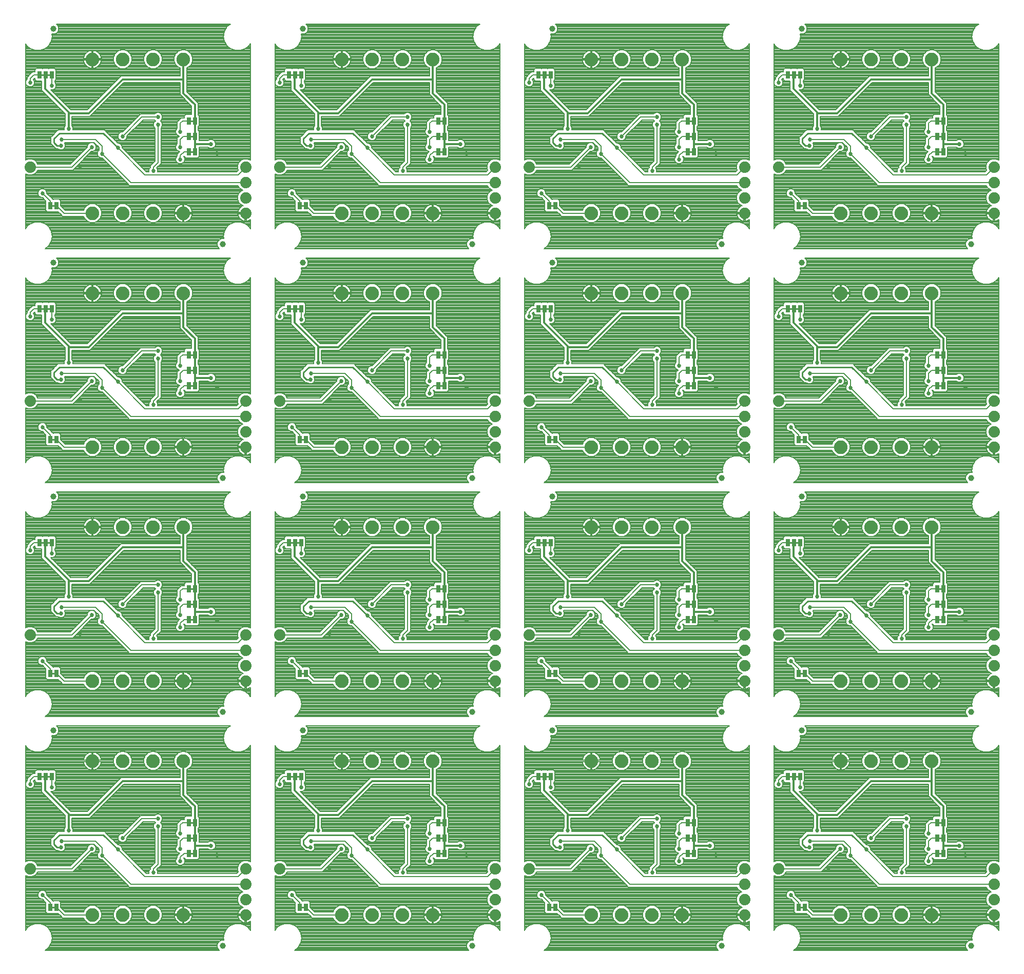
<source format=gbl>
G75*
%MOIN*%
%OFA0B0*%
%FSLAX25Y25*%
%IPPOS*%
%LPD*%
%AMOC8*
5,1,8,0,0,1.08239X$1,22.5*
%
%ADD10C,0.07400*%
%ADD11C,0.01000*%
%ADD12R,0.02500X0.05000*%
%ADD13C,0.03937*%
%ADD14C,0.08858*%
%ADD15C,0.02700*%
%ADD16C,0.01200*%
%ADD17C,0.00800*%
D10*
X0049962Y0083500D03*
X0189962Y0083500D03*
X0189962Y0073500D03*
X0189962Y0063500D03*
X0189962Y0053500D03*
X0211962Y0083500D03*
X0189962Y0205500D03*
X0189962Y0215500D03*
X0189962Y0225500D03*
X0189962Y0235500D03*
X0211962Y0235500D03*
X0189962Y0357500D03*
X0189962Y0367500D03*
X0189962Y0377500D03*
X0189962Y0387500D03*
X0211962Y0387500D03*
X0189962Y0509500D03*
X0189962Y0519500D03*
X0189962Y0529500D03*
X0189962Y0539500D03*
X0211962Y0539500D03*
X0351962Y0539500D03*
X0351962Y0529500D03*
X0351962Y0519500D03*
X0351962Y0509500D03*
X0373962Y0539500D03*
X0513962Y0539500D03*
X0513962Y0529500D03*
X0513962Y0519500D03*
X0513962Y0509500D03*
X0535962Y0539500D03*
X0675962Y0539500D03*
X0675962Y0529500D03*
X0675962Y0519500D03*
X0675962Y0509500D03*
X0675962Y0387500D03*
X0675962Y0377500D03*
X0675962Y0367500D03*
X0675962Y0357500D03*
X0675962Y0235500D03*
X0675962Y0225500D03*
X0675962Y0215500D03*
X0675962Y0205500D03*
X0675962Y0083500D03*
X0675962Y0073500D03*
X0675962Y0063500D03*
X0675962Y0053500D03*
X0535962Y0083500D03*
X0513962Y0083500D03*
X0513962Y0073500D03*
X0513962Y0063500D03*
X0513962Y0053500D03*
X0373962Y0083500D03*
X0351962Y0083500D03*
X0351962Y0073500D03*
X0351962Y0063500D03*
X0351962Y0053500D03*
X0351962Y0205500D03*
X0351962Y0215500D03*
X0351962Y0225500D03*
X0351962Y0235500D03*
X0373962Y0235500D03*
X0513962Y0235500D03*
X0513962Y0225500D03*
X0513962Y0215500D03*
X0513962Y0205500D03*
X0535962Y0235500D03*
X0513962Y0357500D03*
X0513962Y0367500D03*
X0513962Y0377500D03*
X0513962Y0387500D03*
X0535962Y0387500D03*
X0373962Y0387500D03*
X0351962Y0387500D03*
X0351962Y0377500D03*
X0351962Y0367500D03*
X0351962Y0357500D03*
X0049962Y0387500D03*
X0049962Y0235500D03*
X0049962Y0539500D03*
D11*
X0065462Y0555500D02*
X0067462Y0553500D01*
X0069962Y0553500D01*
X0065462Y0555500D02*
X0065462Y0558000D01*
X0068962Y0561500D01*
X0097462Y0561500D01*
X0106962Y0552000D01*
X0152962Y0549500D02*
X0156962Y0549500D01*
X0156962Y0559500D02*
X0152962Y0559500D01*
X0152962Y0569500D02*
X0156962Y0569500D01*
X0217962Y0599500D02*
X0221962Y0599500D01*
X0225962Y0599500D01*
X0230962Y0561500D02*
X0227462Y0558000D01*
X0227462Y0555500D01*
X0229462Y0553500D01*
X0231962Y0553500D01*
X0230962Y0561500D02*
X0259462Y0561500D01*
X0268962Y0552000D01*
X0314962Y0549500D02*
X0318962Y0549500D01*
X0318962Y0559500D02*
X0314962Y0559500D01*
X0314962Y0569500D02*
X0318962Y0569500D01*
X0379962Y0599500D02*
X0383962Y0599500D01*
X0387962Y0599500D01*
X0392962Y0561500D02*
X0421462Y0561500D01*
X0430962Y0552000D01*
X0393962Y0553500D02*
X0391462Y0553500D01*
X0389462Y0555500D01*
X0389462Y0558000D01*
X0392962Y0561500D01*
X0390962Y0514500D02*
X0386962Y0514500D01*
X0387962Y0447500D02*
X0383962Y0447500D01*
X0379962Y0447500D01*
X0392962Y0409500D02*
X0421462Y0409500D01*
X0430962Y0400000D01*
X0393962Y0401500D02*
X0391462Y0401500D01*
X0389462Y0403500D01*
X0389462Y0406000D01*
X0392962Y0409500D01*
X0390962Y0362500D02*
X0386962Y0362500D01*
X0318962Y0397500D02*
X0314962Y0397500D01*
X0314962Y0407500D02*
X0318962Y0407500D01*
X0318962Y0417500D02*
X0314962Y0417500D01*
X0268962Y0400000D02*
X0259462Y0409500D01*
X0230962Y0409500D01*
X0227462Y0406000D01*
X0227462Y0403500D01*
X0229462Y0401500D01*
X0231962Y0401500D01*
X0228962Y0362500D02*
X0224962Y0362500D01*
X0156962Y0397500D02*
X0152962Y0397500D01*
X0152962Y0407500D02*
X0156962Y0407500D01*
X0156962Y0417500D02*
X0152962Y0417500D01*
X0106962Y0400000D02*
X0097462Y0409500D01*
X0068962Y0409500D01*
X0065462Y0406000D01*
X0065462Y0403500D01*
X0067462Y0401500D01*
X0069962Y0401500D01*
X0066962Y0362500D02*
X0062962Y0362500D01*
X0063962Y0295500D02*
X0059962Y0295500D01*
X0055962Y0295500D01*
X0068962Y0257500D02*
X0097462Y0257500D01*
X0106962Y0248000D01*
X0069962Y0249500D02*
X0067462Y0249500D01*
X0065462Y0251500D01*
X0065462Y0254000D01*
X0068962Y0257500D01*
X0066962Y0210500D02*
X0062962Y0210500D01*
X0063962Y0143500D02*
X0059962Y0143500D01*
X0055962Y0143500D01*
X0068962Y0105500D02*
X0097462Y0105500D01*
X0106962Y0096000D01*
X0069962Y0097500D02*
X0067462Y0097500D01*
X0065462Y0099500D01*
X0065462Y0102000D01*
X0068962Y0105500D01*
X0066962Y0058500D02*
X0062962Y0058500D01*
X0152962Y0093500D02*
X0156962Y0093500D01*
X0156962Y0103500D02*
X0152962Y0103500D01*
X0152962Y0113500D02*
X0156962Y0113500D01*
X0217962Y0143500D02*
X0221962Y0143500D01*
X0225962Y0143500D01*
X0230962Y0105500D02*
X0227462Y0102000D01*
X0227462Y0099500D01*
X0229462Y0097500D01*
X0231962Y0097500D01*
X0230962Y0105500D02*
X0259462Y0105500D01*
X0268962Y0096000D01*
X0314962Y0093500D02*
X0318962Y0093500D01*
X0318962Y0103500D02*
X0314962Y0103500D01*
X0314962Y0113500D02*
X0318962Y0113500D01*
X0379962Y0143500D02*
X0383962Y0143500D01*
X0387962Y0143500D01*
X0392962Y0105500D02*
X0421462Y0105500D01*
X0430962Y0096000D01*
X0393962Y0097500D02*
X0391462Y0097500D01*
X0389462Y0099500D01*
X0389462Y0102000D01*
X0392962Y0105500D01*
X0390962Y0058500D02*
X0386962Y0058500D01*
X0476962Y0093500D02*
X0480962Y0093500D01*
X0480962Y0103500D02*
X0476962Y0103500D01*
X0476962Y0113500D02*
X0480962Y0113500D01*
X0541962Y0143500D02*
X0545962Y0143500D01*
X0549962Y0143500D01*
X0554962Y0105500D02*
X0583462Y0105500D01*
X0592962Y0096000D01*
X0555962Y0097500D02*
X0553462Y0097500D01*
X0551462Y0099500D01*
X0551462Y0102000D01*
X0554962Y0105500D01*
X0552962Y0058500D02*
X0548962Y0058500D01*
X0638962Y0093500D02*
X0642962Y0093500D01*
X0642962Y0103500D02*
X0638962Y0103500D01*
X0638962Y0113500D02*
X0642962Y0113500D01*
X0552962Y0210500D02*
X0548962Y0210500D01*
X0553462Y0249500D02*
X0551462Y0251500D01*
X0551462Y0254000D01*
X0554962Y0257500D01*
X0583462Y0257500D01*
X0592962Y0248000D01*
X0555962Y0249500D02*
X0553462Y0249500D01*
X0549962Y0295500D02*
X0545962Y0295500D01*
X0541962Y0295500D01*
X0480962Y0265500D02*
X0476962Y0265500D01*
X0476962Y0255500D02*
X0480962Y0255500D01*
X0480962Y0245500D02*
X0476962Y0245500D01*
X0430962Y0248000D02*
X0421462Y0257500D01*
X0392962Y0257500D01*
X0389462Y0254000D01*
X0389462Y0251500D01*
X0391462Y0249500D01*
X0393962Y0249500D01*
X0390962Y0210500D02*
X0386962Y0210500D01*
X0318962Y0245500D02*
X0314962Y0245500D01*
X0314962Y0255500D02*
X0318962Y0255500D01*
X0318962Y0265500D02*
X0314962Y0265500D01*
X0268962Y0248000D02*
X0259462Y0257500D01*
X0230962Y0257500D01*
X0227462Y0254000D01*
X0227462Y0251500D01*
X0229462Y0249500D01*
X0231962Y0249500D01*
X0228962Y0210500D02*
X0224962Y0210500D01*
X0156962Y0245500D02*
X0152962Y0245500D01*
X0152962Y0255500D02*
X0156962Y0255500D01*
X0156962Y0265500D02*
X0152962Y0265500D01*
X0217962Y0295500D02*
X0221962Y0295500D01*
X0225962Y0295500D01*
X0379962Y0295500D02*
X0383962Y0295500D01*
X0387962Y0295500D01*
X0476962Y0397500D02*
X0480962Y0397500D01*
X0480962Y0407500D02*
X0476962Y0407500D01*
X0476962Y0417500D02*
X0480962Y0417500D01*
X0541962Y0447500D02*
X0545962Y0447500D01*
X0549962Y0447500D01*
X0554962Y0409500D02*
X0583462Y0409500D01*
X0592962Y0400000D01*
X0555962Y0401500D02*
X0553462Y0401500D01*
X0551462Y0403500D01*
X0551462Y0406000D01*
X0554962Y0409500D01*
X0552962Y0362500D02*
X0548962Y0362500D01*
X0638962Y0397500D02*
X0642962Y0397500D01*
X0642962Y0407500D02*
X0638962Y0407500D01*
X0638962Y0417500D02*
X0642962Y0417500D01*
X0552962Y0514500D02*
X0548962Y0514500D01*
X0553462Y0553500D02*
X0551462Y0555500D01*
X0551462Y0558000D01*
X0554962Y0561500D01*
X0583462Y0561500D01*
X0592962Y0552000D01*
X0555962Y0553500D02*
X0553462Y0553500D01*
X0549962Y0599500D02*
X0545962Y0599500D01*
X0541962Y0599500D01*
X0480962Y0569500D02*
X0476962Y0569500D01*
X0476962Y0559500D02*
X0480962Y0559500D01*
X0480962Y0549500D02*
X0476962Y0549500D01*
X0638962Y0549500D02*
X0642962Y0549500D01*
X0642962Y0559500D02*
X0638962Y0559500D01*
X0638962Y0569500D02*
X0642962Y0569500D01*
X0642962Y0265500D02*
X0638962Y0265500D01*
X0638962Y0255500D02*
X0642962Y0255500D01*
X0642962Y0245500D02*
X0638962Y0245500D01*
X0228962Y0058500D02*
X0224962Y0058500D01*
X0225962Y0447500D02*
X0221962Y0447500D01*
X0217962Y0447500D01*
X0224962Y0514500D02*
X0228962Y0514500D01*
X0066962Y0514500D02*
X0062962Y0514500D01*
X0063962Y0447500D02*
X0059962Y0447500D01*
X0055962Y0447500D01*
X0055962Y0599500D02*
X0059962Y0599500D01*
X0063962Y0599500D01*
D12*
X0063962Y0599500D03*
X0059962Y0599500D03*
X0055962Y0599500D03*
X0152962Y0569500D03*
X0156962Y0569500D03*
X0156962Y0559500D03*
X0152962Y0559500D03*
X0152962Y0549500D03*
X0156962Y0549500D03*
X0217962Y0599500D03*
X0221962Y0599500D03*
X0225962Y0599500D03*
X0314962Y0569500D03*
X0318962Y0569500D03*
X0318962Y0559500D03*
X0314962Y0559500D03*
X0314962Y0549500D03*
X0318962Y0549500D03*
X0386962Y0514500D03*
X0390962Y0514500D03*
X0387962Y0447500D03*
X0383962Y0447500D03*
X0379962Y0447500D03*
X0318962Y0417500D03*
X0314962Y0417500D03*
X0314962Y0407500D03*
X0318962Y0407500D03*
X0318962Y0397500D03*
X0314962Y0397500D03*
X0386962Y0362500D03*
X0390962Y0362500D03*
X0387962Y0295500D03*
X0383962Y0295500D03*
X0379962Y0295500D03*
X0318962Y0265500D03*
X0314962Y0265500D03*
X0314962Y0255500D03*
X0318962Y0255500D03*
X0318962Y0245500D03*
X0314962Y0245500D03*
X0386962Y0210500D03*
X0390962Y0210500D03*
X0387962Y0143500D03*
X0383962Y0143500D03*
X0379962Y0143500D03*
X0318962Y0113500D03*
X0314962Y0113500D03*
X0314962Y0103500D03*
X0318962Y0103500D03*
X0318962Y0093500D03*
X0314962Y0093500D03*
X0386962Y0058500D03*
X0390962Y0058500D03*
X0476962Y0093500D03*
X0480962Y0093500D03*
X0480962Y0103500D03*
X0476962Y0103500D03*
X0476962Y0113500D03*
X0480962Y0113500D03*
X0541962Y0143500D03*
X0545962Y0143500D03*
X0549962Y0143500D03*
X0548962Y0210500D03*
X0552962Y0210500D03*
X0480962Y0245500D03*
X0476962Y0245500D03*
X0476962Y0255500D03*
X0480962Y0255500D03*
X0480962Y0265500D03*
X0476962Y0265500D03*
X0541962Y0295500D03*
X0545962Y0295500D03*
X0549962Y0295500D03*
X0548962Y0362500D03*
X0552962Y0362500D03*
X0480962Y0397500D03*
X0476962Y0397500D03*
X0476962Y0407500D03*
X0480962Y0407500D03*
X0480962Y0417500D03*
X0476962Y0417500D03*
X0541962Y0447500D03*
X0545962Y0447500D03*
X0549962Y0447500D03*
X0548962Y0514500D03*
X0552962Y0514500D03*
X0480962Y0549500D03*
X0476962Y0549500D03*
X0476962Y0559500D03*
X0480962Y0559500D03*
X0480962Y0569500D03*
X0476962Y0569500D03*
X0541962Y0599500D03*
X0545962Y0599500D03*
X0549962Y0599500D03*
X0638962Y0569500D03*
X0642962Y0569500D03*
X0642962Y0559500D03*
X0638962Y0559500D03*
X0638962Y0549500D03*
X0642962Y0549500D03*
X0642962Y0417500D03*
X0638962Y0417500D03*
X0638962Y0407500D03*
X0642962Y0407500D03*
X0642962Y0397500D03*
X0638962Y0397500D03*
X0638962Y0265500D03*
X0642962Y0265500D03*
X0642962Y0255500D03*
X0638962Y0255500D03*
X0638962Y0245500D03*
X0642962Y0245500D03*
X0642962Y0113500D03*
X0638962Y0113500D03*
X0638962Y0103500D03*
X0642962Y0103500D03*
X0642962Y0093500D03*
X0638962Y0093500D03*
X0552962Y0058500D03*
X0548962Y0058500D03*
X0228962Y0058500D03*
X0224962Y0058500D03*
X0156962Y0093500D03*
X0152962Y0093500D03*
X0152962Y0103500D03*
X0156962Y0103500D03*
X0156962Y0113500D03*
X0152962Y0113500D03*
X0217962Y0143500D03*
X0221962Y0143500D03*
X0225962Y0143500D03*
X0224962Y0210500D03*
X0228962Y0210500D03*
X0156962Y0245500D03*
X0152962Y0245500D03*
X0152962Y0255500D03*
X0156962Y0255500D03*
X0156962Y0265500D03*
X0152962Y0265500D03*
X0217962Y0295500D03*
X0221962Y0295500D03*
X0225962Y0295500D03*
X0224962Y0362500D03*
X0228962Y0362500D03*
X0156962Y0397500D03*
X0152962Y0397500D03*
X0152962Y0407500D03*
X0156962Y0407500D03*
X0156962Y0417500D03*
X0152962Y0417500D03*
X0217962Y0447500D03*
X0221962Y0447500D03*
X0225962Y0447500D03*
X0224962Y0514500D03*
X0228962Y0514500D03*
X0379962Y0599500D03*
X0383962Y0599500D03*
X0387962Y0599500D03*
X0066962Y0514500D03*
X0062962Y0514500D03*
X0063962Y0447500D03*
X0059962Y0447500D03*
X0055962Y0447500D03*
X0062962Y0362500D03*
X0066962Y0362500D03*
X0063962Y0295500D03*
X0059962Y0295500D03*
X0055962Y0295500D03*
X0062962Y0210500D03*
X0066962Y0210500D03*
X0063962Y0143500D03*
X0059962Y0143500D03*
X0055962Y0143500D03*
X0062962Y0058500D03*
X0066962Y0058500D03*
D13*
X0174962Y0033500D03*
X0336962Y0033500D03*
X0498962Y0033500D03*
X0550962Y0173500D03*
X0498962Y0185500D03*
X0388962Y0173500D03*
X0336962Y0185500D03*
X0226962Y0173500D03*
X0174962Y0185500D03*
X0064962Y0173500D03*
X0064962Y0325500D03*
X0174962Y0337500D03*
X0226962Y0325500D03*
X0336962Y0337500D03*
X0388962Y0325500D03*
X0498962Y0337500D03*
X0550962Y0325500D03*
X0660962Y0337500D03*
X0550962Y0477500D03*
X0498962Y0489500D03*
X0388962Y0477500D03*
X0336962Y0489500D03*
X0226962Y0477500D03*
X0174962Y0489500D03*
X0064962Y0477500D03*
X0064962Y0629500D03*
X0226962Y0629500D03*
X0388962Y0629500D03*
X0550962Y0629500D03*
X0660962Y0489500D03*
X0660962Y0185500D03*
X0660962Y0033500D03*
D14*
X0635489Y0053500D03*
X0615804Y0053500D03*
X0596119Y0053500D03*
X0576434Y0053500D03*
X0473489Y0053500D03*
X0453804Y0053500D03*
X0434119Y0053500D03*
X0414434Y0053500D03*
X0311489Y0053500D03*
X0291804Y0053500D03*
X0272119Y0053500D03*
X0252434Y0053500D03*
X0149489Y0053500D03*
X0129804Y0053500D03*
X0110119Y0053500D03*
X0090434Y0053500D03*
X0090434Y0153500D03*
X0110119Y0153500D03*
X0129804Y0153500D03*
X0149489Y0153500D03*
X0149489Y0205500D03*
X0129804Y0205500D03*
X0110119Y0205500D03*
X0090434Y0205500D03*
X0090434Y0305500D03*
X0110119Y0305500D03*
X0129804Y0305500D03*
X0149489Y0305500D03*
X0149489Y0357500D03*
X0129804Y0357500D03*
X0110119Y0357500D03*
X0090434Y0357500D03*
X0090434Y0457500D03*
X0110119Y0457500D03*
X0129804Y0457500D03*
X0149489Y0457500D03*
X0149489Y0509500D03*
X0129804Y0509500D03*
X0110119Y0509500D03*
X0090434Y0509500D03*
X0090434Y0609500D03*
X0110119Y0609500D03*
X0129804Y0609500D03*
X0149489Y0609500D03*
X0252434Y0609500D03*
X0272119Y0609500D03*
X0291804Y0609500D03*
X0311489Y0609500D03*
X0414434Y0609500D03*
X0434119Y0609500D03*
X0453804Y0609500D03*
X0473489Y0609500D03*
X0576434Y0609500D03*
X0596119Y0609500D03*
X0615804Y0609500D03*
X0635489Y0609500D03*
X0635489Y0509500D03*
X0615804Y0509500D03*
X0596119Y0509500D03*
X0576434Y0509500D03*
X0576434Y0457500D03*
X0596119Y0457500D03*
X0615804Y0457500D03*
X0635489Y0457500D03*
X0635489Y0357500D03*
X0615804Y0357500D03*
X0596119Y0357500D03*
X0576434Y0357500D03*
X0576434Y0305500D03*
X0596119Y0305500D03*
X0615804Y0305500D03*
X0635489Y0305500D03*
X0635489Y0205500D03*
X0615804Y0205500D03*
X0596119Y0205500D03*
X0576434Y0205500D03*
X0576434Y0153500D03*
X0596119Y0153500D03*
X0615804Y0153500D03*
X0635489Y0153500D03*
X0473489Y0153500D03*
X0453804Y0153500D03*
X0434119Y0153500D03*
X0414434Y0153500D03*
X0414434Y0205500D03*
X0434119Y0205500D03*
X0453804Y0205500D03*
X0473489Y0205500D03*
X0473489Y0305500D03*
X0453804Y0305500D03*
X0434119Y0305500D03*
X0414434Y0305500D03*
X0414434Y0357500D03*
X0434119Y0357500D03*
X0453804Y0357500D03*
X0473489Y0357500D03*
X0473489Y0457500D03*
X0453804Y0457500D03*
X0434119Y0457500D03*
X0414434Y0457500D03*
X0414434Y0509500D03*
X0434119Y0509500D03*
X0453804Y0509500D03*
X0473489Y0509500D03*
X0311489Y0509500D03*
X0291804Y0509500D03*
X0272119Y0509500D03*
X0252434Y0509500D03*
X0252434Y0457500D03*
X0272119Y0457500D03*
X0291804Y0457500D03*
X0311489Y0457500D03*
X0311489Y0357500D03*
X0291804Y0357500D03*
X0272119Y0357500D03*
X0252434Y0357500D03*
X0252434Y0305500D03*
X0272119Y0305500D03*
X0291804Y0305500D03*
X0311489Y0305500D03*
X0311489Y0205500D03*
X0291804Y0205500D03*
X0272119Y0205500D03*
X0252434Y0205500D03*
X0252434Y0153500D03*
X0272119Y0153500D03*
X0291804Y0153500D03*
X0311489Y0153500D03*
D15*
X0294962Y0116000D03*
X0294962Y0111000D03*
X0309462Y0106500D03*
X0309462Y0096500D03*
X0309462Y0088500D03*
X0291962Y0081000D03*
X0268962Y0096000D03*
X0271962Y0103500D03*
X0258652Y0092190D03*
X0251962Y0096507D03*
X0244462Y0084000D03*
X0231962Y0097500D03*
X0232462Y0101500D03*
X0236962Y0108500D03*
X0225962Y0136500D03*
X0211962Y0138500D03*
X0167462Y0098500D03*
X0171462Y0092500D03*
X0147462Y0088500D03*
X0147462Y0096500D03*
X0147462Y0106500D03*
X0132962Y0111000D03*
X0132962Y0116000D03*
X0109962Y0103500D03*
X0106962Y0096000D03*
X0096652Y0092190D03*
X0089962Y0096507D03*
X0082462Y0084000D03*
X0069962Y0097500D03*
X0070462Y0101500D03*
X0074962Y0108500D03*
X0063962Y0136500D03*
X0049962Y0138500D03*
X0057962Y0066500D03*
X0129962Y0081000D03*
X0219962Y0066500D03*
X0329462Y0098500D03*
X0333462Y0092500D03*
X0381962Y0066500D03*
X0406462Y0084000D03*
X0420652Y0092190D03*
X0413962Y0096507D03*
X0430962Y0096000D03*
X0433962Y0103500D03*
X0456962Y0111000D03*
X0456962Y0116000D03*
X0471462Y0106500D03*
X0471462Y0096500D03*
X0471462Y0088500D03*
X0453962Y0081000D03*
X0491462Y0098500D03*
X0495462Y0092500D03*
X0543962Y0066500D03*
X0568462Y0084000D03*
X0575962Y0096507D03*
X0582652Y0092190D03*
X0592962Y0096000D03*
X0595962Y0103500D03*
X0618962Y0111000D03*
X0618962Y0116000D03*
X0633462Y0106500D03*
X0633462Y0096500D03*
X0633462Y0088500D03*
X0615962Y0081000D03*
X0653462Y0098500D03*
X0657462Y0092500D03*
X0560962Y0108500D03*
X0556462Y0101500D03*
X0555962Y0097500D03*
X0549962Y0136500D03*
X0535962Y0138500D03*
X0543962Y0218500D03*
X0568462Y0236000D03*
X0575962Y0248507D03*
X0582652Y0244190D03*
X0592962Y0248000D03*
X0595962Y0255500D03*
X0618962Y0263000D03*
X0618962Y0268000D03*
X0633462Y0258500D03*
X0633462Y0248500D03*
X0633462Y0240500D03*
X0615962Y0233000D03*
X0653462Y0250500D03*
X0657462Y0244500D03*
X0560962Y0260500D03*
X0556462Y0253500D03*
X0555962Y0249500D03*
X0549962Y0288500D03*
X0535962Y0290500D03*
X0491462Y0250500D03*
X0495462Y0244500D03*
X0471462Y0240500D03*
X0471462Y0248500D03*
X0471462Y0258500D03*
X0456962Y0263000D03*
X0456962Y0268000D03*
X0433962Y0255500D03*
X0430962Y0248000D03*
X0420652Y0244190D03*
X0413962Y0248507D03*
X0406462Y0236000D03*
X0393962Y0249500D03*
X0394462Y0253500D03*
X0398962Y0260500D03*
X0387962Y0288500D03*
X0373962Y0290500D03*
X0329462Y0250500D03*
X0333462Y0244500D03*
X0309462Y0240500D03*
X0309462Y0248500D03*
X0309462Y0258500D03*
X0294962Y0263000D03*
X0294962Y0268000D03*
X0271962Y0255500D03*
X0268962Y0248000D03*
X0258652Y0244190D03*
X0251962Y0248507D03*
X0244462Y0236000D03*
X0231962Y0249500D03*
X0232462Y0253500D03*
X0236962Y0260500D03*
X0225962Y0288500D03*
X0211962Y0290500D03*
X0167462Y0250500D03*
X0171462Y0244500D03*
X0147462Y0240500D03*
X0147462Y0248500D03*
X0147462Y0258500D03*
X0132962Y0263000D03*
X0132962Y0268000D03*
X0109962Y0255500D03*
X0106962Y0248000D03*
X0096652Y0244190D03*
X0089962Y0248507D03*
X0082462Y0236000D03*
X0069962Y0249500D03*
X0070462Y0253500D03*
X0074962Y0260500D03*
X0063962Y0288500D03*
X0049962Y0290500D03*
X0129962Y0233000D03*
X0057962Y0218500D03*
X0219962Y0218500D03*
X0291962Y0233000D03*
X0381962Y0218500D03*
X0453962Y0233000D03*
X0387962Y0136500D03*
X0373962Y0138500D03*
X0398962Y0108500D03*
X0394462Y0101500D03*
X0393962Y0097500D03*
X0381962Y0370500D03*
X0406462Y0388000D03*
X0420652Y0396190D03*
X0413962Y0400507D03*
X0430962Y0400000D03*
X0433962Y0407500D03*
X0456962Y0415000D03*
X0456962Y0420000D03*
X0471462Y0410500D03*
X0471462Y0400500D03*
X0471462Y0392500D03*
X0453962Y0385000D03*
X0491462Y0402500D03*
X0495462Y0396500D03*
X0543962Y0370500D03*
X0568462Y0388000D03*
X0575962Y0400507D03*
X0582652Y0396190D03*
X0592962Y0400000D03*
X0595962Y0407500D03*
X0618962Y0415000D03*
X0618962Y0420000D03*
X0633462Y0410500D03*
X0633462Y0400500D03*
X0633462Y0392500D03*
X0615962Y0385000D03*
X0653462Y0402500D03*
X0657462Y0396500D03*
X0560962Y0412500D03*
X0556462Y0405500D03*
X0555962Y0401500D03*
X0549962Y0440500D03*
X0535962Y0442500D03*
X0543962Y0522500D03*
X0568462Y0540000D03*
X0575962Y0552507D03*
X0582652Y0548190D03*
X0592962Y0552000D03*
X0595962Y0559500D03*
X0618962Y0567000D03*
X0618962Y0572000D03*
X0633462Y0562500D03*
X0633462Y0552500D03*
X0633462Y0544500D03*
X0615962Y0537000D03*
X0653462Y0554500D03*
X0657462Y0548500D03*
X0560962Y0564500D03*
X0556462Y0557500D03*
X0555962Y0553500D03*
X0549962Y0592500D03*
X0535962Y0594500D03*
X0491462Y0554500D03*
X0495462Y0548500D03*
X0471462Y0544500D03*
X0471462Y0552500D03*
X0471462Y0562500D03*
X0456962Y0567000D03*
X0456962Y0572000D03*
X0433962Y0559500D03*
X0430962Y0552000D03*
X0420652Y0548190D03*
X0413962Y0552507D03*
X0406462Y0540000D03*
X0393962Y0553500D03*
X0394462Y0557500D03*
X0398962Y0564500D03*
X0387962Y0592500D03*
X0373962Y0594500D03*
X0329462Y0554500D03*
X0333462Y0548500D03*
X0309462Y0544500D03*
X0309462Y0552500D03*
X0309462Y0562500D03*
X0294962Y0567000D03*
X0294962Y0572000D03*
X0271962Y0559500D03*
X0268962Y0552000D03*
X0258652Y0548190D03*
X0251962Y0552507D03*
X0244462Y0540000D03*
X0231962Y0553500D03*
X0232462Y0557500D03*
X0236962Y0564500D03*
X0225962Y0592500D03*
X0211962Y0594500D03*
X0167462Y0554500D03*
X0171462Y0548500D03*
X0147462Y0544500D03*
X0147462Y0552500D03*
X0147462Y0562500D03*
X0132962Y0567000D03*
X0132962Y0572000D03*
X0109962Y0559500D03*
X0106962Y0552000D03*
X0096652Y0548190D03*
X0089962Y0552507D03*
X0082462Y0540000D03*
X0069962Y0553500D03*
X0070462Y0557500D03*
X0074962Y0564500D03*
X0063962Y0592500D03*
X0049962Y0594500D03*
X0129962Y0537000D03*
X0057962Y0522500D03*
X0049962Y0442500D03*
X0063962Y0440500D03*
X0074962Y0412500D03*
X0070462Y0405500D03*
X0069962Y0401500D03*
X0082462Y0388000D03*
X0089962Y0400507D03*
X0096652Y0396190D03*
X0106962Y0400000D03*
X0109962Y0407500D03*
X0132962Y0415000D03*
X0132962Y0420000D03*
X0147462Y0410500D03*
X0147462Y0400500D03*
X0147462Y0392500D03*
X0129962Y0385000D03*
X0167462Y0402500D03*
X0171462Y0396500D03*
X0219962Y0370500D03*
X0244462Y0388000D03*
X0251962Y0400507D03*
X0258652Y0396190D03*
X0268962Y0400000D03*
X0271962Y0407500D03*
X0294962Y0415000D03*
X0294962Y0420000D03*
X0309462Y0410500D03*
X0309462Y0400500D03*
X0309462Y0392500D03*
X0291962Y0385000D03*
X0329462Y0402500D03*
X0333462Y0396500D03*
X0373962Y0442500D03*
X0387962Y0440500D03*
X0398962Y0412500D03*
X0394462Y0405500D03*
X0393962Y0401500D03*
X0381962Y0522500D03*
X0453962Y0537000D03*
X0291962Y0537000D03*
X0219962Y0522500D03*
X0211962Y0442500D03*
X0225962Y0440500D03*
X0236962Y0412500D03*
X0232462Y0405500D03*
X0231962Y0401500D03*
X0057962Y0370500D03*
D16*
X0074962Y0412500D02*
X0074962Y0422500D01*
X0087962Y0422500D01*
X0109962Y0444500D01*
X0149462Y0444500D01*
X0149462Y0435500D01*
X0156962Y0428000D01*
X0156962Y0417500D01*
X0156962Y0407500D01*
X0156962Y0402500D01*
X0156962Y0397500D01*
X0156962Y0402500D02*
X0167462Y0402500D01*
X0221712Y0438250D02*
X0221712Y0447250D01*
X0221712Y0438250D02*
X0236962Y0423000D01*
X0236962Y0422500D02*
X0249962Y0422500D01*
X0271962Y0444500D01*
X0311462Y0444500D01*
X0311462Y0435500D01*
X0318962Y0428000D01*
X0318962Y0417500D01*
X0318962Y0407500D01*
X0318962Y0402500D01*
X0318962Y0397500D01*
X0318962Y0402500D02*
X0329462Y0402500D01*
X0311489Y0444528D02*
X0311489Y0457500D01*
X0383712Y0447250D02*
X0383712Y0438250D01*
X0398962Y0423000D01*
X0398962Y0422500D02*
X0411962Y0422500D01*
X0433962Y0444500D01*
X0473462Y0444500D01*
X0473462Y0435500D01*
X0480962Y0428000D01*
X0480962Y0417500D01*
X0480962Y0407500D01*
X0480962Y0402500D01*
X0480962Y0397500D01*
X0480962Y0402500D02*
X0491462Y0402500D01*
X0473489Y0444528D02*
X0473489Y0457500D01*
X0545712Y0447250D02*
X0545712Y0438250D01*
X0560962Y0423000D01*
X0560962Y0422500D02*
X0573962Y0422500D01*
X0595962Y0444500D01*
X0635462Y0444500D01*
X0635462Y0435500D01*
X0642962Y0428000D01*
X0642962Y0417500D01*
X0642962Y0407500D01*
X0642962Y0402500D01*
X0642962Y0397500D01*
X0642962Y0402500D02*
X0653462Y0402500D01*
X0635489Y0444528D02*
X0635489Y0457500D01*
X0560962Y0422500D02*
X0560962Y0412500D01*
X0635489Y0305500D02*
X0635489Y0292528D01*
X0635462Y0292500D02*
X0635462Y0283500D01*
X0642962Y0276000D01*
X0642962Y0265500D01*
X0642962Y0255500D01*
X0642962Y0250500D01*
X0642962Y0245500D01*
X0642962Y0250500D02*
X0653462Y0250500D01*
X0635462Y0292500D02*
X0595962Y0292500D01*
X0573962Y0270500D01*
X0560962Y0270500D01*
X0560962Y0260500D01*
X0560962Y0271000D02*
X0545712Y0286250D01*
X0545712Y0295250D01*
X0491462Y0250500D02*
X0480962Y0250500D01*
X0480962Y0245500D01*
X0480962Y0250500D02*
X0480962Y0255500D01*
X0480962Y0265500D01*
X0480962Y0276000D01*
X0473462Y0283500D01*
X0473462Y0292500D01*
X0433962Y0292500D01*
X0411962Y0270500D01*
X0398962Y0270500D01*
X0398962Y0260500D01*
X0398962Y0271000D02*
X0383712Y0286250D01*
X0383712Y0295250D01*
X0329462Y0250500D02*
X0318962Y0250500D01*
X0318962Y0245500D01*
X0318962Y0250500D02*
X0318962Y0255500D01*
X0318962Y0265500D01*
X0318962Y0276000D01*
X0311462Y0283500D01*
X0311462Y0292500D01*
X0271962Y0292500D01*
X0249962Y0270500D01*
X0236962Y0270500D01*
X0236962Y0260500D01*
X0236962Y0271000D02*
X0221712Y0286250D01*
X0221712Y0295250D01*
X0167462Y0250500D02*
X0156962Y0250500D01*
X0156962Y0245500D01*
X0156962Y0250500D02*
X0156962Y0255500D01*
X0156962Y0265500D01*
X0156962Y0276000D01*
X0149462Y0283500D01*
X0149462Y0292500D01*
X0109962Y0292500D01*
X0087962Y0270500D01*
X0074962Y0270500D01*
X0074962Y0260500D01*
X0074962Y0271000D02*
X0059712Y0286250D01*
X0059712Y0295250D01*
X0149489Y0292528D02*
X0149489Y0305500D01*
X0236962Y0412500D02*
X0236962Y0422500D01*
X0149489Y0444528D02*
X0149489Y0457500D01*
X0074962Y0423000D02*
X0059712Y0438250D01*
X0059712Y0447250D01*
X0156962Y0549500D02*
X0156962Y0554500D01*
X0156962Y0559500D01*
X0156962Y0569500D01*
X0156962Y0580000D01*
X0149462Y0587500D01*
X0149462Y0596500D01*
X0109962Y0596500D01*
X0087962Y0574500D01*
X0074962Y0574500D01*
X0074962Y0564500D01*
X0074962Y0575000D02*
X0059712Y0590250D01*
X0059712Y0599250D01*
X0149489Y0596528D02*
X0149489Y0609500D01*
X0156962Y0554500D02*
X0167462Y0554500D01*
X0221712Y0590250D02*
X0221712Y0599250D01*
X0221712Y0590250D02*
X0236962Y0575000D01*
X0236962Y0574500D02*
X0249962Y0574500D01*
X0271962Y0596500D01*
X0311462Y0596500D01*
X0311462Y0587500D01*
X0318962Y0580000D01*
X0318962Y0569500D01*
X0318962Y0559500D01*
X0318962Y0554500D01*
X0318962Y0549500D01*
X0318962Y0554500D02*
X0329462Y0554500D01*
X0311489Y0596528D02*
X0311489Y0609500D01*
X0383712Y0599250D02*
X0383712Y0590250D01*
X0398962Y0575000D01*
X0398962Y0574500D02*
X0411962Y0574500D01*
X0433962Y0596500D01*
X0473462Y0596500D01*
X0473462Y0587500D01*
X0480962Y0580000D01*
X0480962Y0569500D01*
X0480962Y0559500D01*
X0480962Y0554500D01*
X0480962Y0549500D01*
X0480962Y0554500D02*
X0491462Y0554500D01*
X0473489Y0596528D02*
X0473489Y0609500D01*
X0545712Y0599250D02*
X0545712Y0590250D01*
X0560962Y0575000D01*
X0560962Y0574500D02*
X0573962Y0574500D01*
X0595962Y0596500D01*
X0635462Y0596500D01*
X0635462Y0587500D01*
X0642962Y0580000D01*
X0642962Y0569500D01*
X0642962Y0559500D01*
X0642962Y0554500D01*
X0642962Y0549500D01*
X0642962Y0554500D02*
X0653462Y0554500D01*
X0635489Y0596528D02*
X0635489Y0609500D01*
X0560962Y0574500D02*
X0560962Y0564500D01*
X0398962Y0564500D02*
X0398962Y0574500D01*
X0236962Y0574500D02*
X0236962Y0564500D01*
X0398962Y0422500D02*
X0398962Y0412500D01*
X0473489Y0305500D02*
X0473489Y0292528D01*
X0311489Y0292528D02*
X0311489Y0305500D01*
X0311489Y0153500D02*
X0311489Y0140528D01*
X0311462Y0140500D02*
X0311462Y0131500D01*
X0318962Y0124000D01*
X0318962Y0113500D01*
X0318962Y0103500D01*
X0318962Y0098500D01*
X0318962Y0093500D01*
X0318962Y0098500D02*
X0329462Y0098500D01*
X0311462Y0140500D02*
X0271962Y0140500D01*
X0249962Y0118500D01*
X0236962Y0118500D01*
X0236962Y0108500D01*
X0236962Y0119000D02*
X0221712Y0134250D01*
X0221712Y0143250D01*
X0167462Y0098500D02*
X0156962Y0098500D01*
X0156962Y0093500D01*
X0156962Y0098500D02*
X0156962Y0103500D01*
X0156962Y0113500D01*
X0156962Y0124000D01*
X0149462Y0131500D01*
X0149462Y0140500D01*
X0109962Y0140500D01*
X0087962Y0118500D01*
X0074962Y0118500D01*
X0074962Y0108500D01*
X0074962Y0119000D02*
X0059712Y0134250D01*
X0059712Y0143250D01*
X0149489Y0140528D02*
X0149489Y0153500D01*
X0383712Y0143250D02*
X0383712Y0134250D01*
X0398962Y0119000D01*
X0398962Y0118500D02*
X0411962Y0118500D01*
X0433962Y0140500D01*
X0473462Y0140500D01*
X0473462Y0131500D01*
X0480962Y0124000D01*
X0480962Y0113500D01*
X0480962Y0103500D01*
X0480962Y0098500D01*
X0480962Y0093500D01*
X0480962Y0098500D02*
X0491462Y0098500D01*
X0473489Y0140528D02*
X0473489Y0153500D01*
X0545712Y0143250D02*
X0545712Y0134250D01*
X0560962Y0119000D01*
X0560962Y0118500D02*
X0573962Y0118500D01*
X0595962Y0140500D01*
X0635462Y0140500D01*
X0635462Y0131500D01*
X0642962Y0124000D01*
X0642962Y0113500D01*
X0642962Y0103500D01*
X0642962Y0098500D01*
X0642962Y0093500D01*
X0642962Y0098500D02*
X0653462Y0098500D01*
X0635489Y0140528D02*
X0635489Y0153500D01*
X0560962Y0118500D02*
X0560962Y0108500D01*
X0398962Y0108500D02*
X0398962Y0118500D01*
D17*
X0046962Y0079006D02*
X0046962Y0043244D01*
X0047728Y0044570D01*
X0047728Y0044570D01*
X0047728Y0044570D01*
X0050240Y0046678D01*
X0050240Y0046678D01*
X0053322Y0047800D01*
X0056602Y0047800D01*
X0059684Y0046678D01*
X0059684Y0046678D01*
X0062196Y0044570D01*
X0062196Y0044570D01*
X0063836Y0041730D01*
X0063836Y0041730D01*
X0064405Y0038500D01*
X0064405Y0038500D01*
X0063836Y0035270D01*
X0063836Y0035270D01*
X0062196Y0032430D01*
X0062196Y0032430D01*
X0062196Y0032430D01*
X0059896Y0030500D01*
X0172915Y0030500D01*
X0171937Y0031479D01*
X0171393Y0032790D01*
X0171393Y0034210D01*
X0171937Y0035521D01*
X0172940Y0036525D01*
X0174252Y0037068D01*
X0175672Y0037068D01*
X0175779Y0037024D01*
X0175518Y0038500D01*
X0175518Y0038500D01*
X0176088Y0041730D01*
X0176088Y0041730D01*
X0177728Y0044570D01*
X0177728Y0044570D01*
X0177728Y0044570D01*
X0180240Y0046678D01*
X0180240Y0046678D01*
X0183322Y0047800D01*
X0186602Y0047800D01*
X0189684Y0046678D01*
X0189684Y0046678D01*
X0192196Y0044570D01*
X0192196Y0044570D01*
X0192962Y0043244D01*
X0192962Y0049376D01*
X0192635Y0049138D01*
X0191920Y0048774D01*
X0191156Y0048526D01*
X0190363Y0048400D01*
X0190362Y0048400D01*
X0190362Y0053100D01*
X0189562Y0053100D01*
X0189562Y0048400D01*
X0189560Y0048400D01*
X0188768Y0048526D01*
X0188004Y0048774D01*
X0187289Y0049138D01*
X0186639Y0049610D01*
X0186072Y0050178D01*
X0185600Y0050827D01*
X0185235Y0051542D01*
X0184987Y0052306D01*
X0184862Y0053099D01*
X0184862Y0053100D01*
X0189562Y0053100D01*
X0189562Y0053900D01*
X0184862Y0053900D01*
X0184862Y0053901D01*
X0184987Y0054694D01*
X0185235Y0055458D01*
X0185600Y0056173D01*
X0186072Y0056822D01*
X0186639Y0057390D01*
X0187289Y0057862D01*
X0188004Y0058226D01*
X0188475Y0058379D01*
X0186960Y0059007D01*
X0185469Y0060498D01*
X0184662Y0062446D01*
X0184662Y0064554D01*
X0185469Y0066502D01*
X0186960Y0067993D01*
X0188183Y0068500D01*
X0186960Y0069007D01*
X0185469Y0070498D01*
X0185054Y0071500D01*
X0114513Y0071500D01*
X0113341Y0072672D01*
X0096773Y0089240D01*
X0096065Y0089240D01*
X0094980Y0089689D01*
X0094151Y0090519D01*
X0093702Y0091603D01*
X0093702Y0092777D01*
X0094151Y0093861D01*
X0094652Y0094362D01*
X0094652Y0096361D01*
X0091513Y0099500D01*
X0072634Y0099500D01*
X0072384Y0099250D01*
X0072463Y0099171D01*
X0072912Y0098087D01*
X0072912Y0096913D01*
X0072463Y0095829D01*
X0071633Y0094999D01*
X0070549Y0094550D01*
X0069375Y0094550D01*
X0068291Y0094999D01*
X0067890Y0095400D01*
X0066592Y0095400D01*
X0063362Y0098630D01*
X0063362Y0102870D01*
X0064592Y0104100D01*
X0066862Y0106370D01*
X0068092Y0107600D01*
X0072142Y0107600D01*
X0072012Y0107913D01*
X0072012Y0109087D01*
X0072461Y0110171D01*
X0072762Y0110472D01*
X0072762Y0118089D01*
X0058801Y0132050D01*
X0057512Y0133339D01*
X0057512Y0139400D01*
X0054049Y0139400D01*
X0053112Y0140337D01*
X0053112Y0141322D01*
X0052212Y0140422D01*
X0052463Y0140171D01*
X0052912Y0139087D01*
X0052912Y0137913D01*
X0052463Y0136829D01*
X0051633Y0135999D01*
X0050549Y0135550D01*
X0049375Y0135550D01*
X0048291Y0135999D01*
X0047461Y0136829D01*
X0047012Y0137913D01*
X0047012Y0139087D01*
X0047461Y0140171D01*
X0047962Y0140672D01*
X0047962Y0141828D01*
X0049133Y0143000D01*
X0049133Y0143000D01*
X0050462Y0144328D01*
X0050462Y0144328D01*
X0051633Y0145500D01*
X0053112Y0145500D01*
X0053112Y0146663D01*
X0054049Y0147600D01*
X0057875Y0147600D01*
X0057962Y0147513D01*
X0058049Y0147600D01*
X0061875Y0147600D01*
X0061962Y0147513D01*
X0062049Y0147600D01*
X0065875Y0147600D01*
X0066812Y0146663D01*
X0066812Y0140337D01*
X0065962Y0139487D01*
X0065962Y0138672D01*
X0066463Y0138171D01*
X0066912Y0137087D01*
X0066912Y0135913D01*
X0066463Y0134829D01*
X0065633Y0133999D01*
X0064549Y0133550D01*
X0063523Y0133550D01*
X0076373Y0120700D01*
X0087051Y0120700D01*
X0107762Y0141411D01*
X0109051Y0142700D01*
X0147289Y0142700D01*
X0147289Y0147885D01*
X0146074Y0148389D01*
X0144378Y0150085D01*
X0143460Y0152301D01*
X0143460Y0154699D01*
X0144378Y0156915D01*
X0146074Y0158611D01*
X0148290Y0159529D01*
X0150689Y0159529D01*
X0152905Y0158611D01*
X0154601Y0156915D01*
X0155518Y0154699D01*
X0155518Y0152301D01*
X0154601Y0150085D01*
X0152905Y0148389D01*
X0151689Y0147885D01*
X0151689Y0139616D01*
X0151662Y0139589D01*
X0151662Y0132411D01*
X0157873Y0126200D01*
X0159162Y0124911D01*
X0159162Y0117313D01*
X0159812Y0116663D01*
X0159812Y0110337D01*
X0159162Y0109687D01*
X0159162Y0107313D01*
X0159812Y0106663D01*
X0159812Y0100700D01*
X0165490Y0100700D01*
X0165791Y0101001D01*
X0166875Y0101450D01*
X0168049Y0101450D01*
X0169133Y0101001D01*
X0169963Y0100171D01*
X0170412Y0099087D01*
X0170412Y0097913D01*
X0169963Y0096829D01*
X0169133Y0095999D01*
X0168049Y0095550D01*
X0166875Y0095550D01*
X0165791Y0095999D01*
X0165490Y0096300D01*
X0159812Y0096300D01*
X0159812Y0090337D01*
X0158875Y0089400D01*
X0155049Y0089400D01*
X0154962Y0089487D01*
X0154875Y0089400D01*
X0151049Y0089400D01*
X0150112Y0090337D01*
X0150112Y0090822D01*
X0149712Y0090422D01*
X0149963Y0090171D01*
X0150412Y0089087D01*
X0150412Y0087913D01*
X0149963Y0086829D01*
X0149133Y0085999D01*
X0148049Y0085550D01*
X0146875Y0085550D01*
X0145791Y0085999D01*
X0144961Y0086829D01*
X0144512Y0087913D01*
X0144512Y0089087D01*
X0144961Y0090171D01*
X0145462Y0090672D01*
X0145462Y0091828D01*
X0147183Y0093550D01*
X0146875Y0093550D01*
X0145791Y0093999D01*
X0144961Y0094829D01*
X0144512Y0095913D01*
X0144512Y0097087D01*
X0144961Y0098171D01*
X0145462Y0098672D01*
X0145462Y0102328D01*
X0146633Y0103500D01*
X0146740Y0103606D01*
X0145791Y0103999D01*
X0144961Y0104829D01*
X0144512Y0105913D01*
X0144512Y0107087D01*
X0144961Y0108171D01*
X0145462Y0108672D01*
X0145462Y0112828D01*
X0146633Y0114000D01*
X0146962Y0114328D01*
X0148133Y0115500D01*
X0150112Y0115500D01*
X0150112Y0116663D01*
X0151049Y0117600D01*
X0154762Y0117600D01*
X0154762Y0123089D01*
X0147262Y0130589D01*
X0147262Y0138300D01*
X0110873Y0138300D01*
X0090162Y0117589D01*
X0088873Y0116300D01*
X0077162Y0116300D01*
X0077162Y0110472D01*
X0077463Y0110171D01*
X0077912Y0109087D01*
X0077912Y0107913D01*
X0077782Y0107600D01*
X0098332Y0107600D01*
X0099562Y0106370D01*
X0106982Y0098950D01*
X0107549Y0098950D01*
X0108633Y0098501D01*
X0109463Y0097671D01*
X0109912Y0096587D01*
X0109912Y0095878D01*
X0125290Y0080500D01*
X0127012Y0080500D01*
X0127012Y0081587D01*
X0127461Y0082671D01*
X0127962Y0083172D01*
X0127962Y0084328D01*
X0129133Y0085500D01*
X0129133Y0085500D01*
X0130962Y0087328D01*
X0130962Y0108828D01*
X0130461Y0109329D01*
X0130012Y0110413D01*
X0130012Y0111587D01*
X0130461Y0112671D01*
X0131290Y0113500D01*
X0130790Y0114000D01*
X0123290Y0114000D01*
X0112912Y0103622D01*
X0112912Y0102913D01*
X0112463Y0101829D01*
X0111633Y0100999D01*
X0110549Y0100550D01*
X0109375Y0100550D01*
X0108291Y0100999D01*
X0107461Y0101829D01*
X0107012Y0102913D01*
X0107012Y0104087D01*
X0107461Y0105171D01*
X0108291Y0106001D01*
X0109375Y0106450D01*
X0110083Y0106450D01*
X0121633Y0118000D01*
X0130790Y0118000D01*
X0131291Y0118501D01*
X0132375Y0118950D01*
X0133549Y0118950D01*
X0134633Y0118501D01*
X0135463Y0117671D01*
X0135912Y0116587D01*
X0135912Y0115413D01*
X0135463Y0114329D01*
X0134634Y0113500D01*
X0135463Y0112671D01*
X0135912Y0111587D01*
X0135912Y0110413D01*
X0135463Y0109329D01*
X0134962Y0108828D01*
X0134962Y0085672D01*
X0132212Y0082922D01*
X0132463Y0082671D01*
X0132912Y0081587D01*
X0132912Y0080500D01*
X0184133Y0080500D01*
X0185077Y0081444D01*
X0184662Y0082446D01*
X0184662Y0084554D01*
X0185469Y0086502D01*
X0186960Y0087993D01*
X0188908Y0088800D01*
X0191016Y0088800D01*
X0192962Y0087994D01*
X0192962Y0163756D01*
X0192196Y0162430D01*
X0192196Y0162430D01*
X0192196Y0162430D01*
X0189684Y0160322D01*
X0189684Y0160322D01*
X0186602Y0159200D01*
X0183322Y0159200D01*
X0180240Y0160322D01*
X0180240Y0160322D01*
X0177728Y0162430D01*
X0177728Y0162430D01*
X0176088Y0165270D01*
X0176088Y0165270D01*
X0175518Y0168500D01*
X0175518Y0168500D01*
X0176088Y0171730D01*
X0176088Y0171730D01*
X0177728Y0174570D01*
X0177728Y0174570D01*
X0177728Y0174570D01*
X0180028Y0176500D01*
X0067008Y0176500D01*
X0067987Y0175521D01*
X0068530Y0174210D01*
X0068530Y0172790D01*
X0067987Y0171479D01*
X0066983Y0170475D01*
X0065672Y0169931D01*
X0064252Y0169931D01*
X0064145Y0169976D01*
X0064405Y0168500D01*
X0064405Y0168500D01*
X0063836Y0165270D01*
X0063836Y0165270D01*
X0062196Y0162430D01*
X0062196Y0162430D01*
X0062196Y0162430D01*
X0059684Y0160322D01*
X0059684Y0160322D01*
X0056602Y0159200D01*
X0053322Y0159200D01*
X0050240Y0160322D01*
X0050240Y0160322D01*
X0047728Y0162430D01*
X0047728Y0162430D01*
X0046962Y0163756D01*
X0046962Y0087994D01*
X0048908Y0088800D01*
X0051016Y0088800D01*
X0052964Y0087993D01*
X0054455Y0086502D01*
X0054870Y0085500D01*
X0076126Y0085500D01*
X0087012Y0096386D01*
X0087012Y0097094D01*
X0087461Y0098178D01*
X0088291Y0099008D01*
X0089375Y0099457D01*
X0090549Y0099457D01*
X0091633Y0099008D01*
X0092463Y0098178D01*
X0092912Y0097094D01*
X0092912Y0095921D01*
X0092463Y0094836D01*
X0091633Y0094006D01*
X0090549Y0093557D01*
X0089840Y0093557D01*
X0077783Y0081500D01*
X0054870Y0081500D01*
X0054455Y0080498D01*
X0052964Y0079007D01*
X0051016Y0078200D01*
X0048908Y0078200D01*
X0046962Y0079006D01*
X0046962Y0078806D02*
X0047444Y0078806D01*
X0046962Y0078008D02*
X0108005Y0078008D01*
X0107207Y0078806D02*
X0052480Y0078806D01*
X0053562Y0079605D02*
X0106408Y0079605D01*
X0105610Y0080403D02*
X0054360Y0080403D01*
X0054747Y0081202D02*
X0104811Y0081202D01*
X0104013Y0082000D02*
X0078283Y0082000D01*
X0079082Y0082799D02*
X0103214Y0082799D01*
X0102416Y0083597D02*
X0079880Y0083597D01*
X0080679Y0084396D02*
X0101617Y0084396D01*
X0100819Y0085194D02*
X0081477Y0085194D01*
X0082276Y0085993D02*
X0100020Y0085993D01*
X0099222Y0086791D02*
X0083074Y0086791D01*
X0083873Y0087590D02*
X0098423Y0087590D01*
X0097624Y0088388D02*
X0084671Y0088388D01*
X0085470Y0089187D02*
X0096826Y0089187D01*
X0094684Y0089985D02*
X0086268Y0089985D01*
X0087067Y0090784D02*
X0094041Y0090784D01*
X0093710Y0091582D02*
X0087865Y0091582D01*
X0088664Y0092381D02*
X0093702Y0092381D01*
X0093868Y0093179D02*
X0089462Y0093179D01*
X0091564Y0093978D02*
X0094268Y0093978D01*
X0094652Y0094776D02*
X0092403Y0094776D01*
X0092769Y0095575D02*
X0094652Y0095575D01*
X0094639Y0096373D02*
X0092912Y0096373D01*
X0092880Y0097172D02*
X0093841Y0097172D01*
X0093042Y0097970D02*
X0092549Y0097970D01*
X0092244Y0098769D02*
X0091872Y0098769D01*
X0092341Y0101500D02*
X0070462Y0101500D01*
X0072629Y0098769D02*
X0088052Y0098769D01*
X0087375Y0097970D02*
X0072912Y0097970D01*
X0072912Y0097172D02*
X0087044Y0097172D01*
X0087000Y0096373D02*
X0072688Y0096373D01*
X0072209Y0095575D02*
X0086201Y0095575D01*
X0085403Y0094776D02*
X0071095Y0094776D01*
X0068828Y0094776D02*
X0046962Y0094776D01*
X0046962Y0093978D02*
X0084604Y0093978D01*
X0083805Y0093179D02*
X0046962Y0093179D01*
X0046962Y0092381D02*
X0083007Y0092381D01*
X0082208Y0091582D02*
X0046962Y0091582D01*
X0046962Y0090784D02*
X0081410Y0090784D01*
X0080611Y0089985D02*
X0046962Y0089985D01*
X0046962Y0089187D02*
X0079813Y0089187D01*
X0079014Y0088388D02*
X0052010Y0088388D01*
X0053367Y0087590D02*
X0078216Y0087590D01*
X0077417Y0086791D02*
X0054166Y0086791D01*
X0054666Y0085993D02*
X0076619Y0085993D01*
X0076955Y0083500D02*
X0089962Y0096507D01*
X0092341Y0101500D02*
X0096652Y0097190D01*
X0096652Y0092190D01*
X0115341Y0073500D01*
X0189962Y0073500D01*
X0185944Y0070023D02*
X0046962Y0070023D01*
X0046962Y0070821D02*
X0185335Y0070821D01*
X0186742Y0069224D02*
X0059094Y0069224D01*
X0059633Y0069001D02*
X0058549Y0069450D01*
X0057375Y0069450D01*
X0056291Y0069001D01*
X0055461Y0068171D01*
X0055012Y0067087D01*
X0055012Y0065913D01*
X0055461Y0064829D01*
X0056291Y0063999D01*
X0057375Y0063550D01*
X0058083Y0063550D01*
X0060112Y0061522D01*
X0060112Y0055337D01*
X0061049Y0054400D01*
X0064875Y0054400D01*
X0064962Y0054487D01*
X0065049Y0054400D01*
X0068233Y0054400D01*
X0069962Y0052672D01*
X0071133Y0051500D01*
X0084737Y0051500D01*
X0085323Y0050085D01*
X0087019Y0048389D01*
X0089235Y0047471D01*
X0091634Y0047471D01*
X0093849Y0048389D01*
X0095545Y0050085D01*
X0096463Y0052301D01*
X0096463Y0054699D01*
X0095545Y0056915D01*
X0093849Y0058611D01*
X0091634Y0059529D01*
X0089235Y0059529D01*
X0087019Y0058611D01*
X0085323Y0056915D01*
X0084737Y0055500D01*
X0072790Y0055500D01*
X0069812Y0058478D01*
X0069812Y0061663D01*
X0068875Y0062600D01*
X0065049Y0062600D01*
X0064962Y0062513D01*
X0064875Y0062600D01*
X0064690Y0062600D01*
X0060912Y0066378D01*
X0060912Y0067087D01*
X0060463Y0068171D01*
X0059633Y0069001D01*
X0060208Y0068426D02*
X0188004Y0068426D01*
X0186594Y0067627D02*
X0060688Y0067627D01*
X0060912Y0066829D02*
X0185795Y0066829D01*
X0185273Y0066030D02*
X0061260Y0066030D01*
X0062059Y0065232D02*
X0184942Y0065232D01*
X0184662Y0064433D02*
X0062857Y0064433D01*
X0063656Y0063634D02*
X0184662Y0063634D01*
X0184662Y0062836D02*
X0064454Y0062836D01*
X0062962Y0061500D02*
X0062962Y0058500D01*
X0060112Y0058843D02*
X0046962Y0058843D01*
X0046962Y0058045D02*
X0060112Y0058045D01*
X0060112Y0057246D02*
X0046962Y0057246D01*
X0046962Y0056448D02*
X0060112Y0056448D01*
X0060112Y0055649D02*
X0046962Y0055649D01*
X0046962Y0054851D02*
X0060598Y0054851D01*
X0060112Y0059642D02*
X0046962Y0059642D01*
X0046962Y0060440D02*
X0060112Y0060440D01*
X0060112Y0061239D02*
X0046962Y0061239D01*
X0046962Y0062037D02*
X0059596Y0062037D01*
X0058797Y0062836D02*
X0046962Y0062836D01*
X0046962Y0063634D02*
X0057171Y0063634D01*
X0055857Y0064433D02*
X0046962Y0064433D01*
X0046962Y0065232D02*
X0055294Y0065232D01*
X0055012Y0066030D02*
X0046962Y0066030D01*
X0046962Y0066829D02*
X0055012Y0066829D01*
X0055236Y0067627D02*
X0046962Y0067627D01*
X0046962Y0068426D02*
X0055715Y0068426D01*
X0056830Y0069224D02*
X0046962Y0069224D01*
X0046962Y0071620D02*
X0114393Y0071620D01*
X0113595Y0072418D02*
X0046962Y0072418D01*
X0046962Y0073217D02*
X0112796Y0073217D01*
X0111998Y0074015D02*
X0046962Y0074015D01*
X0046962Y0074814D02*
X0111199Y0074814D01*
X0110401Y0075612D02*
X0046962Y0075612D01*
X0046962Y0076411D02*
X0109602Y0076411D01*
X0108804Y0077209D02*
X0046962Y0077209D01*
X0049962Y0083500D02*
X0076955Y0083500D01*
X0066417Y0095575D02*
X0046962Y0095575D01*
X0046962Y0096373D02*
X0065618Y0096373D01*
X0064820Y0097172D02*
X0046962Y0097172D01*
X0046962Y0097970D02*
X0064021Y0097970D01*
X0063362Y0098769D02*
X0046962Y0098769D01*
X0046962Y0099568D02*
X0063362Y0099568D01*
X0063362Y0100366D02*
X0046962Y0100366D01*
X0046962Y0101165D02*
X0063362Y0101165D01*
X0063362Y0101963D02*
X0046962Y0101963D01*
X0046962Y0102762D02*
X0063362Y0102762D01*
X0064052Y0103560D02*
X0046962Y0103560D01*
X0046962Y0104359D02*
X0064851Y0104359D01*
X0065649Y0105157D02*
X0046962Y0105157D01*
X0046962Y0105956D02*
X0066448Y0105956D01*
X0067246Y0106754D02*
X0046962Y0106754D01*
X0046962Y0107553D02*
X0068045Y0107553D01*
X0072012Y0108351D02*
X0046962Y0108351D01*
X0046962Y0109150D02*
X0072038Y0109150D01*
X0072369Y0109948D02*
X0046962Y0109948D01*
X0046962Y0110747D02*
X0072762Y0110747D01*
X0072762Y0111545D02*
X0046962Y0111545D01*
X0046962Y0112344D02*
X0072762Y0112344D01*
X0072762Y0113142D02*
X0046962Y0113142D01*
X0046962Y0113941D02*
X0072762Y0113941D01*
X0072762Y0114739D02*
X0046962Y0114739D01*
X0046962Y0115538D02*
X0072762Y0115538D01*
X0072762Y0116336D02*
X0046962Y0116336D01*
X0046962Y0117135D02*
X0072762Y0117135D01*
X0072762Y0117933D02*
X0046962Y0117933D01*
X0046962Y0118732D02*
X0072119Y0118732D01*
X0071320Y0119530D02*
X0046962Y0119530D01*
X0046962Y0120329D02*
X0070522Y0120329D01*
X0069723Y0121127D02*
X0046962Y0121127D01*
X0046962Y0121926D02*
X0068925Y0121926D01*
X0068126Y0122724D02*
X0046962Y0122724D01*
X0046962Y0123523D02*
X0067328Y0123523D01*
X0066529Y0124321D02*
X0046962Y0124321D01*
X0046962Y0125120D02*
X0065731Y0125120D01*
X0064932Y0125918D02*
X0046962Y0125918D01*
X0046962Y0126717D02*
X0064134Y0126717D01*
X0063335Y0127515D02*
X0046962Y0127515D01*
X0046962Y0128314D02*
X0062537Y0128314D01*
X0061738Y0129112D02*
X0046962Y0129112D01*
X0046962Y0129911D02*
X0060940Y0129911D01*
X0060141Y0130709D02*
X0046962Y0130709D01*
X0046962Y0131508D02*
X0059343Y0131508D01*
X0058544Y0132306D02*
X0046962Y0132306D01*
X0046962Y0133105D02*
X0057746Y0133105D01*
X0057512Y0133903D02*
X0046962Y0133903D01*
X0046962Y0134702D02*
X0057512Y0134702D01*
X0057512Y0135501D02*
X0046962Y0135501D01*
X0046962Y0136299D02*
X0047991Y0136299D01*
X0047350Y0137098D02*
X0046962Y0137098D01*
X0046962Y0137896D02*
X0047019Y0137896D01*
X0047012Y0138695D02*
X0046962Y0138695D01*
X0046962Y0139493D02*
X0047180Y0139493D01*
X0046962Y0140292D02*
X0047581Y0140292D01*
X0047962Y0141090D02*
X0046962Y0141090D01*
X0046962Y0141889D02*
X0048022Y0141889D01*
X0048821Y0142687D02*
X0046962Y0142687D01*
X0046962Y0143486D02*
X0049619Y0143486D01*
X0050418Y0144284D02*
X0046962Y0144284D01*
X0046962Y0145083D02*
X0051216Y0145083D01*
X0052462Y0143500D02*
X0055962Y0143500D01*
X0052462Y0143500D02*
X0049962Y0141000D01*
X0049962Y0138500D01*
X0052744Y0139493D02*
X0053956Y0139493D01*
X0053157Y0140292D02*
X0052342Y0140292D01*
X0052880Y0141090D02*
X0053112Y0141090D01*
X0052912Y0138695D02*
X0057512Y0138695D01*
X0057512Y0137896D02*
X0052905Y0137896D01*
X0052574Y0137098D02*
X0057512Y0137098D01*
X0057512Y0136299D02*
X0051933Y0136299D01*
X0059712Y0143250D02*
X0059962Y0143500D01*
X0063962Y0143500D02*
X0063962Y0136500D01*
X0066741Y0135501D02*
X0101851Y0135501D01*
X0102650Y0136299D02*
X0066912Y0136299D01*
X0066907Y0137098D02*
X0103448Y0137098D01*
X0104247Y0137896D02*
X0066577Y0137896D01*
X0065962Y0138695D02*
X0105045Y0138695D01*
X0105844Y0139493D02*
X0065968Y0139493D01*
X0066766Y0140292D02*
X0106642Y0140292D01*
X0107441Y0141090D02*
X0066812Y0141090D01*
X0066812Y0141889D02*
X0108239Y0141889D01*
X0109038Y0142687D02*
X0066812Y0142687D01*
X0066812Y0143486D02*
X0147289Y0143486D01*
X0147289Y0144284D02*
X0066812Y0144284D01*
X0066812Y0145083D02*
X0147289Y0145083D01*
X0147289Y0145881D02*
X0066812Y0145881D01*
X0066795Y0146680D02*
X0147289Y0146680D01*
X0147289Y0147478D02*
X0131021Y0147478D01*
X0131004Y0147471D02*
X0133220Y0148389D01*
X0134916Y0150085D01*
X0135833Y0152301D01*
X0135833Y0154699D01*
X0134916Y0156915D01*
X0133220Y0158611D01*
X0131004Y0159529D01*
X0128605Y0159529D01*
X0126389Y0158611D01*
X0124693Y0156915D01*
X0123775Y0154699D01*
X0123775Y0152301D01*
X0124693Y0150085D01*
X0126389Y0148389D01*
X0128605Y0147471D01*
X0131004Y0147471D01*
X0132949Y0148277D02*
X0146345Y0148277D01*
X0145388Y0149075D02*
X0133906Y0149075D01*
X0134705Y0149874D02*
X0144589Y0149874D01*
X0144135Y0150672D02*
X0135159Y0150672D01*
X0135490Y0151471D02*
X0143804Y0151471D01*
X0143473Y0152269D02*
X0135820Y0152269D01*
X0135833Y0153068D02*
X0143460Y0153068D01*
X0143460Y0153866D02*
X0135833Y0153866D01*
X0135833Y0154665D02*
X0143460Y0154665D01*
X0143777Y0155463D02*
X0135517Y0155463D01*
X0135186Y0156262D02*
X0144107Y0156262D01*
X0144523Y0157060D02*
X0134770Y0157060D01*
X0133972Y0157859D02*
X0145322Y0157859D01*
X0146185Y0158657D02*
X0133108Y0158657D01*
X0131180Y0159456D02*
X0148113Y0159456D01*
X0150866Y0159456D02*
X0182619Y0159456D01*
X0180425Y0160254D02*
X0059498Y0160254D01*
X0060555Y0161053D02*
X0179369Y0161053D01*
X0178417Y0161851D02*
X0061507Y0161851D01*
X0062323Y0162650D02*
X0177601Y0162650D01*
X0177140Y0163448D02*
X0062784Y0163448D01*
X0063245Y0164247D02*
X0176679Y0164247D01*
X0176218Y0165045D02*
X0063706Y0165045D01*
X0063937Y0165844D02*
X0175987Y0165844D01*
X0175846Y0166642D02*
X0064078Y0166642D01*
X0064219Y0167441D02*
X0175705Y0167441D01*
X0175564Y0168239D02*
X0064359Y0168239D01*
X0064310Y0169038D02*
X0175613Y0169038D01*
X0175754Y0169837D02*
X0064170Y0169837D01*
X0067143Y0170635D02*
X0175895Y0170635D01*
X0176036Y0171434D02*
X0067942Y0171434D01*
X0068299Y0172232D02*
X0176378Y0172232D01*
X0176839Y0173031D02*
X0068530Y0173031D01*
X0068530Y0173829D02*
X0177300Y0173829D01*
X0177796Y0174628D02*
X0068357Y0174628D01*
X0068027Y0175426D02*
X0178748Y0175426D01*
X0179699Y0176225D02*
X0067284Y0176225D01*
X0060982Y0183411D02*
X0172004Y0183411D01*
X0171937Y0183479D02*
X0172915Y0182500D01*
X0059896Y0182500D01*
X0062196Y0184430D01*
X0063836Y0187270D01*
X0063836Y0187270D01*
X0064405Y0190500D01*
X0063836Y0193730D01*
X0062196Y0196570D01*
X0062196Y0196570D01*
X0059684Y0198678D01*
X0059684Y0198678D01*
X0056602Y0199800D01*
X0053322Y0199800D01*
X0050240Y0198678D01*
X0047728Y0196570D01*
X0047728Y0196570D01*
X0046962Y0195244D01*
X0046962Y0231006D01*
X0048908Y0230200D01*
X0051016Y0230200D01*
X0052964Y0231007D01*
X0054455Y0232498D01*
X0054870Y0233500D01*
X0077783Y0233500D01*
X0089840Y0245557D01*
X0090549Y0245557D01*
X0091633Y0246006D01*
X0092463Y0246836D01*
X0092912Y0247921D01*
X0092912Y0249094D01*
X0092463Y0250178D01*
X0091633Y0251008D01*
X0090549Y0251457D01*
X0089375Y0251457D01*
X0088291Y0251008D01*
X0087461Y0250178D01*
X0087012Y0249094D01*
X0087012Y0248386D01*
X0076126Y0237500D01*
X0054870Y0237500D01*
X0054455Y0238502D01*
X0052964Y0239993D01*
X0051016Y0240800D01*
X0048908Y0240800D01*
X0046962Y0239994D01*
X0046962Y0315756D01*
X0047728Y0314430D01*
X0050240Y0312322D01*
X0050240Y0312322D01*
X0053322Y0311200D01*
X0056602Y0311200D01*
X0059684Y0312322D01*
X0062196Y0314430D01*
X0063836Y0317270D01*
X0063836Y0317270D01*
X0064405Y0320500D01*
X0064145Y0321976D01*
X0064252Y0321931D01*
X0065672Y0321931D01*
X0066983Y0322475D01*
X0067987Y0323479D01*
X0068530Y0324790D01*
X0068530Y0326210D01*
X0067987Y0327521D01*
X0067008Y0328500D01*
X0180028Y0328500D01*
X0177728Y0326570D01*
X0176088Y0323730D01*
X0175518Y0320500D01*
X0176088Y0317270D01*
X0177728Y0314430D01*
X0180240Y0312322D01*
X0180240Y0312322D01*
X0183322Y0311200D01*
X0186602Y0311200D01*
X0189684Y0312322D01*
X0192196Y0314430D01*
X0192962Y0315756D01*
X0192962Y0239994D01*
X0191016Y0240800D01*
X0188908Y0240800D01*
X0186960Y0239993D01*
X0185469Y0238502D01*
X0184662Y0236554D01*
X0184662Y0234446D01*
X0185077Y0233444D01*
X0184133Y0232500D01*
X0132912Y0232500D01*
X0132912Y0233587D01*
X0132463Y0234671D01*
X0132212Y0234922D01*
X0134962Y0237672D01*
X0134962Y0260828D01*
X0135463Y0261329D01*
X0135912Y0262413D01*
X0135912Y0263587D01*
X0135463Y0264671D01*
X0134634Y0265500D01*
X0135463Y0266329D01*
X0135912Y0267413D01*
X0135912Y0268587D01*
X0135463Y0269671D01*
X0134633Y0270501D01*
X0133549Y0270950D01*
X0132375Y0270950D01*
X0131291Y0270501D01*
X0130790Y0270000D01*
X0121633Y0270000D01*
X0110083Y0258450D01*
X0109375Y0258450D01*
X0108291Y0258001D01*
X0107461Y0257171D01*
X0107012Y0256087D01*
X0107012Y0254913D01*
X0107461Y0253829D01*
X0108291Y0252999D01*
X0109375Y0252550D01*
X0110549Y0252550D01*
X0111633Y0252999D01*
X0112463Y0253829D01*
X0112912Y0254913D01*
X0112912Y0255622D01*
X0123290Y0266000D01*
X0130790Y0266000D01*
X0131290Y0265500D01*
X0130461Y0264671D01*
X0130012Y0263587D01*
X0130012Y0262413D01*
X0130461Y0261329D01*
X0130962Y0260828D01*
X0130962Y0239328D01*
X0129133Y0237500D01*
X0127962Y0236328D01*
X0127962Y0235172D01*
X0127461Y0234671D01*
X0127012Y0233587D01*
X0127012Y0232500D01*
X0125290Y0232500D01*
X0109912Y0247878D01*
X0109912Y0248587D01*
X0109463Y0249671D01*
X0108633Y0250501D01*
X0107549Y0250950D01*
X0106982Y0250950D01*
X0099562Y0258370D01*
X0098332Y0259600D01*
X0077782Y0259600D01*
X0077912Y0259913D01*
X0077912Y0261087D01*
X0077463Y0262171D01*
X0077162Y0262472D01*
X0077162Y0268300D01*
X0088873Y0268300D01*
X0090162Y0269589D01*
X0110873Y0290300D01*
X0147262Y0290300D01*
X0147262Y0282589D01*
X0154762Y0275089D01*
X0154762Y0269600D01*
X0151049Y0269600D01*
X0150112Y0268663D01*
X0150112Y0267500D01*
X0148133Y0267500D01*
X0146962Y0266328D01*
X0146633Y0266000D01*
X0145462Y0264828D01*
X0145462Y0260672D01*
X0144961Y0260171D01*
X0144512Y0259087D01*
X0144512Y0257913D01*
X0144961Y0256829D01*
X0145791Y0255999D01*
X0146740Y0255606D01*
X0146633Y0255500D01*
X0145462Y0254328D01*
X0145462Y0250672D01*
X0144961Y0250171D01*
X0144512Y0249087D01*
X0144512Y0247913D01*
X0144961Y0246829D01*
X0145791Y0245999D01*
X0146875Y0245550D01*
X0147183Y0245550D01*
X0145462Y0243828D01*
X0145462Y0242672D01*
X0144961Y0242171D01*
X0144512Y0241087D01*
X0144512Y0239913D01*
X0144961Y0238829D01*
X0145791Y0237999D01*
X0146875Y0237550D01*
X0148049Y0237550D01*
X0149133Y0237999D01*
X0149963Y0238829D01*
X0150412Y0239913D01*
X0150412Y0241087D01*
X0149963Y0242171D01*
X0149712Y0242422D01*
X0150112Y0242822D01*
X0150112Y0242337D01*
X0151049Y0241400D01*
X0154875Y0241400D01*
X0154962Y0241487D01*
X0155049Y0241400D01*
X0158875Y0241400D01*
X0159812Y0242337D01*
X0159812Y0248300D01*
X0165490Y0248300D01*
X0165791Y0247999D01*
X0166875Y0247550D01*
X0168049Y0247550D01*
X0169133Y0247999D01*
X0169963Y0248829D01*
X0170412Y0249913D01*
X0170412Y0251087D01*
X0169963Y0252171D01*
X0169133Y0253001D01*
X0168049Y0253450D01*
X0166875Y0253450D01*
X0165791Y0253001D01*
X0165490Y0252700D01*
X0159812Y0252700D01*
X0159812Y0258663D01*
X0159162Y0259313D01*
X0159162Y0261687D01*
X0159812Y0262337D01*
X0159812Y0268663D01*
X0159162Y0269313D01*
X0159162Y0276911D01*
X0151662Y0284411D01*
X0151662Y0291589D01*
X0151689Y0291616D01*
X0151689Y0299885D01*
X0152905Y0300389D01*
X0154601Y0302085D01*
X0155518Y0304301D01*
X0155518Y0306699D01*
X0154601Y0308915D01*
X0152905Y0310611D01*
X0150689Y0311529D01*
X0148290Y0311529D01*
X0146074Y0310611D01*
X0144378Y0308915D01*
X0143460Y0306699D01*
X0143460Y0304301D01*
X0144378Y0302085D01*
X0146074Y0300389D01*
X0147289Y0299885D01*
X0147289Y0294700D01*
X0109051Y0294700D01*
X0107762Y0293411D01*
X0087051Y0272700D01*
X0076373Y0272700D01*
X0063523Y0285550D01*
X0064549Y0285550D01*
X0065633Y0285999D01*
X0066463Y0286829D01*
X0066912Y0287913D01*
X0066912Y0289087D01*
X0066463Y0290171D01*
X0065962Y0290672D01*
X0065962Y0291487D01*
X0066812Y0292337D01*
X0066812Y0298663D01*
X0065875Y0299600D01*
X0062049Y0299600D01*
X0061962Y0299513D01*
X0061875Y0299600D01*
X0058049Y0299600D01*
X0057962Y0299513D01*
X0057875Y0299600D01*
X0054049Y0299600D01*
X0053112Y0298663D01*
X0053112Y0297500D01*
X0051633Y0297500D01*
X0050462Y0296328D01*
X0047962Y0293828D01*
X0047962Y0292672D01*
X0047461Y0292171D01*
X0047012Y0291087D01*
X0047012Y0289913D01*
X0047461Y0288829D01*
X0048291Y0287999D01*
X0049375Y0287550D01*
X0050549Y0287550D01*
X0051633Y0287999D01*
X0052463Y0288829D01*
X0052912Y0289913D01*
X0052912Y0291087D01*
X0052463Y0292171D01*
X0052212Y0292422D01*
X0053112Y0293322D01*
X0053112Y0292337D01*
X0054049Y0291400D01*
X0057512Y0291400D01*
X0057512Y0285339D01*
X0058801Y0284050D01*
X0072762Y0270089D01*
X0072762Y0262472D01*
X0072461Y0262171D01*
X0072012Y0261087D01*
X0072012Y0259913D01*
X0072142Y0259600D01*
X0068092Y0259600D01*
X0066862Y0258370D01*
X0066862Y0258370D01*
X0064592Y0256100D01*
X0063362Y0254870D01*
X0063362Y0250630D01*
X0066592Y0247400D01*
X0067890Y0247400D01*
X0068291Y0246999D01*
X0069375Y0246550D01*
X0070549Y0246550D01*
X0071633Y0246999D01*
X0072463Y0247829D01*
X0072912Y0248913D01*
X0072912Y0250087D01*
X0072463Y0251171D01*
X0072384Y0251250D01*
X0072634Y0251500D01*
X0091513Y0251500D01*
X0094652Y0248361D01*
X0094652Y0246362D01*
X0094151Y0245861D01*
X0093702Y0244777D01*
X0093702Y0243603D01*
X0094151Y0242519D01*
X0094980Y0241689D01*
X0096065Y0241240D01*
X0096773Y0241240D01*
X0113341Y0224672D01*
X0114513Y0223500D01*
X0185054Y0223500D01*
X0185469Y0222498D01*
X0186960Y0221007D01*
X0188183Y0220500D01*
X0186960Y0219993D01*
X0185469Y0218502D01*
X0184662Y0216554D01*
X0184662Y0214446D01*
X0185469Y0212498D01*
X0186960Y0211007D01*
X0188475Y0210379D01*
X0188004Y0210226D01*
X0187289Y0209862D01*
X0186639Y0209390D01*
X0186072Y0208822D01*
X0185600Y0208173D01*
X0185235Y0207458D01*
X0184987Y0206694D01*
X0184862Y0205901D01*
X0184862Y0205900D01*
X0189562Y0205900D01*
X0189562Y0205100D01*
X0190362Y0205100D01*
X0190362Y0200400D01*
X0190363Y0200400D01*
X0191156Y0200526D01*
X0191920Y0200774D01*
X0192635Y0201138D01*
X0192962Y0201376D01*
X0192962Y0195244D01*
X0192196Y0196570D01*
X0192196Y0196570D01*
X0189684Y0198678D01*
X0189684Y0198678D01*
X0186602Y0199800D01*
X0183322Y0199800D01*
X0180240Y0198678D01*
X0177728Y0196570D01*
X0176088Y0193730D01*
X0176088Y0193730D01*
X0175518Y0190500D01*
X0175779Y0189024D01*
X0175672Y0189068D01*
X0174252Y0189068D01*
X0172940Y0188525D01*
X0171937Y0187521D01*
X0171393Y0186210D01*
X0171393Y0184790D01*
X0171937Y0183479D01*
X0171634Y0184210D02*
X0061934Y0184210D01*
X0062196Y0184430D02*
X0062196Y0184430D01*
X0062196Y0184430D01*
X0062530Y0185008D02*
X0171393Y0185008D01*
X0171393Y0185807D02*
X0062991Y0185807D01*
X0063452Y0186605D02*
X0171557Y0186605D01*
X0171888Y0187404D02*
X0063859Y0187404D01*
X0064000Y0188202D02*
X0172617Y0188202D01*
X0174089Y0189001D02*
X0064141Y0189001D01*
X0064282Y0189799D02*
X0175642Y0189799D01*
X0175518Y0190500D02*
X0175518Y0190500D01*
X0175536Y0190598D02*
X0064388Y0190598D01*
X0064405Y0190500D02*
X0064405Y0190500D01*
X0064247Y0191396D02*
X0175676Y0191396D01*
X0175817Y0192195D02*
X0064106Y0192195D01*
X0063966Y0192993D02*
X0175958Y0192993D01*
X0176124Y0193792D02*
X0063800Y0193792D01*
X0063836Y0193730D02*
X0063836Y0193730D01*
X0063339Y0194590D02*
X0176585Y0194590D01*
X0177046Y0195389D02*
X0062878Y0195389D01*
X0062417Y0196187D02*
X0177507Y0196187D01*
X0177728Y0196570D02*
X0177728Y0196570D01*
X0177728Y0196570D01*
X0178223Y0196986D02*
X0061700Y0196986D01*
X0060749Y0197784D02*
X0179175Y0197784D01*
X0180126Y0198583D02*
X0059797Y0198583D01*
X0057752Y0199381D02*
X0182172Y0199381D01*
X0180240Y0198678D02*
X0180240Y0198678D01*
X0185783Y0202575D02*
X0154541Y0202575D01*
X0154475Y0202445D02*
X0154891Y0203262D01*
X0155175Y0204135D01*
X0155318Y0205041D01*
X0155318Y0205100D01*
X0149889Y0205100D01*
X0149889Y0199671D01*
X0149948Y0199671D01*
X0150854Y0199814D01*
X0151727Y0200098D01*
X0152545Y0200514D01*
X0153287Y0201054D01*
X0153936Y0201703D01*
X0154475Y0202445D01*
X0153990Y0201777D02*
X0186472Y0201777D01*
X0186639Y0201610D02*
X0187289Y0201138D01*
X0188004Y0200774D01*
X0188768Y0200526D01*
X0189560Y0200400D01*
X0189562Y0200400D01*
X0189562Y0205100D01*
X0184862Y0205100D01*
X0184862Y0205099D01*
X0184987Y0204306D01*
X0185235Y0203542D01*
X0185600Y0202827D01*
X0186072Y0202178D01*
X0186639Y0201610D01*
X0187602Y0200978D02*
X0153183Y0200978D01*
X0151888Y0200180D02*
X0192962Y0200180D01*
X0192962Y0200978D02*
X0192321Y0200978D01*
X0192962Y0199381D02*
X0187752Y0199381D01*
X0189797Y0198583D02*
X0192962Y0198583D01*
X0192962Y0197784D02*
X0190749Y0197784D01*
X0191700Y0196986D02*
X0192962Y0196986D01*
X0192962Y0196187D02*
X0192417Y0196187D01*
X0192878Y0195389D02*
X0192962Y0195389D01*
X0190362Y0200978D02*
X0189562Y0200978D01*
X0189562Y0201777D02*
X0190362Y0201777D01*
X0190362Y0202575D02*
X0189562Y0202575D01*
X0189562Y0203374D02*
X0190362Y0203374D01*
X0190362Y0204172D02*
X0189562Y0204172D01*
X0189562Y0204971D02*
X0190362Y0204971D01*
X0189562Y0205770D02*
X0149889Y0205770D01*
X0149889Y0205900D02*
X0155318Y0205900D01*
X0155318Y0205959D01*
X0155175Y0206865D01*
X0154891Y0207738D01*
X0154475Y0208555D01*
X0153936Y0209297D01*
X0153287Y0209946D01*
X0152545Y0210486D01*
X0151727Y0210902D01*
X0150854Y0211186D01*
X0149948Y0211329D01*
X0149889Y0211329D01*
X0149889Y0205900D01*
X0149089Y0205900D01*
X0149089Y0205100D01*
X0143660Y0205100D01*
X0143660Y0205041D01*
X0143804Y0204135D01*
X0144087Y0203262D01*
X0144504Y0202445D01*
X0145043Y0201703D01*
X0145692Y0201054D01*
X0146434Y0200514D01*
X0147252Y0200098D01*
X0148124Y0199814D01*
X0149031Y0199671D01*
X0149089Y0199671D01*
X0149089Y0205100D01*
X0149889Y0205100D01*
X0149889Y0205900D01*
X0149889Y0206568D02*
X0149089Y0206568D01*
X0149089Y0205900D02*
X0149089Y0211329D01*
X0149031Y0211329D01*
X0148124Y0211186D01*
X0147252Y0210902D01*
X0146434Y0210486D01*
X0145692Y0209946D01*
X0145043Y0209297D01*
X0144504Y0208555D01*
X0144087Y0207738D01*
X0143804Y0206865D01*
X0143660Y0205959D01*
X0143660Y0205900D01*
X0149089Y0205900D01*
X0149089Y0205770D02*
X0135833Y0205770D01*
X0135833Y0206568D02*
X0143757Y0206568D01*
X0143967Y0207367D02*
X0135557Y0207367D01*
X0135833Y0206699D02*
X0134916Y0208915D01*
X0133220Y0210611D01*
X0131004Y0211529D01*
X0128605Y0211529D01*
X0126389Y0210611D01*
X0124693Y0208915D01*
X0123775Y0206699D01*
X0123775Y0204301D01*
X0124693Y0202085D01*
X0126389Y0200389D01*
X0128605Y0199471D01*
X0131004Y0199471D01*
X0133220Y0200389D01*
X0134916Y0202085D01*
X0135833Y0204301D01*
X0135833Y0206699D01*
X0135226Y0208165D02*
X0144305Y0208165D01*
X0144801Y0208964D02*
X0134867Y0208964D01*
X0134069Y0209762D02*
X0145508Y0209762D01*
X0146582Y0210561D02*
X0133270Y0210561D01*
X0131414Y0211359D02*
X0186607Y0211359D01*
X0185809Y0212158D02*
X0069812Y0212158D01*
X0069812Y0212956D02*
X0185279Y0212956D01*
X0184948Y0213755D02*
X0069720Y0213755D01*
X0069812Y0213663D02*
X0068875Y0214600D01*
X0065049Y0214600D01*
X0064962Y0214513D01*
X0064875Y0214600D01*
X0064690Y0214600D01*
X0060912Y0218378D01*
X0060912Y0219087D01*
X0060463Y0220171D01*
X0059633Y0221001D01*
X0058549Y0221450D01*
X0057375Y0221450D01*
X0056291Y0221001D01*
X0055461Y0220171D01*
X0055012Y0219087D01*
X0055012Y0217913D01*
X0055461Y0216829D01*
X0056291Y0215999D01*
X0057375Y0215550D01*
X0058083Y0215550D01*
X0060112Y0213522D01*
X0060112Y0207337D01*
X0061049Y0206400D01*
X0064875Y0206400D01*
X0064962Y0206487D01*
X0065049Y0206400D01*
X0068233Y0206400D01*
X0069962Y0204672D01*
X0071133Y0203500D01*
X0084737Y0203500D01*
X0085323Y0202085D01*
X0087019Y0200389D01*
X0089235Y0199471D01*
X0091634Y0199471D01*
X0093849Y0200389D01*
X0095545Y0202085D01*
X0096463Y0204301D01*
X0096463Y0206699D01*
X0095545Y0208915D01*
X0093849Y0210611D01*
X0091634Y0211529D01*
X0089235Y0211529D01*
X0087019Y0210611D01*
X0085323Y0208915D01*
X0084737Y0207500D01*
X0072790Y0207500D01*
X0069812Y0210478D01*
X0069812Y0213663D01*
X0068921Y0214553D02*
X0184662Y0214553D01*
X0184662Y0215352D02*
X0063939Y0215352D01*
X0063140Y0216150D02*
X0184662Y0216150D01*
X0184825Y0216949D02*
X0062342Y0216949D01*
X0061543Y0217747D02*
X0185156Y0217747D01*
X0185512Y0218546D02*
X0060912Y0218546D01*
X0060805Y0219344D02*
X0186311Y0219344D01*
X0187321Y0220143D02*
X0060474Y0220143D01*
X0059692Y0220941D02*
X0187118Y0220941D01*
X0186227Y0221740D02*
X0046962Y0221740D01*
X0046962Y0222538D02*
X0185452Y0222538D01*
X0185121Y0223337D02*
X0046962Y0223337D01*
X0046962Y0224135D02*
X0113878Y0224135D01*
X0113079Y0224934D02*
X0046962Y0224934D01*
X0046962Y0225732D02*
X0112281Y0225732D01*
X0111482Y0226531D02*
X0046962Y0226531D01*
X0046962Y0227329D02*
X0110684Y0227329D01*
X0109885Y0228128D02*
X0046962Y0228128D01*
X0046962Y0228926D02*
X0109086Y0228926D01*
X0108288Y0229725D02*
X0046962Y0229725D01*
X0046962Y0230523D02*
X0048127Y0230523D01*
X0051797Y0230523D02*
X0107489Y0230523D01*
X0106691Y0231322D02*
X0053279Y0231322D01*
X0054078Y0232120D02*
X0105892Y0232120D01*
X0105094Y0232919D02*
X0054629Y0232919D01*
X0054783Y0237710D02*
X0076336Y0237710D01*
X0077135Y0238508D02*
X0054449Y0238508D01*
X0053650Y0239307D02*
X0077933Y0239307D01*
X0078732Y0240105D02*
X0052693Y0240105D01*
X0049962Y0235500D02*
X0076955Y0235500D01*
X0089962Y0248507D01*
X0092666Y0249688D02*
X0093325Y0249688D01*
X0092912Y0248889D02*
X0094124Y0248889D01*
X0094652Y0248091D02*
X0092912Y0248091D01*
X0092652Y0247292D02*
X0094652Y0247292D01*
X0094652Y0246494D02*
X0092120Y0246494D01*
X0090881Y0245695D02*
X0094082Y0245695D01*
X0093751Y0244897D02*
X0089179Y0244897D01*
X0088381Y0244098D02*
X0093702Y0244098D01*
X0093827Y0243300D02*
X0087582Y0243300D01*
X0086784Y0242501D02*
X0094168Y0242501D01*
X0094967Y0241703D02*
X0085985Y0241703D01*
X0085187Y0240904D02*
X0097109Y0240904D01*
X0097907Y0240105D02*
X0084388Y0240105D01*
X0083590Y0239307D02*
X0098706Y0239307D01*
X0099504Y0238508D02*
X0082791Y0238508D01*
X0081993Y0237710D02*
X0100303Y0237710D01*
X0101101Y0236911D02*
X0081194Y0236911D01*
X0080396Y0236113D02*
X0101900Y0236113D01*
X0102698Y0235314D02*
X0079597Y0235314D01*
X0078799Y0234516D02*
X0103497Y0234516D01*
X0104295Y0233717D02*
X0078000Y0233717D01*
X0079530Y0240904D02*
X0046962Y0240904D01*
X0046962Y0240105D02*
X0047231Y0240105D01*
X0046962Y0241703D02*
X0080329Y0241703D01*
X0081127Y0242501D02*
X0046962Y0242501D01*
X0046962Y0243300D02*
X0081926Y0243300D01*
X0082724Y0244098D02*
X0046962Y0244098D01*
X0046962Y0244897D02*
X0083523Y0244897D01*
X0084321Y0245695D02*
X0046962Y0245695D01*
X0046962Y0246494D02*
X0085120Y0246494D01*
X0085918Y0247292D02*
X0071926Y0247292D01*
X0072571Y0248091D02*
X0086717Y0248091D01*
X0087012Y0248889D02*
X0072902Y0248889D01*
X0072912Y0249688D02*
X0087258Y0249688D01*
X0087769Y0250486D02*
X0072746Y0250486D01*
X0072418Y0251285D02*
X0088958Y0251285D01*
X0090965Y0251285D02*
X0091728Y0251285D01*
X0092155Y0250486D02*
X0092527Y0250486D01*
X0092341Y0253500D02*
X0070462Y0253500D01*
X0066165Y0257673D02*
X0046962Y0257673D01*
X0046962Y0258471D02*
X0066963Y0258471D01*
X0067762Y0259270D02*
X0046962Y0259270D01*
X0046962Y0260068D02*
X0072012Y0260068D01*
X0072012Y0260867D02*
X0046962Y0260867D01*
X0046962Y0261665D02*
X0072251Y0261665D01*
X0072754Y0262464D02*
X0046962Y0262464D01*
X0046962Y0263262D02*
X0072762Y0263262D01*
X0072762Y0264061D02*
X0046962Y0264061D01*
X0046962Y0264859D02*
X0072762Y0264859D01*
X0072762Y0265658D02*
X0046962Y0265658D01*
X0046962Y0266456D02*
X0072762Y0266456D01*
X0072762Y0267255D02*
X0046962Y0267255D01*
X0046962Y0268053D02*
X0072762Y0268053D01*
X0072762Y0268852D02*
X0046962Y0268852D01*
X0046962Y0269650D02*
X0072762Y0269650D01*
X0072402Y0270449D02*
X0046962Y0270449D01*
X0046962Y0271247D02*
X0071603Y0271247D01*
X0070805Y0272046D02*
X0046962Y0272046D01*
X0046962Y0272844D02*
X0070006Y0272844D01*
X0069208Y0273643D02*
X0046962Y0273643D01*
X0046962Y0274441D02*
X0068409Y0274441D01*
X0067611Y0275240D02*
X0046962Y0275240D01*
X0046962Y0276039D02*
X0066812Y0276039D01*
X0066014Y0276837D02*
X0046962Y0276837D01*
X0046962Y0277636D02*
X0065215Y0277636D01*
X0064416Y0278434D02*
X0046962Y0278434D01*
X0046962Y0279233D02*
X0063618Y0279233D01*
X0062819Y0280031D02*
X0046962Y0280031D01*
X0046962Y0280830D02*
X0062021Y0280830D01*
X0061222Y0281628D02*
X0046962Y0281628D01*
X0046962Y0282427D02*
X0060424Y0282427D01*
X0059625Y0283225D02*
X0046962Y0283225D01*
X0046962Y0284024D02*
X0058827Y0284024D01*
X0058028Y0284822D02*
X0046962Y0284822D01*
X0046962Y0285621D02*
X0057512Y0285621D01*
X0057512Y0286419D02*
X0046962Y0286419D01*
X0046962Y0287218D02*
X0057512Y0287218D01*
X0057512Y0288016D02*
X0051650Y0288016D01*
X0052448Y0288815D02*
X0057512Y0288815D01*
X0057512Y0289613D02*
X0052788Y0289613D01*
X0052912Y0290412D02*
X0057512Y0290412D01*
X0057512Y0291210D02*
X0052861Y0291210D01*
X0052530Y0292009D02*
X0053440Y0292009D01*
X0053112Y0292807D02*
X0052597Y0292807D01*
X0049962Y0293000D02*
X0052462Y0295500D01*
X0055962Y0295500D01*
X0053112Y0297598D02*
X0046962Y0297598D01*
X0046962Y0296800D02*
X0050933Y0296800D01*
X0050135Y0296001D02*
X0046962Y0296001D01*
X0046962Y0295203D02*
X0049336Y0295203D01*
X0048538Y0294404D02*
X0046962Y0294404D01*
X0046962Y0293606D02*
X0047962Y0293606D01*
X0047962Y0292807D02*
X0046962Y0292807D01*
X0046962Y0292009D02*
X0047394Y0292009D01*
X0047063Y0291210D02*
X0046962Y0291210D01*
X0046962Y0290412D02*
X0047012Y0290412D01*
X0046962Y0289613D02*
X0047136Y0289613D01*
X0046962Y0288815D02*
X0047475Y0288815D01*
X0046962Y0288016D02*
X0048274Y0288016D01*
X0049962Y0290500D02*
X0049962Y0293000D01*
X0046962Y0298397D02*
X0053112Y0298397D01*
X0053644Y0299195D02*
X0046962Y0299195D01*
X0046962Y0299994D02*
X0088517Y0299994D01*
X0088197Y0300098D02*
X0089069Y0299814D01*
X0089975Y0299671D01*
X0090034Y0299671D01*
X0090034Y0305100D01*
X0084605Y0305100D01*
X0084605Y0305041D01*
X0084749Y0304135D01*
X0085032Y0303262D01*
X0085449Y0302445D01*
X0085988Y0301703D01*
X0086637Y0301054D01*
X0087379Y0300514D01*
X0088197Y0300098D01*
X0086997Y0300792D02*
X0046962Y0300792D01*
X0046962Y0301591D02*
X0086100Y0301591D01*
X0085489Y0302389D02*
X0046962Y0302389D01*
X0046962Y0303188D02*
X0085070Y0303188D01*
X0084797Y0303986D02*
X0046962Y0303986D01*
X0046962Y0304785D02*
X0084646Y0304785D01*
X0084605Y0305900D02*
X0090034Y0305900D01*
X0090034Y0305100D01*
X0090834Y0305100D01*
X0090834Y0299671D01*
X0090893Y0299671D01*
X0091799Y0299814D01*
X0092672Y0300098D01*
X0093489Y0300514D01*
X0094232Y0301054D01*
X0094880Y0301703D01*
X0095420Y0302445D01*
X0095836Y0303262D01*
X0096120Y0304135D01*
X0096263Y0305041D01*
X0096263Y0305100D01*
X0090834Y0305100D01*
X0090834Y0305900D01*
X0090034Y0305900D01*
X0090034Y0311329D01*
X0089975Y0311329D01*
X0089069Y0311186D01*
X0088197Y0310902D01*
X0087379Y0310486D01*
X0086637Y0309946D01*
X0085988Y0309297D01*
X0085449Y0308555D01*
X0085032Y0307738D01*
X0084749Y0306865D01*
X0084605Y0305959D01*
X0084605Y0305900D01*
X0084672Y0306382D02*
X0046962Y0306382D01*
X0046962Y0307180D02*
X0084851Y0307180D01*
X0085155Y0307979D02*
X0046962Y0307979D01*
X0046962Y0308777D02*
X0085610Y0308777D01*
X0086267Y0309576D02*
X0046962Y0309576D01*
X0046962Y0310374D02*
X0087226Y0310374D01*
X0089031Y0311173D02*
X0046962Y0311173D01*
X0046962Y0311972D02*
X0051202Y0311972D01*
X0049706Y0312770D02*
X0046962Y0312770D01*
X0046962Y0313569D02*
X0048754Y0313569D01*
X0047803Y0314367D02*
X0046962Y0314367D01*
X0047728Y0314430D02*
X0047728Y0314430D01*
X0047303Y0315166D02*
X0046962Y0315166D01*
X0046962Y0305583D02*
X0090034Y0305583D01*
X0090034Y0304785D02*
X0090834Y0304785D01*
X0090834Y0305583D02*
X0104090Y0305583D01*
X0104090Y0304785D02*
X0096223Y0304785D01*
X0096072Y0303986D02*
X0104220Y0303986D01*
X0104090Y0304301D02*
X0105008Y0302085D01*
X0106704Y0300389D01*
X0108920Y0299471D01*
X0111319Y0299471D01*
X0113535Y0300389D01*
X0115231Y0302085D01*
X0116148Y0304301D01*
X0116148Y0306699D01*
X0115231Y0308915D01*
X0113535Y0310611D01*
X0111319Y0311529D01*
X0108920Y0311529D01*
X0106704Y0310611D01*
X0105008Y0308915D01*
X0104090Y0306699D01*
X0104090Y0304301D01*
X0104551Y0303188D02*
X0095798Y0303188D01*
X0095379Y0302389D02*
X0104882Y0302389D01*
X0105502Y0301591D02*
X0094769Y0301591D01*
X0093872Y0300792D02*
X0106300Y0300792D01*
X0107657Y0299994D02*
X0092352Y0299994D01*
X0090834Y0299994D02*
X0090034Y0299994D01*
X0090034Y0300792D02*
X0090834Y0300792D01*
X0090834Y0301591D02*
X0090034Y0301591D01*
X0090034Y0302389D02*
X0090834Y0302389D01*
X0090834Y0303188D02*
X0090034Y0303188D01*
X0090034Y0303986D02*
X0090834Y0303986D01*
X0090834Y0305900D02*
X0096263Y0305900D01*
X0096263Y0305959D01*
X0096120Y0306865D01*
X0095836Y0307738D01*
X0095420Y0308555D01*
X0094880Y0309297D01*
X0094232Y0309946D01*
X0093489Y0310486D01*
X0092672Y0310902D01*
X0091799Y0311186D01*
X0090893Y0311329D01*
X0090834Y0311329D01*
X0090834Y0305900D01*
X0090834Y0306382D02*
X0090034Y0306382D01*
X0090034Y0307180D02*
X0090834Y0307180D01*
X0090834Y0307979D02*
X0090034Y0307979D01*
X0090034Y0308777D02*
X0090834Y0308777D01*
X0090834Y0309576D02*
X0090034Y0309576D01*
X0090034Y0310374D02*
X0090834Y0310374D01*
X0090834Y0311173D02*
X0090034Y0311173D01*
X0091838Y0311173D02*
X0108060Y0311173D01*
X0106467Y0310374D02*
X0093642Y0310374D01*
X0094602Y0309576D02*
X0105669Y0309576D01*
X0104951Y0308777D02*
X0095258Y0308777D01*
X0095713Y0307979D02*
X0104620Y0307979D01*
X0104289Y0307180D02*
X0096017Y0307180D01*
X0096196Y0306382D02*
X0104090Y0306382D01*
X0112178Y0311173D02*
X0127745Y0311173D01*
X0128605Y0311529D02*
X0126389Y0310611D01*
X0124693Y0308915D01*
X0123775Y0306699D01*
X0123775Y0304301D01*
X0124693Y0302085D01*
X0126389Y0300389D01*
X0128605Y0299471D01*
X0131004Y0299471D01*
X0133220Y0300389D01*
X0134916Y0302085D01*
X0135833Y0304301D01*
X0135833Y0306699D01*
X0134916Y0308915D01*
X0133220Y0310611D01*
X0131004Y0311529D01*
X0128605Y0311529D01*
X0126152Y0310374D02*
X0113771Y0310374D01*
X0114570Y0309576D02*
X0125354Y0309576D01*
X0124636Y0308777D02*
X0115288Y0308777D01*
X0115618Y0307979D02*
X0124305Y0307979D01*
X0123975Y0307180D02*
X0115949Y0307180D01*
X0116148Y0306382D02*
X0123775Y0306382D01*
X0123775Y0305583D02*
X0116148Y0305583D01*
X0116148Y0304785D02*
X0123775Y0304785D01*
X0123905Y0303986D02*
X0116018Y0303986D01*
X0115687Y0303188D02*
X0124236Y0303188D01*
X0124567Y0302389D02*
X0115357Y0302389D01*
X0114737Y0301591D02*
X0125187Y0301591D01*
X0125985Y0300792D02*
X0113938Y0300792D01*
X0112581Y0299994D02*
X0127342Y0299994D01*
X0132266Y0299994D02*
X0147028Y0299994D01*
X0147289Y0299195D02*
X0066279Y0299195D01*
X0066812Y0298397D02*
X0147289Y0298397D01*
X0147289Y0297598D02*
X0066812Y0297598D01*
X0066812Y0296800D02*
X0147289Y0296800D01*
X0147289Y0296001D02*
X0066812Y0296001D01*
X0066812Y0295203D02*
X0147289Y0295203D01*
X0149489Y0292528D02*
X0149462Y0292500D01*
X0151689Y0292807D02*
X0192962Y0292807D01*
X0192962Y0292009D02*
X0151689Y0292009D01*
X0151662Y0291210D02*
X0192962Y0291210D01*
X0192962Y0290412D02*
X0151662Y0290412D01*
X0151662Y0289613D02*
X0192962Y0289613D01*
X0192962Y0288815D02*
X0151662Y0288815D01*
X0151662Y0288016D02*
X0192962Y0288016D01*
X0192962Y0287218D02*
X0151662Y0287218D01*
X0151662Y0286419D02*
X0192962Y0286419D01*
X0192962Y0285621D02*
X0151662Y0285621D01*
X0151662Y0284822D02*
X0192962Y0284822D01*
X0192962Y0284024D02*
X0152049Y0284024D01*
X0152848Y0283225D02*
X0192962Y0283225D01*
X0192962Y0282427D02*
X0153646Y0282427D01*
X0154445Y0281628D02*
X0192962Y0281628D01*
X0192962Y0280830D02*
X0155243Y0280830D01*
X0156042Y0280031D02*
X0192962Y0280031D01*
X0192962Y0279233D02*
X0156841Y0279233D01*
X0157639Y0278434D02*
X0192962Y0278434D01*
X0192962Y0277636D02*
X0158438Y0277636D01*
X0159162Y0276837D02*
X0192962Y0276837D01*
X0192962Y0276039D02*
X0159162Y0276039D01*
X0159162Y0275240D02*
X0192962Y0275240D01*
X0192962Y0274441D02*
X0159162Y0274441D01*
X0159162Y0273643D02*
X0192962Y0273643D01*
X0192962Y0272844D02*
X0159162Y0272844D01*
X0159162Y0272046D02*
X0192962Y0272046D01*
X0192962Y0271247D02*
X0159162Y0271247D01*
X0159162Y0270449D02*
X0192962Y0270449D01*
X0192962Y0269650D02*
X0159162Y0269650D01*
X0159623Y0268852D02*
X0192962Y0268852D01*
X0192962Y0268053D02*
X0159812Y0268053D01*
X0159812Y0267255D02*
X0192962Y0267255D01*
X0192962Y0266456D02*
X0159812Y0266456D01*
X0159812Y0265658D02*
X0192962Y0265658D01*
X0192962Y0264859D02*
X0159812Y0264859D01*
X0159812Y0264061D02*
X0192962Y0264061D01*
X0192962Y0263262D02*
X0159812Y0263262D01*
X0159812Y0262464D02*
X0192962Y0262464D01*
X0192962Y0261665D02*
X0159162Y0261665D01*
X0159162Y0260867D02*
X0192962Y0260867D01*
X0192962Y0260068D02*
X0159162Y0260068D01*
X0159205Y0259270D02*
X0192962Y0259270D01*
X0192962Y0258471D02*
X0159812Y0258471D01*
X0159812Y0257673D02*
X0192962Y0257673D01*
X0192962Y0256874D02*
X0159812Y0256874D01*
X0159812Y0256076D02*
X0192962Y0256076D01*
X0192962Y0255277D02*
X0159812Y0255277D01*
X0159812Y0254479D02*
X0192962Y0254479D01*
X0192962Y0253680D02*
X0159812Y0253680D01*
X0159812Y0252882D02*
X0165672Y0252882D01*
X0169252Y0252882D02*
X0192962Y0252882D01*
X0192962Y0252083D02*
X0169999Y0252083D01*
X0170330Y0251285D02*
X0192962Y0251285D01*
X0192962Y0250486D02*
X0170412Y0250486D01*
X0170318Y0249688D02*
X0192962Y0249688D01*
X0192962Y0248889D02*
X0169988Y0248889D01*
X0169224Y0248091D02*
X0192962Y0248091D01*
X0192962Y0247292D02*
X0159812Y0247292D01*
X0159812Y0246494D02*
X0192962Y0246494D01*
X0192962Y0245695D02*
X0159812Y0245695D01*
X0159812Y0244897D02*
X0192962Y0244897D01*
X0192962Y0244098D02*
X0159812Y0244098D01*
X0159812Y0243300D02*
X0192962Y0243300D01*
X0192962Y0242501D02*
X0159812Y0242501D01*
X0159177Y0241703D02*
X0192962Y0241703D01*
X0192962Y0240904D02*
X0150412Y0240904D01*
X0150412Y0240105D02*
X0187231Y0240105D01*
X0186273Y0239307D02*
X0150161Y0239307D01*
X0149642Y0238508D02*
X0185475Y0238508D01*
X0185141Y0237710D02*
X0148435Y0237710D01*
X0146489Y0237710D02*
X0134962Y0237710D01*
X0134962Y0238508D02*
X0145281Y0238508D01*
X0144763Y0239307D02*
X0134962Y0239307D01*
X0134962Y0240105D02*
X0144512Y0240105D01*
X0144512Y0240904D02*
X0134962Y0240904D01*
X0134962Y0241703D02*
X0144767Y0241703D01*
X0145291Y0242501D02*
X0134962Y0242501D01*
X0134962Y0243300D02*
X0145462Y0243300D01*
X0145731Y0244098D02*
X0134962Y0244098D01*
X0134962Y0244897D02*
X0146530Y0244897D01*
X0146525Y0245695D02*
X0134962Y0245695D01*
X0134962Y0246494D02*
X0145296Y0246494D01*
X0144769Y0247292D02*
X0134962Y0247292D01*
X0134962Y0248091D02*
X0144512Y0248091D01*
X0144512Y0248889D02*
X0134962Y0248889D01*
X0134962Y0249688D02*
X0144761Y0249688D01*
X0145276Y0250486D02*
X0134962Y0250486D01*
X0134962Y0251285D02*
X0145462Y0251285D01*
X0145462Y0252083D02*
X0134962Y0252083D01*
X0134962Y0252882D02*
X0145462Y0252882D01*
X0145462Y0253680D02*
X0134962Y0253680D01*
X0134962Y0254479D02*
X0145612Y0254479D01*
X0146411Y0255277D02*
X0134962Y0255277D01*
X0134962Y0256076D02*
X0145714Y0256076D01*
X0144942Y0256874D02*
X0134962Y0256874D01*
X0134962Y0257673D02*
X0144611Y0257673D01*
X0144512Y0258471D02*
X0134962Y0258471D01*
X0134962Y0259270D02*
X0144588Y0259270D01*
X0144918Y0260068D02*
X0134962Y0260068D01*
X0135001Y0260867D02*
X0145462Y0260867D01*
X0145462Y0261665D02*
X0135602Y0261665D01*
X0135912Y0262464D02*
X0145462Y0262464D01*
X0145462Y0263262D02*
X0135912Y0263262D01*
X0135715Y0264061D02*
X0145462Y0264061D01*
X0145493Y0264859D02*
X0135274Y0264859D01*
X0134792Y0265658D02*
X0146291Y0265658D01*
X0147090Y0266456D02*
X0135515Y0266456D01*
X0135846Y0267255D02*
X0147888Y0267255D01*
X0148962Y0265500D02*
X0152962Y0265500D01*
X0150112Y0268053D02*
X0135912Y0268053D01*
X0135802Y0268852D02*
X0150301Y0268852D01*
X0148962Y0265500D02*
X0147462Y0264000D01*
X0147462Y0258500D01*
X0149462Y0255500D02*
X0152962Y0255500D01*
X0149462Y0255500D02*
X0147462Y0253500D01*
X0147462Y0248500D01*
X0149962Y0245500D02*
X0147462Y0243000D01*
X0147462Y0240500D01*
X0150157Y0241703D02*
X0150747Y0241703D01*
X0150112Y0242501D02*
X0149791Y0242501D01*
X0149962Y0245500D02*
X0152962Y0245500D01*
X0159812Y0248091D02*
X0165699Y0248091D01*
X0184810Y0236911D02*
X0134202Y0236911D01*
X0133403Y0236113D02*
X0184662Y0236113D01*
X0184662Y0235314D02*
X0132605Y0235314D01*
X0132527Y0234516D02*
X0184662Y0234516D01*
X0184963Y0233717D02*
X0132858Y0233717D01*
X0132912Y0232919D02*
X0184552Y0232919D01*
X0184962Y0230500D02*
X0189962Y0235500D01*
X0192693Y0240105D02*
X0192962Y0240105D01*
X0184962Y0230500D02*
X0124462Y0230500D01*
X0106962Y0248000D01*
X0109912Y0248091D02*
X0130962Y0248091D01*
X0130962Y0248889D02*
X0109787Y0248889D01*
X0109446Y0249688D02*
X0130962Y0249688D01*
X0130962Y0250486D02*
X0108648Y0250486D01*
X0106647Y0251285D02*
X0130962Y0251285D01*
X0130962Y0252083D02*
X0105848Y0252083D01*
X0105050Y0252882D02*
X0108574Y0252882D01*
X0107610Y0253680D02*
X0104251Y0253680D01*
X0103453Y0254479D02*
X0107192Y0254479D01*
X0107012Y0255277D02*
X0102654Y0255277D01*
X0101856Y0256076D02*
X0107012Y0256076D01*
X0107338Y0256874D02*
X0101057Y0256874D01*
X0100259Y0257673D02*
X0107963Y0257673D01*
X0110105Y0258471D02*
X0099460Y0258471D01*
X0099562Y0258370D02*
X0099562Y0258370D01*
X0098662Y0259270D02*
X0110903Y0259270D01*
X0111702Y0260068D02*
X0077912Y0260068D01*
X0077912Y0260867D02*
X0112500Y0260867D01*
X0113299Y0261665D02*
X0077672Y0261665D01*
X0077170Y0262464D02*
X0114097Y0262464D01*
X0114896Y0263262D02*
X0077162Y0263262D01*
X0077162Y0264061D02*
X0115694Y0264061D01*
X0116493Y0264859D02*
X0077162Y0264859D01*
X0077162Y0265658D02*
X0117291Y0265658D01*
X0118090Y0266456D02*
X0077162Y0266456D01*
X0077162Y0267255D02*
X0118888Y0267255D01*
X0119687Y0268053D02*
X0077162Y0268053D01*
X0074962Y0270500D02*
X0074962Y0271000D01*
X0076229Y0272844D02*
X0087195Y0272844D01*
X0087994Y0273643D02*
X0075430Y0273643D01*
X0074632Y0274441D02*
X0088792Y0274441D01*
X0089591Y0275240D02*
X0073833Y0275240D01*
X0073035Y0276039D02*
X0090389Y0276039D01*
X0091188Y0276837D02*
X0072236Y0276837D01*
X0071438Y0277636D02*
X0091986Y0277636D01*
X0092785Y0278434D02*
X0070639Y0278434D01*
X0069841Y0279233D02*
X0093583Y0279233D01*
X0094382Y0280031D02*
X0069042Y0280031D01*
X0068243Y0280830D02*
X0095180Y0280830D01*
X0095979Y0281628D02*
X0067445Y0281628D01*
X0066646Y0282427D02*
X0096777Y0282427D01*
X0097576Y0283225D02*
X0065848Y0283225D01*
X0065049Y0284024D02*
X0098374Y0284024D01*
X0099173Y0284822D02*
X0064251Y0284822D01*
X0064719Y0285621D02*
X0099971Y0285621D01*
X0100770Y0286419D02*
X0066053Y0286419D01*
X0066624Y0287218D02*
X0101568Y0287218D01*
X0102367Y0288016D02*
X0066912Y0288016D01*
X0066912Y0288815D02*
X0103165Y0288815D01*
X0103964Y0289613D02*
X0066694Y0289613D01*
X0066222Y0290412D02*
X0104762Y0290412D01*
X0105561Y0291210D02*
X0065962Y0291210D01*
X0066483Y0292009D02*
X0106359Y0292009D01*
X0107158Y0292807D02*
X0066812Y0292807D01*
X0066812Y0293606D02*
X0107956Y0293606D01*
X0108755Y0294404D02*
X0066812Y0294404D01*
X0063962Y0295500D02*
X0063962Y0288500D01*
X0059712Y0295250D02*
X0059962Y0295500D01*
X0058721Y0311972D02*
X0181202Y0311972D01*
X0179706Y0312770D02*
X0060218Y0312770D01*
X0059684Y0312322D02*
X0059684Y0312322D01*
X0061169Y0313569D02*
X0178754Y0313569D01*
X0177803Y0314367D02*
X0062121Y0314367D01*
X0062196Y0314430D02*
X0062196Y0314430D01*
X0062196Y0314430D01*
X0062621Y0315166D02*
X0177303Y0315166D01*
X0177728Y0314430D02*
X0177728Y0314430D01*
X0176842Y0315964D02*
X0063082Y0315964D01*
X0063543Y0316763D02*
X0176381Y0316763D01*
X0176037Y0317561D02*
X0063887Y0317561D01*
X0064028Y0318360D02*
X0175896Y0318360D01*
X0175755Y0319158D02*
X0064169Y0319158D01*
X0064309Y0319957D02*
X0175614Y0319957D01*
X0175563Y0320755D02*
X0064360Y0320755D01*
X0064405Y0320500D02*
X0064405Y0320500D01*
X0064219Y0321554D02*
X0175704Y0321554D01*
X0175845Y0322352D02*
X0066687Y0322352D01*
X0067659Y0323151D02*
X0175986Y0323151D01*
X0176088Y0323730D02*
X0176088Y0323730D01*
X0176215Y0323949D02*
X0068182Y0323949D01*
X0068513Y0324748D02*
X0176676Y0324748D01*
X0177137Y0325546D02*
X0068530Y0325546D01*
X0068474Y0326345D02*
X0177598Y0326345D01*
X0177728Y0326570D02*
X0177728Y0326570D01*
X0178411Y0327143D02*
X0068144Y0327143D01*
X0067567Y0327942D02*
X0179362Y0327942D01*
X0172915Y0334500D02*
X0059896Y0334500D01*
X0062196Y0336430D01*
X0063836Y0339270D01*
X0063836Y0339270D01*
X0064405Y0342500D01*
X0063836Y0345730D01*
X0062196Y0348570D01*
X0062196Y0348570D01*
X0059684Y0350678D01*
X0059684Y0350678D01*
X0056602Y0351800D01*
X0053322Y0351800D01*
X0050240Y0350678D01*
X0047728Y0348570D01*
X0046962Y0347244D01*
X0046962Y0383006D01*
X0048908Y0382200D01*
X0051016Y0382200D01*
X0052964Y0383007D01*
X0054455Y0384498D01*
X0054870Y0385500D01*
X0077783Y0385500D01*
X0089840Y0397557D01*
X0090549Y0397557D01*
X0091633Y0398006D01*
X0092463Y0398836D01*
X0092912Y0399921D01*
X0092912Y0401094D01*
X0092463Y0402178D01*
X0091633Y0403008D01*
X0090549Y0403457D01*
X0089375Y0403457D01*
X0088291Y0403008D01*
X0087461Y0402178D01*
X0087012Y0401094D01*
X0087012Y0400386D01*
X0076126Y0389500D01*
X0054870Y0389500D01*
X0054455Y0390502D01*
X0052964Y0391993D01*
X0051016Y0392800D01*
X0048908Y0392800D01*
X0046962Y0391994D01*
X0046962Y0467756D01*
X0047728Y0466430D01*
X0050240Y0464322D01*
X0050240Y0464322D01*
X0053322Y0463200D01*
X0056602Y0463200D01*
X0059684Y0464322D01*
X0062196Y0466430D01*
X0063836Y0469270D01*
X0063836Y0469270D01*
X0064405Y0472500D01*
X0064145Y0473976D01*
X0064252Y0473931D01*
X0065672Y0473931D01*
X0066983Y0474475D01*
X0067987Y0475479D01*
X0068530Y0476790D01*
X0068530Y0478210D01*
X0067987Y0479521D01*
X0067008Y0480500D01*
X0180028Y0480500D01*
X0177728Y0478570D01*
X0176088Y0475730D01*
X0176088Y0475730D01*
X0175518Y0472500D01*
X0176088Y0469270D01*
X0177728Y0466430D01*
X0180240Y0464322D01*
X0180240Y0464322D01*
X0183322Y0463200D01*
X0186602Y0463200D01*
X0189684Y0464322D01*
X0192196Y0466430D01*
X0192962Y0467756D01*
X0192962Y0391994D01*
X0191016Y0392800D01*
X0188908Y0392800D01*
X0186960Y0391993D01*
X0185469Y0390502D01*
X0184662Y0388554D01*
X0184662Y0386446D01*
X0185077Y0385444D01*
X0184133Y0384500D01*
X0132912Y0384500D01*
X0132912Y0385587D01*
X0132463Y0386671D01*
X0132212Y0386922D01*
X0134962Y0389672D01*
X0134962Y0412828D01*
X0135463Y0413329D01*
X0135912Y0414413D01*
X0135912Y0415587D01*
X0135463Y0416671D01*
X0134634Y0417500D01*
X0135463Y0418329D01*
X0135912Y0419413D01*
X0135912Y0420587D01*
X0135463Y0421671D01*
X0134633Y0422501D01*
X0133549Y0422950D01*
X0132375Y0422950D01*
X0131291Y0422501D01*
X0130790Y0422000D01*
X0121633Y0422000D01*
X0110083Y0410450D01*
X0109375Y0410450D01*
X0108291Y0410001D01*
X0107461Y0409171D01*
X0107012Y0408087D01*
X0107012Y0406913D01*
X0107461Y0405829D01*
X0108291Y0404999D01*
X0109375Y0404550D01*
X0110549Y0404550D01*
X0111633Y0404999D01*
X0112463Y0405829D01*
X0112912Y0406913D01*
X0112912Y0407622D01*
X0123290Y0418000D01*
X0130790Y0418000D01*
X0131290Y0417500D01*
X0130461Y0416671D01*
X0130012Y0415587D01*
X0130012Y0414413D01*
X0130461Y0413329D01*
X0130962Y0412828D01*
X0130962Y0391328D01*
X0129133Y0389500D01*
X0127962Y0388328D01*
X0127962Y0387172D01*
X0127461Y0386671D01*
X0127012Y0385587D01*
X0127012Y0384500D01*
X0125290Y0384500D01*
X0109912Y0399878D01*
X0109912Y0400587D01*
X0109463Y0401671D01*
X0108633Y0402501D01*
X0107549Y0402950D01*
X0106982Y0402950D01*
X0099562Y0410370D01*
X0098332Y0411600D01*
X0077782Y0411600D01*
X0077912Y0411913D01*
X0077912Y0413087D01*
X0077463Y0414171D01*
X0077162Y0414472D01*
X0077162Y0420300D01*
X0088873Y0420300D01*
X0090162Y0421589D01*
X0110873Y0442300D01*
X0147262Y0442300D01*
X0147262Y0434589D01*
X0154762Y0427089D01*
X0154762Y0421600D01*
X0151049Y0421600D01*
X0150112Y0420663D01*
X0150112Y0419500D01*
X0148133Y0419500D01*
X0146962Y0418328D01*
X0146633Y0418000D01*
X0145462Y0416828D01*
X0145462Y0412672D01*
X0144961Y0412171D01*
X0144512Y0411087D01*
X0144512Y0409913D01*
X0144961Y0408829D01*
X0145791Y0407999D01*
X0146740Y0407606D01*
X0146633Y0407500D01*
X0145462Y0406328D01*
X0145462Y0402672D01*
X0144961Y0402171D01*
X0144512Y0401087D01*
X0144512Y0399913D01*
X0144961Y0398829D01*
X0145791Y0397999D01*
X0146875Y0397550D01*
X0147183Y0397550D01*
X0145462Y0395828D01*
X0145462Y0394672D01*
X0144961Y0394171D01*
X0144512Y0393087D01*
X0144512Y0391913D01*
X0144961Y0390829D01*
X0145791Y0389999D01*
X0146875Y0389550D01*
X0148049Y0389550D01*
X0149133Y0389999D01*
X0149963Y0390829D01*
X0150412Y0391913D01*
X0150412Y0393087D01*
X0149963Y0394171D01*
X0149712Y0394422D01*
X0150112Y0394822D01*
X0150112Y0394337D01*
X0151049Y0393400D01*
X0154875Y0393400D01*
X0154962Y0393487D01*
X0155049Y0393400D01*
X0158875Y0393400D01*
X0159812Y0394337D01*
X0159812Y0400300D01*
X0165490Y0400300D01*
X0165791Y0399999D01*
X0166875Y0399550D01*
X0168049Y0399550D01*
X0169133Y0399999D01*
X0169963Y0400829D01*
X0170412Y0401913D01*
X0170412Y0403087D01*
X0169963Y0404171D01*
X0169133Y0405001D01*
X0168049Y0405450D01*
X0166875Y0405450D01*
X0165791Y0405001D01*
X0165490Y0404700D01*
X0159812Y0404700D01*
X0159812Y0410663D01*
X0159162Y0411313D01*
X0159162Y0413687D01*
X0159812Y0414337D01*
X0159812Y0420663D01*
X0159162Y0421313D01*
X0159162Y0428911D01*
X0157873Y0430200D01*
X0151662Y0436411D01*
X0151662Y0443589D01*
X0151689Y0443616D01*
X0151689Y0451885D01*
X0152905Y0452389D01*
X0154601Y0454085D01*
X0155518Y0456301D01*
X0155518Y0458699D01*
X0154601Y0460915D01*
X0152905Y0462611D01*
X0150689Y0463529D01*
X0148290Y0463529D01*
X0146074Y0462611D01*
X0144378Y0460915D01*
X0143460Y0458699D01*
X0143460Y0456301D01*
X0144378Y0454085D01*
X0146074Y0452389D01*
X0147289Y0451885D01*
X0147289Y0446700D01*
X0109051Y0446700D01*
X0107762Y0445411D01*
X0087051Y0424700D01*
X0076373Y0424700D01*
X0063523Y0437550D01*
X0064549Y0437550D01*
X0065633Y0437999D01*
X0066463Y0438829D01*
X0066912Y0439913D01*
X0066912Y0441087D01*
X0066463Y0442171D01*
X0065962Y0442672D01*
X0065962Y0443487D01*
X0066812Y0444337D01*
X0066812Y0450663D01*
X0065875Y0451600D01*
X0062049Y0451600D01*
X0061962Y0451513D01*
X0061875Y0451600D01*
X0058049Y0451600D01*
X0057962Y0451513D01*
X0057875Y0451600D01*
X0054049Y0451600D01*
X0053112Y0450663D01*
X0053112Y0449500D01*
X0051633Y0449500D01*
X0050462Y0448328D01*
X0047962Y0445828D01*
X0047962Y0444672D01*
X0047461Y0444171D01*
X0047012Y0443087D01*
X0047012Y0441913D01*
X0047461Y0440829D01*
X0048291Y0439999D01*
X0049375Y0439550D01*
X0050549Y0439550D01*
X0051633Y0439999D01*
X0052463Y0440829D01*
X0052912Y0441913D01*
X0052912Y0443087D01*
X0052463Y0444171D01*
X0052212Y0444422D01*
X0053112Y0445322D01*
X0053112Y0444337D01*
X0054049Y0443400D01*
X0057512Y0443400D01*
X0057512Y0437339D01*
X0072762Y0422089D01*
X0072762Y0414472D01*
X0072461Y0414171D01*
X0072012Y0413087D01*
X0072012Y0411913D01*
X0072142Y0411600D01*
X0068092Y0411600D01*
X0066862Y0410370D01*
X0064592Y0408100D01*
X0063362Y0406870D01*
X0063362Y0402630D01*
X0066592Y0399400D01*
X0067890Y0399400D01*
X0068291Y0398999D01*
X0069375Y0398550D01*
X0070549Y0398550D01*
X0071633Y0398999D01*
X0072463Y0399829D01*
X0072912Y0400913D01*
X0072912Y0402087D01*
X0072463Y0403171D01*
X0072384Y0403250D01*
X0072634Y0403500D01*
X0091513Y0403500D01*
X0094652Y0400361D01*
X0094652Y0398362D01*
X0094151Y0397861D01*
X0093702Y0396777D01*
X0093702Y0395603D01*
X0094151Y0394519D01*
X0094980Y0393689D01*
X0096065Y0393240D01*
X0096773Y0393240D01*
X0113341Y0376672D01*
X0114513Y0375500D01*
X0185054Y0375500D01*
X0185469Y0374498D01*
X0186960Y0373007D01*
X0188183Y0372500D01*
X0186960Y0371993D01*
X0185469Y0370502D01*
X0184662Y0368554D01*
X0184662Y0366446D01*
X0185469Y0364498D01*
X0186960Y0363007D01*
X0188475Y0362379D01*
X0188004Y0362226D01*
X0187289Y0361862D01*
X0186639Y0361390D01*
X0186072Y0360822D01*
X0185600Y0360173D01*
X0185235Y0359458D01*
X0184987Y0358694D01*
X0184862Y0357901D01*
X0184862Y0357900D01*
X0189562Y0357900D01*
X0189562Y0357100D01*
X0190362Y0357100D01*
X0190362Y0352400D01*
X0190363Y0352400D01*
X0191156Y0352526D01*
X0191920Y0352774D01*
X0192635Y0353138D01*
X0192962Y0353376D01*
X0192962Y0347244D01*
X0192196Y0348570D01*
X0189684Y0350678D01*
X0186602Y0351800D01*
X0183322Y0351800D01*
X0180240Y0350678D01*
X0177728Y0348570D01*
X0176088Y0345730D01*
X0176088Y0345730D01*
X0175518Y0342500D01*
X0175779Y0341024D01*
X0175672Y0341068D01*
X0174252Y0341068D01*
X0172940Y0340525D01*
X0171937Y0339521D01*
X0171393Y0338210D01*
X0171393Y0336790D01*
X0171937Y0335479D01*
X0172915Y0334500D01*
X0172287Y0335128D02*
X0060645Y0335128D01*
X0061596Y0335927D02*
X0171751Y0335927D01*
X0171420Y0336725D02*
X0062367Y0336725D01*
X0062196Y0336430D02*
X0062196Y0336430D01*
X0062196Y0336430D01*
X0062828Y0337524D02*
X0171393Y0337524D01*
X0171440Y0338322D02*
X0063289Y0338322D01*
X0063750Y0339121D02*
X0171771Y0339121D01*
X0172335Y0339919D02*
X0063950Y0339919D01*
X0064091Y0340718D02*
X0173406Y0340718D01*
X0175692Y0341516D02*
X0064232Y0341516D01*
X0064373Y0342315D02*
X0175551Y0342315D01*
X0175518Y0342500D02*
X0175518Y0342500D01*
X0175627Y0343113D02*
X0064297Y0343113D01*
X0064405Y0342500D02*
X0064405Y0342500D01*
X0064156Y0343912D02*
X0175767Y0343912D01*
X0175908Y0344710D02*
X0064016Y0344710D01*
X0063875Y0345509D02*
X0176049Y0345509D01*
X0176421Y0346308D02*
X0063502Y0346308D01*
X0063836Y0345730D02*
X0063836Y0345730D01*
X0063041Y0347106D02*
X0176882Y0347106D01*
X0177343Y0347905D02*
X0062580Y0347905D01*
X0062038Y0348703D02*
X0177886Y0348703D01*
X0177728Y0348570D02*
X0177728Y0348570D01*
X0177728Y0348570D01*
X0178838Y0349502D02*
X0061086Y0349502D01*
X0060134Y0350300D02*
X0179789Y0350300D01*
X0180240Y0350678D02*
X0180240Y0350678D01*
X0181395Y0351099D02*
X0058529Y0351099D01*
X0051395Y0351099D02*
X0046962Y0351099D01*
X0046962Y0351897D02*
X0088206Y0351897D01*
X0089235Y0351471D02*
X0091634Y0351471D01*
X0093849Y0352389D01*
X0095545Y0354085D01*
X0096463Y0356301D01*
X0096463Y0358699D01*
X0095545Y0360915D01*
X0093849Y0362611D01*
X0091634Y0363529D01*
X0089235Y0363529D01*
X0087019Y0362611D01*
X0085323Y0360915D01*
X0084737Y0359500D01*
X0072790Y0359500D01*
X0069812Y0362478D01*
X0069812Y0365663D01*
X0068875Y0366600D01*
X0065049Y0366600D01*
X0064962Y0366513D01*
X0064875Y0366600D01*
X0064690Y0366600D01*
X0060912Y0370378D01*
X0060912Y0371087D01*
X0060463Y0372171D01*
X0059633Y0373001D01*
X0058549Y0373450D01*
X0057375Y0373450D01*
X0056291Y0373001D01*
X0055461Y0372171D01*
X0055012Y0371087D01*
X0055012Y0369913D01*
X0055461Y0368829D01*
X0056291Y0367999D01*
X0057375Y0367550D01*
X0058083Y0367550D01*
X0060112Y0365522D01*
X0060112Y0359337D01*
X0061049Y0358400D01*
X0064875Y0358400D01*
X0064962Y0358487D01*
X0065049Y0358400D01*
X0068233Y0358400D01*
X0069962Y0356672D01*
X0071133Y0355500D01*
X0084737Y0355500D01*
X0085323Y0354085D01*
X0087019Y0352389D01*
X0089235Y0351471D01*
X0086712Y0352696D02*
X0046962Y0352696D01*
X0046962Y0353494D02*
X0085914Y0353494D01*
X0085237Y0354293D02*
X0046962Y0354293D01*
X0046962Y0355091D02*
X0084906Y0355091D01*
X0084895Y0359882D02*
X0072408Y0359882D01*
X0071610Y0360681D02*
X0085226Y0360681D01*
X0085887Y0361479D02*
X0070811Y0361479D01*
X0070012Y0362278D02*
X0086686Y0362278D01*
X0088142Y0363076D02*
X0069812Y0363076D01*
X0069812Y0363875D02*
X0186092Y0363875D01*
X0185396Y0364673D02*
X0069812Y0364673D01*
X0069812Y0365472D02*
X0185065Y0365472D01*
X0184734Y0366270D02*
X0069204Y0366270D01*
X0066962Y0362500D02*
X0071962Y0357500D01*
X0090434Y0357500D01*
X0092727Y0363076D02*
X0107827Y0363076D01*
X0108920Y0363529D02*
X0106704Y0362611D01*
X0105008Y0360915D01*
X0104090Y0358699D01*
X0104090Y0356301D01*
X0105008Y0354085D01*
X0106704Y0352389D01*
X0108920Y0351471D01*
X0111319Y0351471D01*
X0113535Y0352389D01*
X0115231Y0354085D01*
X0116148Y0356301D01*
X0116148Y0358699D01*
X0115231Y0360915D01*
X0113535Y0362611D01*
X0111319Y0363529D01*
X0108920Y0363529D01*
X0106371Y0362278D02*
X0094183Y0362278D01*
X0094981Y0361479D02*
X0105572Y0361479D01*
X0104911Y0360681D02*
X0095643Y0360681D01*
X0095973Y0359882D02*
X0104580Y0359882D01*
X0104249Y0359084D02*
X0096304Y0359084D01*
X0096463Y0358285D02*
X0104090Y0358285D01*
X0104090Y0357487D02*
X0096463Y0357487D01*
X0096463Y0356688D02*
X0104090Y0356688D01*
X0104260Y0355890D02*
X0096293Y0355890D01*
X0095962Y0355091D02*
X0104591Y0355091D01*
X0104922Y0354293D02*
X0095632Y0354293D01*
X0094955Y0353494D02*
X0105599Y0353494D01*
X0106397Y0352696D02*
X0094156Y0352696D01*
X0092662Y0351897D02*
X0107891Y0351897D01*
X0112348Y0351897D02*
X0127576Y0351897D01*
X0128605Y0351471D02*
X0131004Y0351471D01*
X0133220Y0352389D01*
X0134916Y0354085D01*
X0135833Y0356301D01*
X0135833Y0358699D01*
X0134916Y0360915D01*
X0133220Y0362611D01*
X0131004Y0363529D01*
X0128605Y0363529D01*
X0126389Y0362611D01*
X0124693Y0360915D01*
X0123775Y0358699D01*
X0123775Y0356301D01*
X0124693Y0354085D01*
X0126389Y0352389D01*
X0128605Y0351471D01*
X0126082Y0352696D02*
X0113841Y0352696D01*
X0114640Y0353494D02*
X0125284Y0353494D01*
X0124607Y0354293D02*
X0115317Y0354293D01*
X0115647Y0355091D02*
X0124276Y0355091D01*
X0123945Y0355890D02*
X0115978Y0355890D01*
X0116148Y0356688D02*
X0123775Y0356688D01*
X0123775Y0357487D02*
X0116148Y0357487D01*
X0116148Y0358285D02*
X0123775Y0358285D01*
X0123934Y0359084D02*
X0115989Y0359084D01*
X0115658Y0359882D02*
X0124265Y0359882D01*
X0124596Y0360681D02*
X0115328Y0360681D01*
X0114667Y0361479D02*
X0125257Y0361479D01*
X0126056Y0362278D02*
X0113868Y0362278D01*
X0112412Y0363076D02*
X0127512Y0363076D01*
X0132097Y0363076D02*
X0147788Y0363076D01*
X0148124Y0363186D02*
X0147252Y0362902D01*
X0146434Y0362486D01*
X0145692Y0361946D01*
X0145043Y0361297D01*
X0144504Y0360555D01*
X0144087Y0359738D01*
X0143804Y0358865D01*
X0143660Y0357959D01*
X0143660Y0357900D01*
X0149089Y0357900D01*
X0149089Y0357100D01*
X0143660Y0357100D01*
X0143660Y0357041D01*
X0143804Y0356135D01*
X0144087Y0355262D01*
X0144504Y0354445D01*
X0145043Y0353703D01*
X0145692Y0353054D01*
X0146434Y0352514D01*
X0147252Y0352098D01*
X0148124Y0351814D01*
X0149031Y0351671D01*
X0149089Y0351671D01*
X0149089Y0357100D01*
X0149889Y0357100D01*
X0149889Y0351671D01*
X0149948Y0351671D01*
X0150854Y0351814D01*
X0151727Y0352098D01*
X0152545Y0352514D01*
X0153287Y0353054D01*
X0153936Y0353703D01*
X0154475Y0354445D01*
X0154891Y0355262D01*
X0155175Y0356135D01*
X0155318Y0357041D01*
X0155318Y0357100D01*
X0149889Y0357100D01*
X0149889Y0357900D01*
X0149089Y0357900D01*
X0149089Y0363329D01*
X0149031Y0363329D01*
X0148124Y0363186D01*
X0149089Y0363076D02*
X0149889Y0363076D01*
X0149889Y0363329D02*
X0149948Y0363329D01*
X0150854Y0363186D01*
X0151727Y0362902D01*
X0152545Y0362486D01*
X0153287Y0361946D01*
X0153936Y0361297D01*
X0154475Y0360555D01*
X0154891Y0359738D01*
X0155175Y0358865D01*
X0155318Y0357959D01*
X0155318Y0357900D01*
X0149889Y0357900D01*
X0149889Y0363329D01*
X0149889Y0362278D02*
X0149089Y0362278D01*
X0149089Y0361479D02*
X0149889Y0361479D01*
X0149889Y0360681D02*
X0149089Y0360681D01*
X0149089Y0359882D02*
X0149889Y0359882D01*
X0149889Y0359084D02*
X0149089Y0359084D01*
X0149089Y0358285D02*
X0149889Y0358285D01*
X0149889Y0357487D02*
X0189562Y0357487D01*
X0189562Y0357100D02*
X0184862Y0357100D01*
X0184862Y0357099D01*
X0184987Y0356306D01*
X0185235Y0355542D01*
X0185600Y0354827D01*
X0186072Y0354178D01*
X0186639Y0353610D01*
X0187289Y0353138D01*
X0188004Y0352774D01*
X0188768Y0352526D01*
X0189560Y0352400D01*
X0189562Y0352400D01*
X0189562Y0357100D01*
X0189562Y0356688D02*
X0190362Y0356688D01*
X0190362Y0355890D02*
X0189562Y0355890D01*
X0189562Y0355091D02*
X0190362Y0355091D01*
X0190362Y0354293D02*
X0189562Y0354293D01*
X0189562Y0353494D02*
X0190362Y0353494D01*
X0190362Y0352696D02*
X0189562Y0352696D01*
X0188244Y0352696D02*
X0152794Y0352696D01*
X0153727Y0353494D02*
X0186799Y0353494D01*
X0185988Y0354293D02*
X0154364Y0354293D01*
X0154804Y0355091D02*
X0185465Y0355091D01*
X0185123Y0355890D02*
X0155095Y0355890D01*
X0155263Y0356688D02*
X0184927Y0356688D01*
X0184923Y0358285D02*
X0155267Y0358285D01*
X0155104Y0359084D02*
X0185114Y0359084D01*
X0185452Y0359882D02*
X0154818Y0359882D01*
X0154384Y0360681D02*
X0185969Y0360681D01*
X0186762Y0361479D02*
X0153754Y0361479D01*
X0152830Y0362278D02*
X0188162Y0362278D01*
X0186890Y0363076D02*
X0151191Y0363076D01*
X0146148Y0362278D02*
X0133553Y0362278D01*
X0134352Y0361479D02*
X0145225Y0361479D01*
X0144595Y0360681D02*
X0135013Y0360681D01*
X0135343Y0359882D02*
X0144161Y0359882D01*
X0143875Y0359084D02*
X0135674Y0359084D01*
X0135833Y0358285D02*
X0143712Y0358285D01*
X0143716Y0356688D02*
X0135833Y0356688D01*
X0135833Y0357487D02*
X0149089Y0357487D01*
X0149089Y0356688D02*
X0149889Y0356688D01*
X0149889Y0355890D02*
X0149089Y0355890D01*
X0149089Y0355091D02*
X0149889Y0355091D01*
X0149889Y0354293D02*
X0149089Y0354293D01*
X0149089Y0353494D02*
X0149889Y0353494D01*
X0149889Y0352696D02*
X0149089Y0352696D01*
X0149089Y0351897D02*
X0149889Y0351897D01*
X0151109Y0351897D02*
X0192962Y0351897D01*
X0192962Y0351099D02*
X0188529Y0351099D01*
X0189684Y0350678D02*
X0189684Y0350678D01*
X0190134Y0350300D02*
X0192962Y0350300D01*
X0192962Y0349502D02*
X0191086Y0349502D01*
X0192038Y0348703D02*
X0192962Y0348703D01*
X0192196Y0348570D02*
X0192196Y0348570D01*
X0192580Y0347905D02*
X0192962Y0347905D01*
X0192962Y0352696D02*
X0191679Y0352696D01*
X0184662Y0367069D02*
X0064221Y0367069D01*
X0063423Y0367867D02*
X0184662Y0367867D01*
X0184708Y0368666D02*
X0062624Y0368666D01*
X0061826Y0369464D02*
X0185039Y0369464D01*
X0185370Y0370263D02*
X0061027Y0370263D01*
X0060912Y0371061D02*
X0186028Y0371061D01*
X0186826Y0371860D02*
X0060592Y0371860D01*
X0059975Y0372658D02*
X0187801Y0372658D01*
X0186510Y0373457D02*
X0046962Y0373457D01*
X0046962Y0374255D02*
X0185711Y0374255D01*
X0185238Y0375054D02*
X0046962Y0375054D01*
X0046962Y0375852D02*
X0114160Y0375852D01*
X0113362Y0376651D02*
X0046962Y0376651D01*
X0046962Y0377449D02*
X0112563Y0377449D01*
X0111765Y0378248D02*
X0046962Y0378248D01*
X0046962Y0379046D02*
X0110966Y0379046D01*
X0110168Y0379845D02*
X0046962Y0379845D01*
X0046962Y0380643D02*
X0109369Y0380643D01*
X0108571Y0381442D02*
X0046962Y0381442D01*
X0046962Y0382241D02*
X0048810Y0382241D01*
X0051114Y0382241D02*
X0107772Y0382241D01*
X0106974Y0383039D02*
X0052996Y0383039D01*
X0053795Y0383838D02*
X0106175Y0383838D01*
X0105377Y0384636D02*
X0054512Y0384636D01*
X0054843Y0385435D02*
X0104578Y0385435D01*
X0103780Y0386233D02*
X0078516Y0386233D01*
X0079315Y0387032D02*
X0102981Y0387032D01*
X0102183Y0387830D02*
X0080113Y0387830D01*
X0080912Y0388629D02*
X0101384Y0388629D01*
X0100586Y0389427D02*
X0081710Y0389427D01*
X0082509Y0390226D02*
X0099787Y0390226D01*
X0098989Y0391024D02*
X0083307Y0391024D01*
X0084106Y0391823D02*
X0098190Y0391823D01*
X0097392Y0392621D02*
X0084904Y0392621D01*
X0085703Y0393420D02*
X0095630Y0393420D01*
X0094451Y0394218D02*
X0086501Y0394218D01*
X0087300Y0395017D02*
X0093944Y0395017D01*
X0093702Y0395815D02*
X0088098Y0395815D01*
X0088897Y0396614D02*
X0093702Y0396614D01*
X0093965Y0397412D02*
X0089695Y0397412D01*
X0091837Y0398211D02*
X0094501Y0398211D01*
X0094652Y0399009D02*
X0092534Y0399009D01*
X0092865Y0399808D02*
X0094652Y0399808D01*
X0094407Y0400606D02*
X0092912Y0400606D01*
X0092783Y0401405D02*
X0093608Y0401405D01*
X0092810Y0402203D02*
X0092438Y0402203D01*
X0092011Y0403002D02*
X0091639Y0403002D01*
X0092341Y0405500D02*
X0070462Y0405500D01*
X0072533Y0403002D02*
X0088284Y0403002D01*
X0087486Y0402203D02*
X0072864Y0402203D01*
X0072912Y0401405D02*
X0087141Y0401405D01*
X0087012Y0400606D02*
X0072785Y0400606D01*
X0072441Y0399808D02*
X0086434Y0399808D01*
X0085635Y0399009D02*
X0071643Y0399009D01*
X0068281Y0399009D02*
X0046962Y0399009D01*
X0046962Y0398211D02*
X0084837Y0398211D01*
X0084038Y0397412D02*
X0046962Y0397412D01*
X0046962Y0396614D02*
X0083240Y0396614D01*
X0082441Y0395815D02*
X0046962Y0395815D01*
X0046962Y0395017D02*
X0081643Y0395017D01*
X0080844Y0394218D02*
X0046962Y0394218D01*
X0046962Y0393420D02*
X0080046Y0393420D01*
X0079247Y0392621D02*
X0051448Y0392621D01*
X0053134Y0391823D02*
X0078449Y0391823D01*
X0077650Y0391024D02*
X0053933Y0391024D01*
X0054569Y0390226D02*
X0076852Y0390226D01*
X0076955Y0387500D02*
X0089962Y0400507D01*
X0092341Y0405500D02*
X0096652Y0401190D01*
X0096652Y0396190D01*
X0115341Y0377500D01*
X0189962Y0377500D01*
X0184962Y0382500D02*
X0124462Y0382500D01*
X0106962Y0400000D01*
X0108930Y0402203D02*
X0130962Y0402203D01*
X0130962Y0401405D02*
X0109573Y0401405D01*
X0109904Y0400606D02*
X0130962Y0400606D01*
X0130962Y0399808D02*
X0109982Y0399808D01*
X0110781Y0399009D02*
X0130962Y0399009D01*
X0130962Y0398211D02*
X0111579Y0398211D01*
X0112378Y0397412D02*
X0130962Y0397412D01*
X0130962Y0396614D02*
X0113177Y0396614D01*
X0113975Y0395815D02*
X0130962Y0395815D01*
X0130962Y0395017D02*
X0114774Y0395017D01*
X0115572Y0394218D02*
X0130962Y0394218D01*
X0130962Y0393420D02*
X0116371Y0393420D01*
X0117169Y0392621D02*
X0130962Y0392621D01*
X0130962Y0391823D02*
X0117968Y0391823D01*
X0118766Y0391024D02*
X0130658Y0391024D01*
X0129859Y0390226D02*
X0119565Y0390226D01*
X0120363Y0389427D02*
X0129061Y0389427D01*
X0128262Y0388629D02*
X0121162Y0388629D01*
X0121960Y0387830D02*
X0127962Y0387830D01*
X0127821Y0387032D02*
X0122759Y0387032D01*
X0123557Y0386233D02*
X0127280Y0386233D01*
X0127012Y0385435D02*
X0124356Y0385435D01*
X0125154Y0384636D02*
X0127012Y0384636D01*
X0129962Y0385000D02*
X0129962Y0387500D01*
X0132962Y0390500D01*
X0132962Y0415000D01*
X0135912Y0414979D02*
X0145462Y0414979D01*
X0145462Y0414181D02*
X0135816Y0414181D01*
X0135485Y0413382D02*
X0145462Y0413382D01*
X0145374Y0412584D02*
X0134962Y0412584D01*
X0134962Y0411785D02*
X0144801Y0411785D01*
X0144512Y0410987D02*
X0134962Y0410987D01*
X0134962Y0410188D02*
X0144512Y0410188D01*
X0144729Y0409390D02*
X0134962Y0409390D01*
X0134962Y0408591D02*
X0145198Y0408591D01*
X0146289Y0407793D02*
X0134962Y0407793D01*
X0134962Y0406994D02*
X0146128Y0406994D01*
X0145462Y0406196D02*
X0134962Y0406196D01*
X0134962Y0405397D02*
X0145462Y0405397D01*
X0145462Y0404599D02*
X0134962Y0404599D01*
X0134962Y0403800D02*
X0145462Y0403800D01*
X0145462Y0403002D02*
X0134962Y0403002D01*
X0134962Y0402203D02*
X0144993Y0402203D01*
X0144644Y0401405D02*
X0134962Y0401405D01*
X0134962Y0400606D02*
X0144512Y0400606D01*
X0144555Y0399808D02*
X0134962Y0399808D01*
X0134962Y0399009D02*
X0144886Y0399009D01*
X0145579Y0398211D02*
X0134962Y0398211D01*
X0134962Y0397412D02*
X0147046Y0397412D01*
X0146247Y0396614D02*
X0134962Y0396614D01*
X0134962Y0395815D02*
X0145462Y0395815D01*
X0145462Y0395017D02*
X0134962Y0395017D01*
X0134962Y0394218D02*
X0145008Y0394218D01*
X0144650Y0393420D02*
X0134962Y0393420D01*
X0134962Y0392621D02*
X0144512Y0392621D01*
X0144549Y0391823D02*
X0134962Y0391823D01*
X0134962Y0391024D02*
X0144880Y0391024D01*
X0145564Y0390226D02*
X0134962Y0390226D01*
X0134717Y0389427D02*
X0185023Y0389427D01*
X0184693Y0388629D02*
X0133919Y0388629D01*
X0133120Y0387830D02*
X0184662Y0387830D01*
X0184662Y0387032D02*
X0132322Y0387032D01*
X0132644Y0386233D02*
X0184750Y0386233D01*
X0185068Y0385435D02*
X0132912Y0385435D01*
X0132912Y0384636D02*
X0184269Y0384636D01*
X0184962Y0382500D02*
X0189962Y0387500D01*
X0185991Y0391024D02*
X0150044Y0391024D01*
X0150374Y0391823D02*
X0186789Y0391823D01*
X0188476Y0392621D02*
X0150412Y0392621D01*
X0150274Y0393420D02*
X0151029Y0393420D01*
X0150231Y0394218D02*
X0149916Y0394218D01*
X0147462Y0395000D02*
X0149962Y0397500D01*
X0152962Y0397500D01*
X0154894Y0393420D02*
X0155029Y0393420D01*
X0158894Y0393420D02*
X0192962Y0393420D01*
X0192962Y0394218D02*
X0159693Y0394218D01*
X0159812Y0395017D02*
X0192962Y0395017D01*
X0192962Y0395815D02*
X0159812Y0395815D01*
X0159812Y0396614D02*
X0192962Y0396614D01*
X0192962Y0397412D02*
X0159812Y0397412D01*
X0159812Y0398211D02*
X0192962Y0398211D01*
X0192962Y0399009D02*
X0159812Y0399009D01*
X0159812Y0399808D02*
X0166253Y0399808D01*
X0168671Y0399808D02*
X0192962Y0399808D01*
X0192962Y0400606D02*
X0169740Y0400606D01*
X0170201Y0401405D02*
X0192962Y0401405D01*
X0192962Y0402203D02*
X0170412Y0402203D01*
X0170412Y0403002D02*
X0192962Y0403002D01*
X0192962Y0403800D02*
X0170116Y0403800D01*
X0169535Y0404599D02*
X0192962Y0404599D01*
X0192962Y0405397D02*
X0168176Y0405397D01*
X0166748Y0405397D02*
X0159812Y0405397D01*
X0159812Y0406196D02*
X0192962Y0406196D01*
X0192962Y0406994D02*
X0159812Y0406994D01*
X0159812Y0407793D02*
X0192962Y0407793D01*
X0192962Y0408591D02*
X0159812Y0408591D01*
X0159812Y0409390D02*
X0192962Y0409390D01*
X0192962Y0410188D02*
X0159812Y0410188D01*
X0159488Y0410987D02*
X0192962Y0410987D01*
X0192962Y0411785D02*
X0159162Y0411785D01*
X0159162Y0412584D02*
X0192962Y0412584D01*
X0192962Y0413382D02*
X0159162Y0413382D01*
X0159656Y0414181D02*
X0192962Y0414181D01*
X0192962Y0414979D02*
X0159812Y0414979D01*
X0159812Y0415778D02*
X0192962Y0415778D01*
X0192962Y0416577D02*
X0159812Y0416577D01*
X0159812Y0417375D02*
X0192962Y0417375D01*
X0192962Y0418174D02*
X0159812Y0418174D01*
X0159812Y0418972D02*
X0192962Y0418972D01*
X0192962Y0419771D02*
X0159812Y0419771D01*
X0159812Y0420569D02*
X0192962Y0420569D01*
X0192962Y0421368D02*
X0159162Y0421368D01*
X0159162Y0422166D02*
X0192962Y0422166D01*
X0192962Y0422965D02*
X0159162Y0422965D01*
X0159162Y0423763D02*
X0192962Y0423763D01*
X0192962Y0424562D02*
X0159162Y0424562D01*
X0159162Y0425360D02*
X0192962Y0425360D01*
X0192962Y0426159D02*
X0159162Y0426159D01*
X0159162Y0426957D02*
X0192962Y0426957D01*
X0192962Y0427756D02*
X0159162Y0427756D01*
X0159162Y0428554D02*
X0192962Y0428554D01*
X0192962Y0429353D02*
X0158720Y0429353D01*
X0157922Y0430151D02*
X0192962Y0430151D01*
X0192962Y0430950D02*
X0157123Y0430950D01*
X0156325Y0431748D02*
X0192962Y0431748D01*
X0192962Y0432547D02*
X0155526Y0432547D01*
X0154728Y0433345D02*
X0192962Y0433345D01*
X0192962Y0434144D02*
X0153929Y0434144D01*
X0153131Y0434942D02*
X0192962Y0434942D01*
X0192962Y0435741D02*
X0152332Y0435741D01*
X0151662Y0436539D02*
X0192962Y0436539D01*
X0192962Y0437338D02*
X0151662Y0437338D01*
X0151662Y0438136D02*
X0192962Y0438136D01*
X0192962Y0438935D02*
X0151662Y0438935D01*
X0151662Y0439733D02*
X0192962Y0439733D01*
X0192962Y0440532D02*
X0151662Y0440532D01*
X0151662Y0441330D02*
X0192962Y0441330D01*
X0192962Y0442129D02*
X0151662Y0442129D01*
X0151662Y0442927D02*
X0192962Y0442927D01*
X0192962Y0443726D02*
X0151689Y0443726D01*
X0151689Y0444524D02*
X0192962Y0444524D01*
X0192962Y0445323D02*
X0151689Y0445323D01*
X0151689Y0446121D02*
X0192962Y0446121D01*
X0192962Y0446920D02*
X0151689Y0446920D01*
X0151689Y0447718D02*
X0192962Y0447718D01*
X0192962Y0448517D02*
X0151689Y0448517D01*
X0151689Y0449315D02*
X0192962Y0449315D01*
X0192962Y0450114D02*
X0151689Y0450114D01*
X0151689Y0450912D02*
X0192962Y0450912D01*
X0192962Y0451711D02*
X0151689Y0451711D01*
X0153025Y0452510D02*
X0192962Y0452510D01*
X0192962Y0453308D02*
X0153824Y0453308D01*
X0154610Y0454107D02*
X0192962Y0454107D01*
X0192962Y0454905D02*
X0154940Y0454905D01*
X0155271Y0455704D02*
X0192962Y0455704D01*
X0192962Y0456502D02*
X0155518Y0456502D01*
X0155518Y0457301D02*
X0192962Y0457301D01*
X0192962Y0458099D02*
X0155518Y0458099D01*
X0155436Y0458898D02*
X0192962Y0458898D01*
X0192962Y0459696D02*
X0155106Y0459696D01*
X0154775Y0460495D02*
X0192962Y0460495D01*
X0192962Y0461293D02*
X0154223Y0461293D01*
X0153424Y0462092D02*
X0192962Y0462092D01*
X0192962Y0462890D02*
X0152231Y0462890D01*
X0146748Y0462890D02*
X0132546Y0462890D01*
X0133220Y0462611D02*
X0131004Y0463529D01*
X0128605Y0463529D01*
X0126389Y0462611D01*
X0124693Y0460915D01*
X0123775Y0458699D01*
X0123775Y0456301D01*
X0124693Y0454085D01*
X0126389Y0452389D01*
X0128605Y0451471D01*
X0131004Y0451471D01*
X0133220Y0452389D01*
X0134916Y0454085D01*
X0135833Y0456301D01*
X0135833Y0458699D01*
X0134916Y0460915D01*
X0133220Y0462611D01*
X0133739Y0462092D02*
X0145555Y0462092D01*
X0144756Y0461293D02*
X0134538Y0461293D01*
X0135090Y0460495D02*
X0144204Y0460495D01*
X0143873Y0459696D02*
X0135421Y0459696D01*
X0135751Y0458898D02*
X0143542Y0458898D01*
X0143460Y0458099D02*
X0135833Y0458099D01*
X0135833Y0457301D02*
X0143460Y0457301D01*
X0143460Y0456502D02*
X0135833Y0456502D01*
X0135586Y0455704D02*
X0143708Y0455704D01*
X0144038Y0454905D02*
X0135255Y0454905D01*
X0134925Y0454107D02*
X0144369Y0454107D01*
X0145155Y0453308D02*
X0134139Y0453308D01*
X0133340Y0452510D02*
X0145953Y0452510D01*
X0147289Y0451711D02*
X0131583Y0451711D01*
X0128025Y0451711D02*
X0111898Y0451711D01*
X0111319Y0451471D02*
X0113535Y0452389D01*
X0115231Y0454085D01*
X0116148Y0456301D01*
X0116148Y0458699D01*
X0115231Y0460915D01*
X0113535Y0462611D01*
X0111319Y0463529D01*
X0108920Y0463529D01*
X0106704Y0462611D01*
X0105008Y0460915D01*
X0104090Y0458699D01*
X0104090Y0456301D01*
X0105008Y0454085D01*
X0106704Y0452389D01*
X0108920Y0451471D01*
X0111319Y0451471D01*
X0113655Y0452510D02*
X0126268Y0452510D01*
X0125470Y0453308D02*
X0114454Y0453308D01*
X0115240Y0454107D02*
X0124684Y0454107D01*
X0124353Y0454905D02*
X0115570Y0454905D01*
X0115901Y0455704D02*
X0124023Y0455704D01*
X0123775Y0456502D02*
X0116148Y0456502D01*
X0116148Y0457301D02*
X0123775Y0457301D01*
X0123775Y0458099D02*
X0116148Y0458099D01*
X0116066Y0458898D02*
X0123857Y0458898D01*
X0124188Y0459696D02*
X0115736Y0459696D01*
X0115405Y0460495D02*
X0124519Y0460495D01*
X0125071Y0461293D02*
X0114853Y0461293D01*
X0114054Y0462092D02*
X0125870Y0462092D01*
X0127062Y0462890D02*
X0112861Y0462890D01*
X0107377Y0462890D02*
X0092695Y0462890D01*
X0092672Y0462902D02*
X0091799Y0463186D01*
X0090893Y0463329D01*
X0090834Y0463329D01*
X0090834Y0457900D01*
X0090034Y0457900D01*
X0090034Y0457100D01*
X0084605Y0457100D01*
X0084605Y0457041D01*
X0084749Y0456135D01*
X0085032Y0455262D01*
X0085449Y0454445D01*
X0085988Y0453703D01*
X0086637Y0453054D01*
X0087379Y0452514D01*
X0088197Y0452098D01*
X0089069Y0451814D01*
X0089975Y0451671D01*
X0090034Y0451671D01*
X0090034Y0457100D01*
X0090834Y0457100D01*
X0090834Y0451671D01*
X0090893Y0451671D01*
X0091799Y0451814D01*
X0092672Y0452098D01*
X0093489Y0452514D01*
X0094232Y0453054D01*
X0094880Y0453703D01*
X0095420Y0454445D01*
X0095836Y0455262D01*
X0096120Y0456135D01*
X0096263Y0457041D01*
X0096263Y0457100D01*
X0090834Y0457100D01*
X0090834Y0457900D01*
X0096263Y0457900D01*
X0096263Y0457959D01*
X0096120Y0458865D01*
X0095836Y0459738D01*
X0095420Y0460555D01*
X0094880Y0461297D01*
X0094232Y0461946D01*
X0093489Y0462486D01*
X0092672Y0462902D01*
X0094031Y0462092D02*
X0106184Y0462092D01*
X0105386Y0461293D02*
X0094884Y0461293D01*
X0095451Y0460495D02*
X0104834Y0460495D01*
X0104503Y0459696D02*
X0095850Y0459696D01*
X0096109Y0458898D02*
X0104172Y0458898D01*
X0104090Y0458099D02*
X0096241Y0458099D01*
X0096178Y0456502D02*
X0104090Y0456502D01*
X0104090Y0457301D02*
X0090834Y0457301D01*
X0090834Y0458099D02*
X0090034Y0458099D01*
X0090034Y0457900D02*
X0090034Y0463329D01*
X0089975Y0463329D01*
X0089069Y0463186D01*
X0088197Y0462902D01*
X0087379Y0462486D01*
X0086637Y0461946D01*
X0085988Y0461297D01*
X0085449Y0460555D01*
X0085032Y0459738D01*
X0084749Y0458865D01*
X0084605Y0457959D01*
X0084605Y0457900D01*
X0090034Y0457900D01*
X0090034Y0457301D02*
X0046962Y0457301D01*
X0046962Y0458099D02*
X0084627Y0458099D01*
X0084759Y0458898D02*
X0046962Y0458898D01*
X0046962Y0459696D02*
X0085019Y0459696D01*
X0085418Y0460495D02*
X0046962Y0460495D01*
X0046962Y0461293D02*
X0085985Y0461293D01*
X0086837Y0462092D02*
X0046962Y0462092D01*
X0046962Y0462890D02*
X0088173Y0462890D01*
X0090034Y0462890D02*
X0090834Y0462890D01*
X0090834Y0462092D02*
X0090034Y0462092D01*
X0090034Y0461293D02*
X0090834Y0461293D01*
X0090834Y0460495D02*
X0090034Y0460495D01*
X0090034Y0459696D02*
X0090834Y0459696D01*
X0090834Y0458898D02*
X0090034Y0458898D01*
X0090034Y0456502D02*
X0090834Y0456502D01*
X0090834Y0455704D02*
X0090034Y0455704D01*
X0090034Y0454905D02*
X0090834Y0454905D01*
X0090834Y0454107D02*
X0090034Y0454107D01*
X0090034Y0453308D02*
X0090834Y0453308D01*
X0090834Y0452510D02*
X0090034Y0452510D01*
X0090034Y0451711D02*
X0090834Y0451711D01*
X0091146Y0451711D02*
X0108340Y0451711D01*
X0106583Y0452510D02*
X0093480Y0452510D01*
X0094486Y0453308D02*
X0105785Y0453308D01*
X0104999Y0454107D02*
X0095174Y0454107D01*
X0095654Y0454905D02*
X0104668Y0454905D01*
X0104338Y0455704D02*
X0095980Y0455704D01*
X0089722Y0451711D02*
X0046962Y0451711D01*
X0046962Y0452510D02*
X0087389Y0452510D01*
X0086383Y0453308D02*
X0046962Y0453308D01*
X0046962Y0454107D02*
X0085695Y0454107D01*
X0085214Y0454905D02*
X0046962Y0454905D01*
X0046962Y0455704D02*
X0084889Y0455704D01*
X0084691Y0456502D02*
X0046962Y0456502D01*
X0046962Y0450912D02*
X0053362Y0450912D01*
X0053112Y0450114D02*
X0046962Y0450114D01*
X0046962Y0449315D02*
X0051449Y0449315D01*
X0050650Y0448517D02*
X0046962Y0448517D01*
X0046962Y0447718D02*
X0049852Y0447718D01*
X0049053Y0446920D02*
X0046962Y0446920D01*
X0046962Y0446121D02*
X0048255Y0446121D01*
X0047962Y0445323D02*
X0046962Y0445323D01*
X0046962Y0444524D02*
X0047814Y0444524D01*
X0047277Y0443726D02*
X0046962Y0443726D01*
X0046962Y0442927D02*
X0047012Y0442927D01*
X0047012Y0442129D02*
X0046962Y0442129D01*
X0046962Y0441330D02*
X0047253Y0441330D01*
X0046962Y0440532D02*
X0047758Y0440532D01*
X0046962Y0439733D02*
X0048932Y0439733D01*
X0050991Y0439733D02*
X0057512Y0439733D01*
X0057512Y0438935D02*
X0046962Y0438935D01*
X0046962Y0438136D02*
X0057512Y0438136D01*
X0057513Y0437338D02*
X0046962Y0437338D01*
X0046962Y0436539D02*
X0058311Y0436539D01*
X0059110Y0435741D02*
X0046962Y0435741D01*
X0046962Y0434942D02*
X0059908Y0434942D01*
X0060707Y0434144D02*
X0046962Y0434144D01*
X0046962Y0433345D02*
X0061505Y0433345D01*
X0062304Y0432547D02*
X0046962Y0432547D01*
X0046962Y0431748D02*
X0063102Y0431748D01*
X0063901Y0430950D02*
X0046962Y0430950D01*
X0046962Y0430151D02*
X0064699Y0430151D01*
X0065498Y0429353D02*
X0046962Y0429353D01*
X0046962Y0428554D02*
X0066296Y0428554D01*
X0067095Y0427756D02*
X0046962Y0427756D01*
X0046962Y0426957D02*
X0067893Y0426957D01*
X0068692Y0426159D02*
X0046962Y0426159D01*
X0046962Y0425360D02*
X0069490Y0425360D01*
X0070289Y0424562D02*
X0046962Y0424562D01*
X0046962Y0423763D02*
X0071087Y0423763D01*
X0071886Y0422965D02*
X0046962Y0422965D01*
X0046962Y0422166D02*
X0072684Y0422166D01*
X0072762Y0421368D02*
X0046962Y0421368D01*
X0046962Y0420569D02*
X0072762Y0420569D01*
X0072762Y0419771D02*
X0046962Y0419771D01*
X0046962Y0418972D02*
X0072762Y0418972D01*
X0072762Y0418174D02*
X0046962Y0418174D01*
X0046962Y0417375D02*
X0072762Y0417375D01*
X0072762Y0416577D02*
X0046962Y0416577D01*
X0046962Y0415778D02*
X0072762Y0415778D01*
X0072762Y0414979D02*
X0046962Y0414979D01*
X0046962Y0414181D02*
X0072471Y0414181D01*
X0072134Y0413382D02*
X0046962Y0413382D01*
X0046962Y0412584D02*
X0072012Y0412584D01*
X0072065Y0411785D02*
X0046962Y0411785D01*
X0046962Y0410987D02*
X0067479Y0410987D01*
X0066680Y0410188D02*
X0046962Y0410188D01*
X0046962Y0409390D02*
X0065882Y0409390D01*
X0065083Y0408591D02*
X0046962Y0408591D01*
X0046962Y0407793D02*
X0064285Y0407793D01*
X0063486Y0406994D02*
X0046962Y0406994D01*
X0046962Y0406196D02*
X0063362Y0406196D01*
X0063362Y0405397D02*
X0046962Y0405397D01*
X0046962Y0404599D02*
X0063362Y0404599D01*
X0063362Y0403800D02*
X0046962Y0403800D01*
X0046962Y0403002D02*
X0063362Y0403002D01*
X0063789Y0402203D02*
X0046962Y0402203D01*
X0046962Y0401405D02*
X0064587Y0401405D01*
X0065386Y0400606D02*
X0046962Y0400606D01*
X0046962Y0399808D02*
X0066184Y0399808D01*
X0076955Y0387500D02*
X0049962Y0387500D01*
X0048476Y0392621D02*
X0046962Y0392621D01*
X0046962Y0372658D02*
X0055948Y0372658D01*
X0055332Y0371860D02*
X0046962Y0371860D01*
X0046962Y0371061D02*
X0055012Y0371061D01*
X0055012Y0370263D02*
X0046962Y0370263D01*
X0046962Y0369464D02*
X0055198Y0369464D01*
X0055624Y0368666D02*
X0046962Y0368666D01*
X0046962Y0367867D02*
X0056609Y0367867D01*
X0058565Y0367069D02*
X0046962Y0367069D01*
X0046962Y0366270D02*
X0059363Y0366270D01*
X0060112Y0365472D02*
X0046962Y0365472D01*
X0046962Y0364673D02*
X0060112Y0364673D01*
X0060112Y0363875D02*
X0046962Y0363875D01*
X0046962Y0363076D02*
X0060112Y0363076D01*
X0060112Y0362278D02*
X0046962Y0362278D01*
X0046962Y0361479D02*
X0060112Y0361479D01*
X0060112Y0360681D02*
X0046962Y0360681D01*
X0046962Y0359882D02*
X0060112Y0359882D01*
X0060365Y0359084D02*
X0046962Y0359084D01*
X0046962Y0358285D02*
X0068348Y0358285D01*
X0069147Y0357487D02*
X0046962Y0357487D01*
X0046962Y0356688D02*
X0069945Y0356688D01*
X0070744Y0355890D02*
X0046962Y0355890D01*
X0046962Y0350300D02*
X0049789Y0350300D01*
X0050240Y0350678D02*
X0050240Y0350678D01*
X0048838Y0349502D02*
X0046962Y0349502D01*
X0046962Y0348703D02*
X0047886Y0348703D01*
X0047728Y0348570D02*
X0047728Y0348570D01*
X0047728Y0348570D01*
X0047343Y0347905D02*
X0046962Y0347905D01*
X0062962Y0362500D02*
X0062962Y0365500D01*
X0057962Y0370500D01*
X0098945Y0410987D02*
X0110620Y0410987D01*
X0111419Y0411785D02*
X0077859Y0411785D01*
X0077912Y0412584D02*
X0112217Y0412584D01*
X0113016Y0413382D02*
X0077789Y0413382D01*
X0077453Y0414181D02*
X0113814Y0414181D01*
X0114613Y0414979D02*
X0077162Y0414979D01*
X0077162Y0415778D02*
X0115411Y0415778D01*
X0116210Y0416577D02*
X0077162Y0416577D01*
X0077162Y0417375D02*
X0117008Y0417375D01*
X0117807Y0418174D02*
X0077162Y0418174D01*
X0077162Y0418972D02*
X0118605Y0418972D01*
X0119404Y0419771D02*
X0077162Y0419771D01*
X0074962Y0422500D02*
X0074962Y0423000D01*
X0075713Y0425360D02*
X0087711Y0425360D01*
X0088509Y0426159D02*
X0074914Y0426159D01*
X0074116Y0426957D02*
X0089308Y0426957D01*
X0090106Y0427756D02*
X0073317Y0427756D01*
X0072519Y0428554D02*
X0090905Y0428554D01*
X0091703Y0429353D02*
X0071720Y0429353D01*
X0070922Y0430151D02*
X0092502Y0430151D01*
X0093300Y0430950D02*
X0070123Y0430950D01*
X0069325Y0431748D02*
X0094099Y0431748D01*
X0094897Y0432547D02*
X0068526Y0432547D01*
X0067728Y0433345D02*
X0095696Y0433345D01*
X0096494Y0434144D02*
X0066929Y0434144D01*
X0066131Y0434942D02*
X0097293Y0434942D01*
X0098091Y0435741D02*
X0065332Y0435741D01*
X0064534Y0436539D02*
X0098890Y0436539D01*
X0099688Y0437338D02*
X0063735Y0437338D01*
X0065770Y0438136D02*
X0100487Y0438136D01*
X0101285Y0438935D02*
X0066507Y0438935D01*
X0066837Y0439733D02*
X0102084Y0439733D01*
X0102882Y0440532D02*
X0066912Y0440532D01*
X0066811Y0441330D02*
X0103681Y0441330D01*
X0104479Y0442129D02*
X0066480Y0442129D01*
X0065962Y0442927D02*
X0105278Y0442927D01*
X0106076Y0443726D02*
X0066200Y0443726D01*
X0066812Y0444524D02*
X0106875Y0444524D01*
X0107673Y0445323D02*
X0066812Y0445323D01*
X0066812Y0446121D02*
X0108472Y0446121D01*
X0110702Y0442129D02*
X0147262Y0442129D01*
X0147262Y0441330D02*
X0109903Y0441330D01*
X0109105Y0440532D02*
X0147262Y0440532D01*
X0147262Y0439733D02*
X0108306Y0439733D01*
X0107508Y0438935D02*
X0147262Y0438935D01*
X0147262Y0438136D02*
X0106709Y0438136D01*
X0105911Y0437338D02*
X0147262Y0437338D01*
X0147262Y0436539D02*
X0105112Y0436539D01*
X0104314Y0435741D02*
X0147262Y0435741D01*
X0147262Y0434942D02*
X0103515Y0434942D01*
X0102717Y0434144D02*
X0147707Y0434144D01*
X0148505Y0433345D02*
X0101918Y0433345D01*
X0101120Y0432547D02*
X0149304Y0432547D01*
X0150102Y0431748D02*
X0100321Y0431748D01*
X0099523Y0430950D02*
X0150901Y0430950D01*
X0151699Y0430151D02*
X0098724Y0430151D01*
X0097926Y0429353D02*
X0152498Y0429353D01*
X0153296Y0428554D02*
X0097127Y0428554D01*
X0096329Y0427756D02*
X0154095Y0427756D01*
X0154762Y0426957D02*
X0095530Y0426957D01*
X0094732Y0426159D02*
X0154762Y0426159D01*
X0154762Y0425360D02*
X0093933Y0425360D01*
X0093135Y0424562D02*
X0154762Y0424562D01*
X0154762Y0423763D02*
X0092336Y0423763D01*
X0091538Y0422965D02*
X0154762Y0422965D01*
X0154762Y0422166D02*
X0134968Y0422166D01*
X0135588Y0421368D02*
X0150817Y0421368D01*
X0150112Y0420569D02*
X0135912Y0420569D01*
X0135912Y0419771D02*
X0150112Y0419771D01*
X0148962Y0417500D02*
X0152962Y0417500D01*
X0148962Y0417500D02*
X0147462Y0416000D01*
X0147462Y0410500D01*
X0149462Y0407500D02*
X0152962Y0407500D01*
X0149462Y0407500D02*
X0147462Y0405500D01*
X0147462Y0400500D01*
X0147462Y0395000D02*
X0147462Y0392500D01*
X0149359Y0390226D02*
X0185354Y0390226D01*
X0191448Y0392621D02*
X0192962Y0392621D01*
X0208962Y0392621D02*
X0210476Y0392621D01*
X0210908Y0392800D02*
X0208962Y0391994D01*
X0208962Y0467756D01*
X0209728Y0466430D01*
X0212240Y0464322D01*
X0212240Y0464322D01*
X0215322Y0463200D01*
X0218602Y0463200D01*
X0221684Y0464322D01*
X0224196Y0466430D01*
X0225836Y0469270D01*
X0225836Y0469270D01*
X0226405Y0472500D01*
X0226145Y0473976D01*
X0226252Y0473931D01*
X0227672Y0473931D01*
X0228983Y0474475D01*
X0229987Y0475479D01*
X0230530Y0476790D01*
X0230530Y0478210D01*
X0229987Y0479521D01*
X0229008Y0480500D01*
X0342028Y0480500D01*
X0339728Y0478570D01*
X0338088Y0475730D01*
X0338088Y0475730D01*
X0337518Y0472500D01*
X0338088Y0469270D01*
X0339728Y0466430D01*
X0342240Y0464322D01*
X0342240Y0464322D01*
X0345322Y0463200D01*
X0348602Y0463200D01*
X0351684Y0464322D01*
X0354196Y0466430D01*
X0354962Y0467756D01*
X0354962Y0391994D01*
X0353016Y0392800D01*
X0350908Y0392800D01*
X0348960Y0391993D01*
X0347469Y0390502D01*
X0346662Y0388554D01*
X0346662Y0386446D01*
X0347077Y0385444D01*
X0346133Y0384500D01*
X0294912Y0384500D01*
X0294912Y0385587D01*
X0294463Y0386671D01*
X0294212Y0386922D01*
X0296962Y0389672D01*
X0296962Y0412828D01*
X0297463Y0413329D01*
X0297912Y0414413D01*
X0297912Y0415587D01*
X0297463Y0416671D01*
X0296634Y0417500D01*
X0297463Y0418329D01*
X0297912Y0419413D01*
X0297912Y0420587D01*
X0297463Y0421671D01*
X0296633Y0422501D01*
X0295549Y0422950D01*
X0294375Y0422950D01*
X0293291Y0422501D01*
X0292790Y0422000D01*
X0283633Y0422000D01*
X0272083Y0410450D01*
X0271375Y0410450D01*
X0270291Y0410001D01*
X0269461Y0409171D01*
X0269012Y0408087D01*
X0269012Y0406913D01*
X0269461Y0405829D01*
X0270291Y0404999D01*
X0271375Y0404550D01*
X0272549Y0404550D01*
X0273633Y0404999D01*
X0274463Y0405829D01*
X0274912Y0406913D01*
X0274912Y0407622D01*
X0285290Y0418000D01*
X0292790Y0418000D01*
X0293290Y0417500D01*
X0292461Y0416671D01*
X0292012Y0415587D01*
X0292012Y0414413D01*
X0292461Y0413329D01*
X0292962Y0412828D01*
X0292962Y0391328D01*
X0291133Y0389500D01*
X0289962Y0388328D01*
X0289962Y0387172D01*
X0289461Y0386671D01*
X0289012Y0385587D01*
X0289012Y0384500D01*
X0287290Y0384500D01*
X0271912Y0399878D01*
X0271912Y0400587D01*
X0271463Y0401671D01*
X0270633Y0402501D01*
X0269549Y0402950D01*
X0268982Y0402950D01*
X0261562Y0410370D01*
X0260332Y0411600D01*
X0239782Y0411600D01*
X0239912Y0411913D01*
X0239912Y0413087D01*
X0239463Y0414171D01*
X0239162Y0414472D01*
X0239162Y0420300D01*
X0250873Y0420300D01*
X0252162Y0421589D01*
X0272873Y0442300D01*
X0309262Y0442300D01*
X0309262Y0434589D01*
X0316762Y0427089D01*
X0316762Y0421600D01*
X0313049Y0421600D01*
X0312112Y0420663D01*
X0312112Y0419500D01*
X0310133Y0419500D01*
X0308962Y0418328D01*
X0308633Y0418000D01*
X0307462Y0416828D01*
X0307462Y0412672D01*
X0306961Y0412171D01*
X0306512Y0411087D01*
X0306512Y0409913D01*
X0306961Y0408829D01*
X0307791Y0407999D01*
X0308740Y0407606D01*
X0308633Y0407500D01*
X0307462Y0406328D01*
X0307462Y0402672D01*
X0306961Y0402171D01*
X0306512Y0401087D01*
X0306512Y0399913D01*
X0306961Y0398829D01*
X0307791Y0397999D01*
X0308875Y0397550D01*
X0309183Y0397550D01*
X0307462Y0395828D01*
X0307462Y0394672D01*
X0306961Y0394171D01*
X0306512Y0393087D01*
X0306512Y0391913D01*
X0306961Y0390829D01*
X0307791Y0389999D01*
X0308875Y0389550D01*
X0310049Y0389550D01*
X0311133Y0389999D01*
X0311963Y0390829D01*
X0312412Y0391913D01*
X0312412Y0393087D01*
X0311963Y0394171D01*
X0311712Y0394422D01*
X0312112Y0394822D01*
X0312112Y0394337D01*
X0313049Y0393400D01*
X0316875Y0393400D01*
X0316962Y0393487D01*
X0317049Y0393400D01*
X0320875Y0393400D01*
X0321812Y0394337D01*
X0321812Y0400300D01*
X0327490Y0400300D01*
X0327791Y0399999D01*
X0328875Y0399550D01*
X0330049Y0399550D01*
X0331133Y0399999D01*
X0331963Y0400829D01*
X0332412Y0401913D01*
X0332412Y0403087D01*
X0331963Y0404171D01*
X0331133Y0405001D01*
X0330049Y0405450D01*
X0328875Y0405450D01*
X0327791Y0405001D01*
X0327490Y0404700D01*
X0321812Y0404700D01*
X0321812Y0410663D01*
X0321162Y0411313D01*
X0321162Y0413687D01*
X0321812Y0414337D01*
X0321812Y0420663D01*
X0321162Y0421313D01*
X0321162Y0428911D01*
X0319873Y0430200D01*
X0313662Y0436411D01*
X0313662Y0443589D01*
X0313689Y0443616D01*
X0313689Y0451885D01*
X0314905Y0452389D01*
X0316601Y0454085D01*
X0317518Y0456301D01*
X0317518Y0458699D01*
X0316601Y0460915D01*
X0314905Y0462611D01*
X0312689Y0463529D01*
X0310290Y0463529D01*
X0308074Y0462611D01*
X0306378Y0460915D01*
X0305460Y0458699D01*
X0305460Y0456301D01*
X0306378Y0454085D01*
X0308074Y0452389D01*
X0309289Y0451885D01*
X0309289Y0446700D01*
X0271051Y0446700D01*
X0269762Y0445411D01*
X0249051Y0424700D01*
X0238373Y0424700D01*
X0225523Y0437550D01*
X0226549Y0437550D01*
X0227633Y0437999D01*
X0228463Y0438829D01*
X0228912Y0439913D01*
X0228912Y0441087D01*
X0228463Y0442171D01*
X0227962Y0442672D01*
X0227962Y0443487D01*
X0228812Y0444337D01*
X0228812Y0450663D01*
X0227875Y0451600D01*
X0224049Y0451600D01*
X0223962Y0451513D01*
X0223875Y0451600D01*
X0220049Y0451600D01*
X0219962Y0451513D01*
X0219875Y0451600D01*
X0216049Y0451600D01*
X0215112Y0450663D01*
X0215112Y0449500D01*
X0213633Y0449500D01*
X0212462Y0448328D01*
X0209962Y0445828D01*
X0209962Y0444672D01*
X0209461Y0444171D01*
X0209012Y0443087D01*
X0209012Y0441913D01*
X0209461Y0440829D01*
X0210291Y0439999D01*
X0211375Y0439550D01*
X0212549Y0439550D01*
X0213633Y0439999D01*
X0214463Y0440829D01*
X0214912Y0441913D01*
X0214912Y0443087D01*
X0214463Y0444171D01*
X0214212Y0444422D01*
X0215112Y0445322D01*
X0215112Y0444337D01*
X0216049Y0443400D01*
X0219512Y0443400D01*
X0219512Y0437339D01*
X0234762Y0422089D01*
X0234762Y0414472D01*
X0234461Y0414171D01*
X0234012Y0413087D01*
X0234012Y0411913D01*
X0234142Y0411600D01*
X0230092Y0411600D01*
X0228862Y0410370D01*
X0226592Y0408100D01*
X0225362Y0406870D01*
X0225362Y0402630D01*
X0228592Y0399400D01*
X0229890Y0399400D01*
X0230291Y0398999D01*
X0231375Y0398550D01*
X0232549Y0398550D01*
X0233633Y0398999D01*
X0234463Y0399829D01*
X0234912Y0400913D01*
X0234912Y0402087D01*
X0234463Y0403171D01*
X0234384Y0403250D01*
X0234634Y0403500D01*
X0253513Y0403500D01*
X0256652Y0400361D01*
X0256652Y0398362D01*
X0256151Y0397861D01*
X0255702Y0396777D01*
X0255702Y0395603D01*
X0256151Y0394519D01*
X0256980Y0393689D01*
X0258065Y0393240D01*
X0258773Y0393240D01*
X0275341Y0376672D01*
X0276513Y0375500D01*
X0347054Y0375500D01*
X0347469Y0374498D01*
X0348960Y0373007D01*
X0350183Y0372500D01*
X0348960Y0371993D01*
X0347469Y0370502D01*
X0346662Y0368554D01*
X0346662Y0366446D01*
X0347469Y0364498D01*
X0348960Y0363007D01*
X0350475Y0362379D01*
X0350004Y0362226D01*
X0349289Y0361862D01*
X0348639Y0361390D01*
X0348072Y0360822D01*
X0347600Y0360173D01*
X0347235Y0359458D01*
X0346987Y0358694D01*
X0346862Y0357901D01*
X0346862Y0357900D01*
X0351562Y0357900D01*
X0351562Y0357100D01*
X0352362Y0357100D01*
X0352362Y0352400D01*
X0352363Y0352400D01*
X0353156Y0352526D01*
X0353920Y0352774D01*
X0354635Y0353138D01*
X0354962Y0353376D01*
X0354962Y0347244D01*
X0354196Y0348570D01*
X0354196Y0348570D01*
X0351684Y0350678D01*
X0351684Y0350678D01*
X0348602Y0351800D01*
X0345322Y0351800D01*
X0342240Y0350678D01*
X0339728Y0348570D01*
X0339728Y0348570D01*
X0338088Y0345730D01*
X0338088Y0345730D01*
X0337518Y0342500D01*
X0337779Y0341024D01*
X0337672Y0341068D01*
X0336252Y0341068D01*
X0334940Y0340525D01*
X0333937Y0339521D01*
X0333393Y0338210D01*
X0333393Y0336790D01*
X0333937Y0335479D01*
X0334915Y0334500D01*
X0221896Y0334500D01*
X0224196Y0336430D01*
X0225836Y0339270D01*
X0226405Y0342500D01*
X0225836Y0345730D01*
X0224196Y0348570D01*
X0224196Y0348570D01*
X0221684Y0350678D01*
X0221684Y0350678D01*
X0218602Y0351800D01*
X0215322Y0351800D01*
X0212240Y0350678D01*
X0209728Y0348570D01*
X0208962Y0347244D01*
X0208962Y0383006D01*
X0210908Y0382200D01*
X0213016Y0382200D01*
X0214964Y0383007D01*
X0216455Y0384498D01*
X0216870Y0385500D01*
X0239783Y0385500D01*
X0251840Y0397557D01*
X0252549Y0397557D01*
X0253633Y0398006D01*
X0254463Y0398836D01*
X0254912Y0399921D01*
X0254912Y0401094D01*
X0254463Y0402178D01*
X0253633Y0403008D01*
X0252549Y0403457D01*
X0251375Y0403457D01*
X0250291Y0403008D01*
X0249461Y0402178D01*
X0249012Y0401094D01*
X0249012Y0400386D01*
X0238126Y0389500D01*
X0216870Y0389500D01*
X0216455Y0390502D01*
X0214964Y0391993D01*
X0213016Y0392800D01*
X0210908Y0392800D01*
X0208962Y0393420D02*
X0242046Y0393420D01*
X0242844Y0394218D02*
X0208962Y0394218D01*
X0208962Y0395017D02*
X0243643Y0395017D01*
X0244441Y0395815D02*
X0208962Y0395815D01*
X0208962Y0396614D02*
X0245240Y0396614D01*
X0246038Y0397412D02*
X0208962Y0397412D01*
X0208962Y0398211D02*
X0246837Y0398211D01*
X0247635Y0399009D02*
X0233643Y0399009D01*
X0234441Y0399808D02*
X0248434Y0399808D01*
X0249012Y0400606D02*
X0234785Y0400606D01*
X0234912Y0401405D02*
X0249141Y0401405D01*
X0249486Y0402203D02*
X0234864Y0402203D01*
X0234533Y0403002D02*
X0250284Y0403002D01*
X0251962Y0400507D02*
X0238955Y0387500D01*
X0211962Y0387500D01*
X0216843Y0385435D02*
X0266578Y0385435D01*
X0265780Y0386233D02*
X0240516Y0386233D01*
X0241315Y0387032D02*
X0264981Y0387032D01*
X0264183Y0387830D02*
X0242113Y0387830D01*
X0242912Y0388629D02*
X0263384Y0388629D01*
X0262586Y0389427D02*
X0243710Y0389427D01*
X0244509Y0390226D02*
X0261787Y0390226D01*
X0260989Y0391024D02*
X0245307Y0391024D01*
X0246106Y0391823D02*
X0260190Y0391823D01*
X0259392Y0392621D02*
X0246904Y0392621D01*
X0247703Y0393420D02*
X0257630Y0393420D01*
X0256451Y0394218D02*
X0248501Y0394218D01*
X0249300Y0395017D02*
X0255944Y0395017D01*
X0255702Y0395815D02*
X0250098Y0395815D01*
X0250897Y0396614D02*
X0255702Y0396614D01*
X0255965Y0397412D02*
X0251695Y0397412D01*
X0253837Y0398211D02*
X0256501Y0398211D01*
X0256652Y0399009D02*
X0254534Y0399009D01*
X0254865Y0399808D02*
X0256652Y0399808D01*
X0256407Y0400606D02*
X0254912Y0400606D01*
X0254783Y0401405D02*
X0255608Y0401405D01*
X0254810Y0402203D02*
X0254438Y0402203D01*
X0254011Y0403002D02*
X0253639Y0403002D01*
X0254341Y0405500D02*
X0232462Y0405500D01*
X0227882Y0409390D02*
X0208962Y0409390D01*
X0208962Y0410188D02*
X0228680Y0410188D01*
X0229479Y0410987D02*
X0208962Y0410987D01*
X0208962Y0411785D02*
X0234065Y0411785D01*
X0234012Y0412584D02*
X0208962Y0412584D01*
X0208962Y0413382D02*
X0234134Y0413382D01*
X0234471Y0414181D02*
X0208962Y0414181D01*
X0208962Y0414979D02*
X0234762Y0414979D01*
X0234762Y0415778D02*
X0208962Y0415778D01*
X0208962Y0416577D02*
X0234762Y0416577D01*
X0234762Y0417375D02*
X0208962Y0417375D01*
X0208962Y0418174D02*
X0234762Y0418174D01*
X0234762Y0418972D02*
X0208962Y0418972D01*
X0208962Y0419771D02*
X0234762Y0419771D01*
X0234762Y0420569D02*
X0208962Y0420569D01*
X0208962Y0421368D02*
X0234762Y0421368D01*
X0234684Y0422166D02*
X0208962Y0422166D01*
X0208962Y0422965D02*
X0233886Y0422965D01*
X0233087Y0423763D02*
X0208962Y0423763D01*
X0208962Y0424562D02*
X0232289Y0424562D01*
X0231490Y0425360D02*
X0208962Y0425360D01*
X0208962Y0426159D02*
X0230692Y0426159D01*
X0229893Y0426957D02*
X0208962Y0426957D01*
X0208962Y0427756D02*
X0229095Y0427756D01*
X0228296Y0428554D02*
X0208962Y0428554D01*
X0208962Y0429353D02*
X0227498Y0429353D01*
X0226699Y0430151D02*
X0208962Y0430151D01*
X0208962Y0430950D02*
X0225901Y0430950D01*
X0225102Y0431748D02*
X0208962Y0431748D01*
X0208962Y0432547D02*
X0224304Y0432547D01*
X0223505Y0433345D02*
X0208962Y0433345D01*
X0208962Y0434144D02*
X0222707Y0434144D01*
X0221908Y0434942D02*
X0208962Y0434942D01*
X0208962Y0435741D02*
X0221110Y0435741D01*
X0220311Y0436539D02*
X0208962Y0436539D01*
X0208962Y0437338D02*
X0219513Y0437338D01*
X0219512Y0438136D02*
X0208962Y0438136D01*
X0208962Y0438935D02*
X0219512Y0438935D01*
X0219512Y0439733D02*
X0212991Y0439733D01*
X0214166Y0440532D02*
X0219512Y0440532D01*
X0219512Y0441330D02*
X0214670Y0441330D01*
X0214912Y0442129D02*
X0219512Y0442129D01*
X0219512Y0442927D02*
X0214912Y0442927D01*
X0214647Y0443726D02*
X0215723Y0443726D01*
X0215112Y0444524D02*
X0214315Y0444524D01*
X0211962Y0445000D02*
X0214462Y0447500D01*
X0217962Y0447500D01*
X0221712Y0447250D02*
X0221962Y0447500D01*
X0225962Y0447500D02*
X0225962Y0440500D01*
X0228912Y0440532D02*
X0264882Y0440532D01*
X0264084Y0439733D02*
X0228837Y0439733D01*
X0228507Y0438935D02*
X0263285Y0438935D01*
X0262487Y0438136D02*
X0227770Y0438136D01*
X0226534Y0436539D02*
X0260890Y0436539D01*
X0260091Y0435741D02*
X0227332Y0435741D01*
X0228131Y0434942D02*
X0259293Y0434942D01*
X0258494Y0434144D02*
X0228929Y0434144D01*
X0229728Y0433345D02*
X0257696Y0433345D01*
X0256897Y0432547D02*
X0230526Y0432547D01*
X0231325Y0431748D02*
X0256099Y0431748D01*
X0255300Y0430950D02*
X0232123Y0430950D01*
X0232922Y0430151D02*
X0254502Y0430151D01*
X0253703Y0429353D02*
X0233720Y0429353D01*
X0234519Y0428554D02*
X0252905Y0428554D01*
X0252106Y0427756D02*
X0235317Y0427756D01*
X0236116Y0426957D02*
X0251308Y0426957D01*
X0250509Y0426159D02*
X0236914Y0426159D01*
X0237713Y0425360D02*
X0249711Y0425360D01*
X0252739Y0422166D02*
X0292956Y0422166D01*
X0294962Y0420000D02*
X0284462Y0420000D01*
X0271962Y0407500D01*
X0274031Y0405397D02*
X0292962Y0405397D01*
X0292962Y0404599D02*
X0272666Y0404599D01*
X0271257Y0404599D02*
X0267333Y0404599D01*
X0268131Y0403800D02*
X0292962Y0403800D01*
X0292962Y0403002D02*
X0268930Y0403002D01*
X0270930Y0402203D02*
X0292962Y0402203D01*
X0292962Y0401405D02*
X0271573Y0401405D01*
X0271904Y0400606D02*
X0292962Y0400606D01*
X0292962Y0399808D02*
X0271982Y0399808D01*
X0272781Y0399009D02*
X0292962Y0399009D01*
X0292962Y0398211D02*
X0273579Y0398211D01*
X0274378Y0397412D02*
X0292962Y0397412D01*
X0292962Y0396614D02*
X0275177Y0396614D01*
X0275975Y0395815D02*
X0292962Y0395815D01*
X0292962Y0395017D02*
X0276774Y0395017D01*
X0277572Y0394218D02*
X0292962Y0394218D01*
X0292962Y0393420D02*
X0278371Y0393420D01*
X0279169Y0392621D02*
X0292962Y0392621D01*
X0292962Y0391823D02*
X0279968Y0391823D01*
X0280766Y0391024D02*
X0292658Y0391024D01*
X0291859Y0390226D02*
X0281565Y0390226D01*
X0282363Y0389427D02*
X0291061Y0389427D01*
X0290262Y0388629D02*
X0283162Y0388629D01*
X0283960Y0387830D02*
X0289962Y0387830D01*
X0289821Y0387032D02*
X0284759Y0387032D01*
X0285557Y0386233D02*
X0289280Y0386233D01*
X0289012Y0385435D02*
X0286356Y0385435D01*
X0287154Y0384636D02*
X0289012Y0384636D01*
X0291962Y0385000D02*
X0291962Y0387500D01*
X0294962Y0390500D01*
X0294962Y0415000D01*
X0297912Y0414979D02*
X0307462Y0414979D01*
X0307462Y0414181D02*
X0297816Y0414181D01*
X0297485Y0413382D02*
X0307462Y0413382D01*
X0307374Y0412584D02*
X0296962Y0412584D01*
X0296962Y0411785D02*
X0306801Y0411785D01*
X0306512Y0410987D02*
X0296962Y0410987D01*
X0296962Y0410188D02*
X0306512Y0410188D01*
X0306729Y0409390D02*
X0296962Y0409390D01*
X0296962Y0408591D02*
X0307198Y0408591D01*
X0308289Y0407793D02*
X0296962Y0407793D01*
X0296962Y0406994D02*
X0308128Y0406994D01*
X0307462Y0406196D02*
X0296962Y0406196D01*
X0296962Y0405397D02*
X0307462Y0405397D01*
X0307462Y0404599D02*
X0296962Y0404599D01*
X0296962Y0403800D02*
X0307462Y0403800D01*
X0307462Y0403002D02*
X0296962Y0403002D01*
X0296962Y0402203D02*
X0306993Y0402203D01*
X0306644Y0401405D02*
X0296962Y0401405D01*
X0296962Y0400606D02*
X0306512Y0400606D01*
X0306555Y0399808D02*
X0296962Y0399808D01*
X0296962Y0399009D02*
X0306886Y0399009D01*
X0307579Y0398211D02*
X0296962Y0398211D01*
X0296962Y0397412D02*
X0309046Y0397412D01*
X0308247Y0396614D02*
X0296962Y0396614D01*
X0296962Y0395815D02*
X0307462Y0395815D01*
X0307462Y0395017D02*
X0296962Y0395017D01*
X0296962Y0394218D02*
X0307008Y0394218D01*
X0306650Y0393420D02*
X0296962Y0393420D01*
X0296962Y0392621D02*
X0306512Y0392621D01*
X0306549Y0391823D02*
X0296962Y0391823D01*
X0296962Y0391024D02*
X0306880Y0391024D01*
X0307564Y0390226D02*
X0296962Y0390226D01*
X0296717Y0389427D02*
X0347023Y0389427D01*
X0346693Y0388629D02*
X0295919Y0388629D01*
X0295120Y0387830D02*
X0346662Y0387830D01*
X0346662Y0387032D02*
X0294322Y0387032D01*
X0294644Y0386233D02*
X0346750Y0386233D01*
X0347068Y0385435D02*
X0294912Y0385435D01*
X0294912Y0384636D02*
X0346269Y0384636D01*
X0346962Y0382500D02*
X0286462Y0382500D01*
X0268962Y0400000D01*
X0269893Y0405397D02*
X0266534Y0405397D01*
X0265736Y0406196D02*
X0269309Y0406196D01*
X0269012Y0406994D02*
X0264937Y0406994D01*
X0264139Y0407793D02*
X0269012Y0407793D01*
X0269221Y0408591D02*
X0263340Y0408591D01*
X0262542Y0409390D02*
X0269680Y0409390D01*
X0270744Y0410188D02*
X0261743Y0410188D01*
X0260945Y0410987D02*
X0272620Y0410987D01*
X0273419Y0411785D02*
X0239859Y0411785D01*
X0239912Y0412584D02*
X0274217Y0412584D01*
X0275016Y0413382D02*
X0239789Y0413382D01*
X0239453Y0414181D02*
X0275814Y0414181D01*
X0276613Y0414979D02*
X0239162Y0414979D01*
X0239162Y0415778D02*
X0277411Y0415778D01*
X0278210Y0416577D02*
X0239162Y0416577D01*
X0239162Y0417375D02*
X0279008Y0417375D01*
X0279807Y0418174D02*
X0239162Y0418174D01*
X0239162Y0418972D02*
X0280605Y0418972D01*
X0281404Y0419771D02*
X0239162Y0419771D01*
X0236962Y0422500D02*
X0236962Y0423000D01*
X0251142Y0420569D02*
X0282202Y0420569D01*
X0283001Y0421368D02*
X0251941Y0421368D01*
X0253538Y0422965D02*
X0316762Y0422965D01*
X0316762Y0423763D02*
X0254336Y0423763D01*
X0255135Y0424562D02*
X0316762Y0424562D01*
X0316762Y0425360D02*
X0255933Y0425360D01*
X0256732Y0426159D02*
X0316762Y0426159D01*
X0316762Y0426957D02*
X0257530Y0426957D01*
X0258329Y0427756D02*
X0316095Y0427756D01*
X0315296Y0428554D02*
X0259127Y0428554D01*
X0259926Y0429353D02*
X0314498Y0429353D01*
X0313699Y0430151D02*
X0260724Y0430151D01*
X0261523Y0430950D02*
X0312901Y0430950D01*
X0312102Y0431748D02*
X0262321Y0431748D01*
X0263120Y0432547D02*
X0311304Y0432547D01*
X0310505Y0433345D02*
X0263918Y0433345D01*
X0264717Y0434144D02*
X0309707Y0434144D01*
X0309262Y0434942D02*
X0265515Y0434942D01*
X0266314Y0435741D02*
X0309262Y0435741D01*
X0309262Y0436539D02*
X0267112Y0436539D01*
X0267911Y0437338D02*
X0309262Y0437338D01*
X0309262Y0438136D02*
X0268709Y0438136D01*
X0269508Y0438935D02*
X0309262Y0438935D01*
X0309262Y0439733D02*
X0270306Y0439733D01*
X0271105Y0440532D02*
X0309262Y0440532D01*
X0309262Y0441330D02*
X0271903Y0441330D01*
X0272702Y0442129D02*
X0309262Y0442129D01*
X0311462Y0444500D02*
X0311489Y0444528D01*
X0313689Y0444524D02*
X0354962Y0444524D01*
X0354962Y0443726D02*
X0313689Y0443726D01*
X0313662Y0442927D02*
X0354962Y0442927D01*
X0354962Y0442129D02*
X0313662Y0442129D01*
X0313662Y0441330D02*
X0354962Y0441330D01*
X0354962Y0440532D02*
X0313662Y0440532D01*
X0313662Y0439733D02*
X0354962Y0439733D01*
X0354962Y0438935D02*
X0313662Y0438935D01*
X0313662Y0438136D02*
X0354962Y0438136D01*
X0354962Y0437338D02*
X0313662Y0437338D01*
X0313662Y0436539D02*
X0354962Y0436539D01*
X0354962Y0435741D02*
X0314332Y0435741D01*
X0315131Y0434942D02*
X0354962Y0434942D01*
X0354962Y0434144D02*
X0315929Y0434144D01*
X0316728Y0433345D02*
X0354962Y0433345D01*
X0354962Y0432547D02*
X0317526Y0432547D01*
X0318325Y0431748D02*
X0354962Y0431748D01*
X0354962Y0430950D02*
X0319123Y0430950D01*
X0319922Y0430151D02*
X0354962Y0430151D01*
X0354962Y0429353D02*
X0320720Y0429353D01*
X0321162Y0428554D02*
X0354962Y0428554D01*
X0354962Y0427756D02*
X0321162Y0427756D01*
X0321162Y0426957D02*
X0354962Y0426957D01*
X0354962Y0426159D02*
X0321162Y0426159D01*
X0321162Y0425360D02*
X0354962Y0425360D01*
X0354962Y0424562D02*
X0321162Y0424562D01*
X0321162Y0423763D02*
X0354962Y0423763D01*
X0354962Y0422965D02*
X0321162Y0422965D01*
X0321162Y0422166D02*
X0354962Y0422166D01*
X0354962Y0421368D02*
X0321162Y0421368D01*
X0321812Y0420569D02*
X0354962Y0420569D01*
X0354962Y0419771D02*
X0321812Y0419771D01*
X0321812Y0418972D02*
X0354962Y0418972D01*
X0354962Y0418174D02*
X0321812Y0418174D01*
X0321812Y0417375D02*
X0354962Y0417375D01*
X0354962Y0416577D02*
X0321812Y0416577D01*
X0321812Y0415778D02*
X0354962Y0415778D01*
X0354962Y0414979D02*
X0321812Y0414979D01*
X0321655Y0414181D02*
X0354962Y0414181D01*
X0354962Y0413382D02*
X0321162Y0413382D01*
X0321162Y0412584D02*
X0354962Y0412584D01*
X0354962Y0411785D02*
X0321162Y0411785D01*
X0321488Y0410987D02*
X0354962Y0410987D01*
X0354962Y0410188D02*
X0321812Y0410188D01*
X0321812Y0409390D02*
X0354962Y0409390D01*
X0354962Y0408591D02*
X0321812Y0408591D01*
X0321812Y0407793D02*
X0354962Y0407793D01*
X0354962Y0406994D02*
X0321812Y0406994D01*
X0321812Y0406196D02*
X0354962Y0406196D01*
X0354962Y0405397D02*
X0330176Y0405397D01*
X0328748Y0405397D02*
X0321812Y0405397D01*
X0321812Y0399808D02*
X0328253Y0399808D01*
X0330671Y0399808D02*
X0354962Y0399808D01*
X0354962Y0400606D02*
X0331740Y0400606D01*
X0332201Y0401405D02*
X0354962Y0401405D01*
X0354962Y0402203D02*
X0332412Y0402203D01*
X0332412Y0403002D02*
X0354962Y0403002D01*
X0354962Y0403800D02*
X0332116Y0403800D01*
X0331535Y0404599D02*
X0354962Y0404599D01*
X0354962Y0399009D02*
X0321812Y0399009D01*
X0321812Y0398211D02*
X0354962Y0398211D01*
X0354962Y0397412D02*
X0321812Y0397412D01*
X0321812Y0396614D02*
X0354962Y0396614D01*
X0354962Y0395815D02*
X0321812Y0395815D01*
X0321812Y0395017D02*
X0354962Y0395017D01*
X0354962Y0394218D02*
X0321693Y0394218D01*
X0320894Y0393420D02*
X0354962Y0393420D01*
X0354962Y0392621D02*
X0353448Y0392621D01*
X0350476Y0392621D02*
X0312412Y0392621D01*
X0312374Y0391823D02*
X0348789Y0391823D01*
X0347991Y0391024D02*
X0312044Y0391024D01*
X0311359Y0390226D02*
X0347354Y0390226D01*
X0351962Y0387500D02*
X0346962Y0382500D01*
X0351962Y0377500D02*
X0277341Y0377500D01*
X0258652Y0396190D01*
X0258652Y0401190D01*
X0254341Y0405500D01*
X0241247Y0392621D02*
X0213448Y0392621D01*
X0215134Y0391823D02*
X0240449Y0391823D01*
X0239650Y0391024D02*
X0215933Y0391024D01*
X0216569Y0390226D02*
X0238852Y0390226D01*
X0230281Y0399009D02*
X0208962Y0399009D01*
X0208962Y0399808D02*
X0228184Y0399808D01*
X0227386Y0400606D02*
X0208962Y0400606D01*
X0208962Y0401405D02*
X0226587Y0401405D01*
X0225789Y0402203D02*
X0208962Y0402203D01*
X0208962Y0403002D02*
X0225362Y0403002D01*
X0225362Y0403800D02*
X0208962Y0403800D01*
X0208962Y0404599D02*
X0225362Y0404599D01*
X0225362Y0405397D02*
X0208962Y0405397D01*
X0208962Y0406196D02*
X0225362Y0406196D01*
X0225486Y0406994D02*
X0208962Y0406994D01*
X0208962Y0407793D02*
X0226285Y0407793D01*
X0227083Y0408591D02*
X0208962Y0408591D01*
X0216512Y0384636D02*
X0267377Y0384636D01*
X0268175Y0383838D02*
X0215795Y0383838D01*
X0214996Y0383039D02*
X0268974Y0383039D01*
X0269772Y0382241D02*
X0213114Y0382241D01*
X0210810Y0382241D02*
X0208962Y0382241D01*
X0208962Y0381442D02*
X0270571Y0381442D01*
X0271369Y0380643D02*
X0208962Y0380643D01*
X0208962Y0379845D02*
X0272168Y0379845D01*
X0272966Y0379046D02*
X0208962Y0379046D01*
X0208962Y0378248D02*
X0273765Y0378248D01*
X0274563Y0377449D02*
X0208962Y0377449D01*
X0208962Y0376651D02*
X0275362Y0376651D01*
X0276160Y0375852D02*
X0208962Y0375852D01*
X0208962Y0375054D02*
X0347238Y0375054D01*
X0347711Y0374255D02*
X0208962Y0374255D01*
X0208962Y0373457D02*
X0348510Y0373457D01*
X0349801Y0372658D02*
X0221975Y0372658D01*
X0221633Y0373001D02*
X0220549Y0373450D01*
X0219375Y0373450D01*
X0218291Y0373001D01*
X0217461Y0372171D01*
X0217012Y0371087D01*
X0217012Y0369913D01*
X0217461Y0368829D01*
X0218291Y0367999D01*
X0219375Y0367550D01*
X0220083Y0367550D01*
X0222112Y0365522D01*
X0222112Y0359337D01*
X0223049Y0358400D01*
X0226875Y0358400D01*
X0226962Y0358487D01*
X0227049Y0358400D01*
X0230233Y0358400D01*
X0231962Y0356672D01*
X0233133Y0355500D01*
X0246737Y0355500D01*
X0247323Y0354085D01*
X0249019Y0352389D01*
X0251235Y0351471D01*
X0253634Y0351471D01*
X0255849Y0352389D01*
X0257545Y0354085D01*
X0258463Y0356301D01*
X0258463Y0358699D01*
X0257545Y0360915D01*
X0255849Y0362611D01*
X0253634Y0363529D01*
X0251235Y0363529D01*
X0249019Y0362611D01*
X0247323Y0360915D01*
X0246737Y0359500D01*
X0234790Y0359500D01*
X0231812Y0362478D01*
X0231812Y0365663D01*
X0230875Y0366600D01*
X0227049Y0366600D01*
X0226962Y0366513D01*
X0226875Y0366600D01*
X0226690Y0366600D01*
X0222912Y0370378D01*
X0222912Y0371087D01*
X0222463Y0372171D01*
X0221633Y0373001D01*
X0222592Y0371860D02*
X0348826Y0371860D01*
X0348028Y0371061D02*
X0222912Y0371061D01*
X0223027Y0370263D02*
X0347370Y0370263D01*
X0347039Y0369464D02*
X0223826Y0369464D01*
X0224624Y0368666D02*
X0346708Y0368666D01*
X0346662Y0367867D02*
X0225423Y0367867D01*
X0226221Y0367069D02*
X0346662Y0367069D01*
X0346734Y0366270D02*
X0231204Y0366270D01*
X0231812Y0365472D02*
X0347065Y0365472D01*
X0347396Y0364673D02*
X0231812Y0364673D01*
X0231812Y0363875D02*
X0348092Y0363875D01*
X0348890Y0363076D02*
X0313191Y0363076D01*
X0312854Y0363186D02*
X0311948Y0363329D01*
X0311889Y0363329D01*
X0311889Y0357900D01*
X0311089Y0357900D01*
X0311089Y0357100D01*
X0305660Y0357100D01*
X0305660Y0357041D01*
X0305804Y0356135D01*
X0306087Y0355262D01*
X0306504Y0354445D01*
X0307043Y0353703D01*
X0307692Y0353054D01*
X0308434Y0352514D01*
X0309252Y0352098D01*
X0310124Y0351814D01*
X0311031Y0351671D01*
X0311089Y0351671D01*
X0311089Y0357100D01*
X0311889Y0357100D01*
X0311889Y0351671D01*
X0311948Y0351671D01*
X0312854Y0351814D01*
X0313727Y0352098D01*
X0314545Y0352514D01*
X0315287Y0353054D01*
X0315936Y0353703D01*
X0316475Y0354445D01*
X0316891Y0355262D01*
X0317175Y0356135D01*
X0317318Y0357041D01*
X0317318Y0357100D01*
X0311889Y0357100D01*
X0311889Y0357900D01*
X0317318Y0357900D01*
X0317318Y0357959D01*
X0317175Y0358865D01*
X0316891Y0359738D01*
X0316475Y0360555D01*
X0315936Y0361297D01*
X0315287Y0361946D01*
X0314545Y0362486D01*
X0313727Y0362902D01*
X0312854Y0363186D01*
X0311889Y0363076D02*
X0311089Y0363076D01*
X0311089Y0363329D02*
X0311031Y0363329D01*
X0310124Y0363186D01*
X0309252Y0362902D01*
X0308434Y0362486D01*
X0307692Y0361946D01*
X0307043Y0361297D01*
X0306504Y0360555D01*
X0306087Y0359738D01*
X0305804Y0358865D01*
X0305660Y0357959D01*
X0305660Y0357900D01*
X0311089Y0357900D01*
X0311089Y0363329D01*
X0311089Y0362278D02*
X0311889Y0362278D01*
X0311889Y0361479D02*
X0311089Y0361479D01*
X0311089Y0360681D02*
X0311889Y0360681D01*
X0311889Y0359882D02*
X0311089Y0359882D01*
X0311089Y0359084D02*
X0311889Y0359084D01*
X0311889Y0358285D02*
X0311089Y0358285D01*
X0311089Y0357487D02*
X0297833Y0357487D01*
X0297833Y0358285D02*
X0305712Y0358285D01*
X0305875Y0359084D02*
X0297674Y0359084D01*
X0297833Y0358699D02*
X0296916Y0360915D01*
X0295220Y0362611D01*
X0293004Y0363529D01*
X0290605Y0363529D01*
X0288389Y0362611D01*
X0286693Y0360915D01*
X0285775Y0358699D01*
X0285775Y0356301D01*
X0286693Y0354085D01*
X0288389Y0352389D01*
X0290605Y0351471D01*
X0293004Y0351471D01*
X0295220Y0352389D01*
X0296916Y0354085D01*
X0297833Y0356301D01*
X0297833Y0358699D01*
X0297343Y0359882D02*
X0306161Y0359882D01*
X0306595Y0360681D02*
X0297013Y0360681D01*
X0296352Y0361479D02*
X0307225Y0361479D01*
X0308148Y0362278D02*
X0295553Y0362278D01*
X0294097Y0363076D02*
X0309788Y0363076D01*
X0314830Y0362278D02*
X0350162Y0362278D01*
X0348762Y0361479D02*
X0315754Y0361479D01*
X0316384Y0360681D02*
X0347969Y0360681D01*
X0347452Y0359882D02*
X0316818Y0359882D01*
X0317104Y0359084D02*
X0347114Y0359084D01*
X0346923Y0358285D02*
X0317267Y0358285D01*
X0317263Y0356688D02*
X0346927Y0356688D01*
X0346987Y0356306D02*
X0347235Y0355542D01*
X0347600Y0354827D01*
X0348072Y0354178D01*
X0348639Y0353610D01*
X0349289Y0353138D01*
X0350004Y0352774D01*
X0350768Y0352526D01*
X0351560Y0352400D01*
X0351562Y0352400D01*
X0351562Y0357100D01*
X0346862Y0357100D01*
X0346862Y0357099D01*
X0346987Y0356306D01*
X0347123Y0355890D02*
X0317095Y0355890D01*
X0316804Y0355091D02*
X0347465Y0355091D01*
X0347988Y0354293D02*
X0316364Y0354293D01*
X0315727Y0353494D02*
X0348799Y0353494D01*
X0350244Y0352696D02*
X0314794Y0352696D01*
X0313109Y0351897D02*
X0354962Y0351897D01*
X0354962Y0351099D02*
X0350529Y0351099D01*
X0352134Y0350300D02*
X0354962Y0350300D01*
X0354962Y0349502D02*
X0353086Y0349502D01*
X0354038Y0348703D02*
X0354962Y0348703D01*
X0354962Y0347905D02*
X0354580Y0347905D01*
X0354962Y0352696D02*
X0353679Y0352696D01*
X0352362Y0352696D02*
X0351562Y0352696D01*
X0351562Y0353494D02*
X0352362Y0353494D01*
X0352362Y0354293D02*
X0351562Y0354293D01*
X0351562Y0355091D02*
X0352362Y0355091D01*
X0352362Y0355890D02*
X0351562Y0355890D01*
X0351562Y0356688D02*
X0352362Y0356688D01*
X0351562Y0357487D02*
X0311889Y0357487D01*
X0311889Y0356688D02*
X0311089Y0356688D01*
X0311089Y0355890D02*
X0311889Y0355890D01*
X0311889Y0355091D02*
X0311089Y0355091D01*
X0311089Y0354293D02*
X0311889Y0354293D01*
X0311889Y0353494D02*
X0311089Y0353494D01*
X0311089Y0352696D02*
X0311889Y0352696D01*
X0311889Y0351897D02*
X0311089Y0351897D01*
X0309870Y0351897D02*
X0294033Y0351897D01*
X0295526Y0352696D02*
X0308185Y0352696D01*
X0307252Y0353494D02*
X0296325Y0353494D01*
X0297002Y0354293D02*
X0306614Y0354293D01*
X0306175Y0355091D02*
X0297332Y0355091D01*
X0297663Y0355890D02*
X0305883Y0355890D01*
X0305716Y0356688D02*
X0297833Y0356688D01*
X0289576Y0351897D02*
X0274348Y0351897D01*
X0273319Y0351471D02*
X0275535Y0352389D01*
X0277231Y0354085D01*
X0278148Y0356301D01*
X0278148Y0358699D01*
X0277231Y0360915D01*
X0275535Y0362611D01*
X0273319Y0363529D01*
X0270920Y0363529D01*
X0268704Y0362611D01*
X0267008Y0360915D01*
X0266090Y0358699D01*
X0266090Y0356301D01*
X0267008Y0354085D01*
X0268704Y0352389D01*
X0270920Y0351471D01*
X0273319Y0351471D01*
X0275841Y0352696D02*
X0288082Y0352696D01*
X0287284Y0353494D02*
X0276640Y0353494D01*
X0277317Y0354293D02*
X0286607Y0354293D01*
X0286276Y0355091D02*
X0277647Y0355091D01*
X0277978Y0355890D02*
X0285945Y0355890D01*
X0285775Y0356688D02*
X0278148Y0356688D01*
X0278148Y0357487D02*
X0285775Y0357487D01*
X0285775Y0358285D02*
X0278148Y0358285D01*
X0277989Y0359084D02*
X0285934Y0359084D01*
X0286265Y0359882D02*
X0277658Y0359882D01*
X0277328Y0360681D02*
X0286596Y0360681D01*
X0287257Y0361479D02*
X0276667Y0361479D01*
X0275868Y0362278D02*
X0288056Y0362278D01*
X0289512Y0363076D02*
X0274412Y0363076D01*
X0269827Y0363076D02*
X0254727Y0363076D01*
X0256183Y0362278D02*
X0268371Y0362278D01*
X0267572Y0361479D02*
X0256981Y0361479D01*
X0257643Y0360681D02*
X0266911Y0360681D01*
X0266580Y0359882D02*
X0257973Y0359882D01*
X0258304Y0359084D02*
X0266249Y0359084D01*
X0266090Y0358285D02*
X0258463Y0358285D01*
X0258463Y0357487D02*
X0266090Y0357487D01*
X0266090Y0356688D02*
X0258463Y0356688D01*
X0258293Y0355890D02*
X0266260Y0355890D01*
X0266591Y0355091D02*
X0257962Y0355091D01*
X0257632Y0354293D02*
X0266922Y0354293D01*
X0267599Y0353494D02*
X0256955Y0353494D01*
X0256156Y0352696D02*
X0268397Y0352696D01*
X0269891Y0351897D02*
X0254662Y0351897D01*
X0250206Y0351897D02*
X0208962Y0351897D01*
X0208962Y0351099D02*
X0213395Y0351099D01*
X0212240Y0350678D02*
X0212240Y0350678D01*
X0211789Y0350300D02*
X0208962Y0350300D01*
X0208962Y0349502D02*
X0210838Y0349502D01*
X0209886Y0348703D02*
X0208962Y0348703D01*
X0209728Y0348570D02*
X0209728Y0348570D01*
X0209728Y0348570D01*
X0209343Y0347905D02*
X0208962Y0347905D01*
X0208962Y0352696D02*
X0248712Y0352696D01*
X0247914Y0353494D02*
X0208962Y0353494D01*
X0208962Y0354293D02*
X0247237Y0354293D01*
X0246906Y0355091D02*
X0208962Y0355091D01*
X0208962Y0355890D02*
X0232744Y0355890D01*
X0231945Y0356688D02*
X0208962Y0356688D01*
X0208962Y0357487D02*
X0231147Y0357487D01*
X0230348Y0358285D02*
X0208962Y0358285D01*
X0208962Y0359084D02*
X0222365Y0359084D01*
X0222112Y0359882D02*
X0208962Y0359882D01*
X0208962Y0360681D02*
X0222112Y0360681D01*
X0222112Y0361479D02*
X0208962Y0361479D01*
X0208962Y0362278D02*
X0222112Y0362278D01*
X0222112Y0363076D02*
X0208962Y0363076D01*
X0208962Y0363875D02*
X0222112Y0363875D01*
X0222112Y0364673D02*
X0208962Y0364673D01*
X0208962Y0365472D02*
X0222112Y0365472D01*
X0221363Y0366270D02*
X0208962Y0366270D01*
X0208962Y0367069D02*
X0220565Y0367069D01*
X0218609Y0367867D02*
X0208962Y0367867D01*
X0208962Y0368666D02*
X0217624Y0368666D01*
X0217198Y0369464D02*
X0208962Y0369464D01*
X0208962Y0370263D02*
X0217012Y0370263D01*
X0217012Y0371061D02*
X0208962Y0371061D01*
X0208962Y0371860D02*
X0217332Y0371860D01*
X0217948Y0372658D02*
X0208962Y0372658D01*
X0219962Y0370500D02*
X0224962Y0365500D01*
X0224962Y0362500D01*
X0228962Y0362500D02*
X0233962Y0357500D01*
X0252434Y0357500D01*
X0250142Y0363076D02*
X0231812Y0363076D01*
X0232012Y0362278D02*
X0248686Y0362278D01*
X0247887Y0361479D02*
X0232811Y0361479D01*
X0233610Y0360681D02*
X0247226Y0360681D01*
X0246895Y0359882D02*
X0234408Y0359882D01*
X0224038Y0348703D02*
X0339886Y0348703D01*
X0339343Y0347905D02*
X0224580Y0347905D01*
X0225041Y0347106D02*
X0338882Y0347106D01*
X0338421Y0346308D02*
X0225502Y0346308D01*
X0225836Y0345730D02*
X0225836Y0345730D01*
X0225875Y0345509D02*
X0338049Y0345509D01*
X0337908Y0344710D02*
X0226016Y0344710D01*
X0226156Y0343912D02*
X0337767Y0343912D01*
X0337627Y0343113D02*
X0226297Y0343113D01*
X0226405Y0342500D02*
X0226405Y0342500D01*
X0226373Y0342315D02*
X0337551Y0342315D01*
X0337518Y0342500D02*
X0337518Y0342500D01*
X0337692Y0341516D02*
X0226232Y0341516D01*
X0226091Y0340718D02*
X0335406Y0340718D01*
X0334335Y0339919D02*
X0225950Y0339919D01*
X0225750Y0339121D02*
X0333771Y0339121D01*
X0333440Y0338322D02*
X0225289Y0338322D01*
X0224828Y0337524D02*
X0333393Y0337524D01*
X0333420Y0336725D02*
X0224367Y0336725D01*
X0224196Y0336430D02*
X0224196Y0336430D01*
X0223596Y0335927D02*
X0333751Y0335927D01*
X0334287Y0335128D02*
X0222645Y0335128D01*
X0229008Y0328500D02*
X0342028Y0328500D01*
X0339728Y0326570D01*
X0338088Y0323730D01*
X0338088Y0323730D01*
X0337518Y0320500D01*
X0338088Y0317270D01*
X0339728Y0314430D01*
X0342240Y0312322D01*
X0345322Y0311200D01*
X0348602Y0311200D01*
X0351684Y0312322D01*
X0354196Y0314430D01*
X0354962Y0315756D01*
X0354962Y0239994D01*
X0353016Y0240800D01*
X0350908Y0240800D01*
X0348960Y0239993D01*
X0347469Y0238502D01*
X0346662Y0236554D01*
X0346662Y0234446D01*
X0347077Y0233444D01*
X0346133Y0232500D01*
X0294912Y0232500D01*
X0294912Y0233587D01*
X0294463Y0234671D01*
X0294212Y0234922D01*
X0296962Y0237672D01*
X0296962Y0260828D01*
X0297463Y0261329D01*
X0297912Y0262413D01*
X0297912Y0263587D01*
X0297463Y0264671D01*
X0296634Y0265500D01*
X0297463Y0266329D01*
X0297912Y0267413D01*
X0297912Y0268587D01*
X0297463Y0269671D01*
X0296633Y0270501D01*
X0295549Y0270950D01*
X0294375Y0270950D01*
X0293291Y0270501D01*
X0292790Y0270000D01*
X0283633Y0270000D01*
X0272083Y0258450D01*
X0271375Y0258450D01*
X0270291Y0258001D01*
X0269461Y0257171D01*
X0269012Y0256087D01*
X0269012Y0254913D01*
X0269461Y0253829D01*
X0270291Y0252999D01*
X0271375Y0252550D01*
X0272549Y0252550D01*
X0273633Y0252999D01*
X0274463Y0253829D01*
X0274912Y0254913D01*
X0274912Y0255622D01*
X0285290Y0266000D01*
X0292790Y0266000D01*
X0293290Y0265500D01*
X0292461Y0264671D01*
X0292012Y0263587D01*
X0292012Y0262413D01*
X0292461Y0261329D01*
X0292962Y0260828D01*
X0292962Y0239328D01*
X0291133Y0237500D01*
X0289962Y0236328D01*
X0289962Y0235172D01*
X0289461Y0234671D01*
X0289012Y0233587D01*
X0289012Y0232500D01*
X0287290Y0232500D01*
X0271912Y0247878D01*
X0271912Y0248587D01*
X0271463Y0249671D01*
X0270633Y0250501D01*
X0269549Y0250950D01*
X0268982Y0250950D01*
X0261562Y0258370D01*
X0260332Y0259600D01*
X0239782Y0259600D01*
X0239912Y0259913D01*
X0239912Y0261087D01*
X0239463Y0262171D01*
X0239162Y0262472D01*
X0239162Y0268300D01*
X0250873Y0268300D01*
X0252162Y0269589D01*
X0272873Y0290300D01*
X0309262Y0290300D01*
X0309262Y0282589D01*
X0310551Y0281300D01*
X0316762Y0275089D01*
X0316762Y0269600D01*
X0313049Y0269600D01*
X0312112Y0268663D01*
X0312112Y0267500D01*
X0310133Y0267500D01*
X0308962Y0266328D01*
X0308633Y0266000D01*
X0307462Y0264828D01*
X0307462Y0260672D01*
X0306961Y0260171D01*
X0306512Y0259087D01*
X0306512Y0257913D01*
X0306961Y0256829D01*
X0307791Y0255999D01*
X0308740Y0255606D01*
X0308633Y0255500D01*
X0307462Y0254328D01*
X0307462Y0250672D01*
X0306961Y0250171D01*
X0306512Y0249087D01*
X0306512Y0247913D01*
X0306961Y0246829D01*
X0307791Y0245999D01*
X0308875Y0245550D01*
X0309183Y0245550D01*
X0307462Y0243828D01*
X0307462Y0242672D01*
X0306961Y0242171D01*
X0306512Y0241087D01*
X0306512Y0239913D01*
X0306961Y0238829D01*
X0307791Y0237999D01*
X0308875Y0237550D01*
X0310049Y0237550D01*
X0311133Y0237999D01*
X0311963Y0238829D01*
X0312412Y0239913D01*
X0312412Y0241087D01*
X0311963Y0242171D01*
X0311712Y0242422D01*
X0312112Y0242822D01*
X0312112Y0242337D01*
X0313049Y0241400D01*
X0316875Y0241400D01*
X0316962Y0241487D01*
X0317049Y0241400D01*
X0320875Y0241400D01*
X0321812Y0242337D01*
X0321812Y0248300D01*
X0327490Y0248300D01*
X0327791Y0247999D01*
X0328875Y0247550D01*
X0330049Y0247550D01*
X0331133Y0247999D01*
X0331963Y0248829D01*
X0332412Y0249913D01*
X0332412Y0251087D01*
X0331963Y0252171D01*
X0331133Y0253001D01*
X0330049Y0253450D01*
X0328875Y0253450D01*
X0327791Y0253001D01*
X0327490Y0252700D01*
X0321812Y0252700D01*
X0321812Y0258663D01*
X0321162Y0259313D01*
X0321162Y0261687D01*
X0321812Y0262337D01*
X0321812Y0268663D01*
X0321162Y0269313D01*
X0321162Y0276911D01*
X0319873Y0278200D01*
X0313662Y0284411D01*
X0313662Y0291589D01*
X0313689Y0291616D01*
X0313689Y0299885D01*
X0314905Y0300389D01*
X0316601Y0302085D01*
X0317518Y0304301D01*
X0317518Y0306699D01*
X0316601Y0308915D01*
X0314905Y0310611D01*
X0312689Y0311529D01*
X0310290Y0311529D01*
X0308074Y0310611D01*
X0306378Y0308915D01*
X0305460Y0306699D01*
X0305460Y0304301D01*
X0306378Y0302085D01*
X0308074Y0300389D01*
X0309289Y0299885D01*
X0309289Y0294700D01*
X0271051Y0294700D01*
X0269762Y0293411D01*
X0249051Y0272700D01*
X0238373Y0272700D01*
X0225523Y0285550D01*
X0226549Y0285550D01*
X0227633Y0285999D01*
X0228463Y0286829D01*
X0228912Y0287913D01*
X0228912Y0289087D01*
X0228463Y0290171D01*
X0227962Y0290672D01*
X0227962Y0291487D01*
X0228812Y0292337D01*
X0228812Y0298663D01*
X0227875Y0299600D01*
X0224049Y0299600D01*
X0223962Y0299513D01*
X0223875Y0299600D01*
X0220049Y0299600D01*
X0219962Y0299513D01*
X0219875Y0299600D01*
X0216049Y0299600D01*
X0215112Y0298663D01*
X0215112Y0297500D01*
X0213633Y0297500D01*
X0212462Y0296328D01*
X0209962Y0293828D01*
X0209962Y0292672D01*
X0209461Y0292171D01*
X0209012Y0291087D01*
X0209012Y0289913D01*
X0209461Y0288829D01*
X0210291Y0287999D01*
X0211375Y0287550D01*
X0212549Y0287550D01*
X0213633Y0287999D01*
X0214463Y0288829D01*
X0214912Y0289913D01*
X0214912Y0291087D01*
X0214463Y0292171D01*
X0214212Y0292422D01*
X0215112Y0293322D01*
X0215112Y0292337D01*
X0216049Y0291400D01*
X0219512Y0291400D01*
X0219512Y0285339D01*
X0220801Y0284050D01*
X0234762Y0270089D01*
X0234762Y0262472D01*
X0234461Y0262171D01*
X0234012Y0261087D01*
X0234012Y0259913D01*
X0234142Y0259600D01*
X0230092Y0259600D01*
X0228862Y0258370D01*
X0228862Y0258370D01*
X0226592Y0256100D01*
X0225362Y0254870D01*
X0225362Y0250630D01*
X0228592Y0247400D01*
X0229890Y0247400D01*
X0230291Y0246999D01*
X0231375Y0246550D01*
X0232549Y0246550D01*
X0233633Y0246999D01*
X0234463Y0247829D01*
X0234912Y0248913D01*
X0234912Y0250087D01*
X0234463Y0251171D01*
X0234384Y0251250D01*
X0234634Y0251500D01*
X0253513Y0251500D01*
X0256652Y0248361D01*
X0256652Y0246362D01*
X0256151Y0245861D01*
X0255702Y0244777D01*
X0255702Y0243603D01*
X0256151Y0242519D01*
X0256980Y0241689D01*
X0258065Y0241240D01*
X0258773Y0241240D01*
X0275341Y0224672D01*
X0276513Y0223500D01*
X0347054Y0223500D01*
X0347469Y0222498D01*
X0348960Y0221007D01*
X0350183Y0220500D01*
X0348960Y0219993D01*
X0347469Y0218502D01*
X0346662Y0216554D01*
X0346662Y0214446D01*
X0347469Y0212498D01*
X0348960Y0211007D01*
X0350475Y0210379D01*
X0350004Y0210226D01*
X0349289Y0209862D01*
X0348639Y0209390D01*
X0348072Y0208822D01*
X0347600Y0208173D01*
X0347235Y0207458D01*
X0346987Y0206694D01*
X0346862Y0205901D01*
X0346862Y0205900D01*
X0351562Y0205900D01*
X0351562Y0205100D01*
X0352362Y0205100D01*
X0352362Y0200400D01*
X0352363Y0200400D01*
X0353156Y0200526D01*
X0353920Y0200774D01*
X0354635Y0201138D01*
X0354962Y0201376D01*
X0354962Y0195244D01*
X0354196Y0196570D01*
X0354196Y0196570D01*
X0351684Y0198678D01*
X0351684Y0198678D01*
X0348602Y0199800D01*
X0345322Y0199800D01*
X0342240Y0198678D01*
X0339728Y0196570D01*
X0338088Y0193730D01*
X0338088Y0193730D01*
X0337518Y0190500D01*
X0337779Y0189024D01*
X0337672Y0189068D01*
X0336252Y0189068D01*
X0334940Y0188525D01*
X0333937Y0187521D01*
X0333393Y0186210D01*
X0333393Y0184790D01*
X0333937Y0183479D01*
X0334915Y0182500D01*
X0221896Y0182500D01*
X0224196Y0184430D01*
X0225836Y0187270D01*
X0225836Y0187270D01*
X0226405Y0190500D01*
X0225836Y0193730D01*
X0224196Y0196570D01*
X0224196Y0196570D01*
X0221684Y0198678D01*
X0221684Y0198678D01*
X0218602Y0199800D01*
X0215322Y0199800D01*
X0212240Y0198678D01*
X0209728Y0196570D01*
X0208962Y0195244D01*
X0208962Y0231006D01*
X0210908Y0230200D01*
X0213016Y0230200D01*
X0214964Y0231007D01*
X0216455Y0232498D01*
X0216870Y0233500D01*
X0239783Y0233500D01*
X0251840Y0245557D01*
X0252549Y0245557D01*
X0253633Y0246006D01*
X0254463Y0246836D01*
X0254912Y0247921D01*
X0254912Y0249094D01*
X0254463Y0250178D01*
X0253633Y0251008D01*
X0252549Y0251457D01*
X0251375Y0251457D01*
X0250291Y0251008D01*
X0249461Y0250178D01*
X0249012Y0249094D01*
X0249012Y0248386D01*
X0238126Y0237500D01*
X0216870Y0237500D01*
X0216455Y0238502D01*
X0214964Y0239993D01*
X0213016Y0240800D01*
X0210908Y0240800D01*
X0208962Y0239994D01*
X0208962Y0315756D01*
X0209728Y0314430D01*
X0212240Y0312322D01*
X0212240Y0312322D01*
X0215322Y0311200D01*
X0218602Y0311200D01*
X0221684Y0312322D01*
X0224196Y0314430D01*
X0225836Y0317270D01*
X0225836Y0317270D01*
X0226405Y0320500D01*
X0226145Y0321976D01*
X0226252Y0321931D01*
X0227672Y0321931D01*
X0228983Y0322475D01*
X0229987Y0323479D01*
X0230530Y0324790D01*
X0230530Y0326210D01*
X0229987Y0327521D01*
X0229008Y0328500D01*
X0229567Y0327942D02*
X0341362Y0327942D01*
X0340411Y0327143D02*
X0230144Y0327143D01*
X0230474Y0326345D02*
X0339598Y0326345D01*
X0339728Y0326570D02*
X0339728Y0326570D01*
X0339728Y0326570D01*
X0339137Y0325546D02*
X0230530Y0325546D01*
X0230513Y0324748D02*
X0338676Y0324748D01*
X0338215Y0323949D02*
X0230182Y0323949D01*
X0229659Y0323151D02*
X0337986Y0323151D01*
X0337845Y0322352D02*
X0228687Y0322352D01*
X0226219Y0321554D02*
X0337704Y0321554D01*
X0337563Y0320755D02*
X0226360Y0320755D01*
X0226405Y0320500D02*
X0226405Y0320500D01*
X0226309Y0319957D02*
X0337614Y0319957D01*
X0337518Y0320500D02*
X0337518Y0320500D01*
X0337755Y0319158D02*
X0226169Y0319158D01*
X0226028Y0318360D02*
X0337896Y0318360D01*
X0338037Y0317561D02*
X0225887Y0317561D01*
X0225543Y0316763D02*
X0338381Y0316763D01*
X0338088Y0317270D02*
X0338088Y0317270D01*
X0338842Y0315964D02*
X0225082Y0315964D01*
X0224621Y0315166D02*
X0339303Y0315166D01*
X0339728Y0314430D02*
X0339728Y0314430D01*
X0339803Y0314367D02*
X0224121Y0314367D01*
X0224196Y0314430D02*
X0224196Y0314430D01*
X0224196Y0314430D01*
X0223169Y0313569D02*
X0340754Y0313569D01*
X0341706Y0312770D02*
X0222218Y0312770D01*
X0221684Y0312322D02*
X0221684Y0312322D01*
X0220721Y0311972D02*
X0343202Y0311972D01*
X0350721Y0311972D02*
X0354962Y0311972D01*
X0354962Y0312770D02*
X0352218Y0312770D01*
X0351684Y0312322D02*
X0351684Y0312322D01*
X0353169Y0313569D02*
X0354962Y0313569D01*
X0354962Y0314367D02*
X0354121Y0314367D01*
X0354196Y0314430D02*
X0354196Y0314430D01*
X0354196Y0314430D01*
X0354621Y0315166D02*
X0354962Y0315166D01*
X0354962Y0311173D02*
X0313548Y0311173D01*
X0315141Y0310374D02*
X0354962Y0310374D01*
X0354962Y0309576D02*
X0315940Y0309576D01*
X0316658Y0308777D02*
X0354962Y0308777D01*
X0354962Y0307979D02*
X0316988Y0307979D01*
X0317319Y0307180D02*
X0354962Y0307180D01*
X0354962Y0306382D02*
X0317518Y0306382D01*
X0317518Y0305583D02*
X0354962Y0305583D01*
X0354962Y0304785D02*
X0317518Y0304785D01*
X0317388Y0303986D02*
X0354962Y0303986D01*
X0354962Y0303188D02*
X0317058Y0303188D01*
X0316727Y0302389D02*
X0354962Y0302389D01*
X0354962Y0301591D02*
X0316107Y0301591D01*
X0315308Y0300792D02*
X0354962Y0300792D01*
X0354962Y0299994D02*
X0313951Y0299994D01*
X0313689Y0299195D02*
X0354962Y0299195D01*
X0354962Y0298397D02*
X0313689Y0298397D01*
X0313689Y0297598D02*
X0354962Y0297598D01*
X0354962Y0296800D02*
X0313689Y0296800D01*
X0313689Y0296001D02*
X0354962Y0296001D01*
X0354962Y0295203D02*
X0313689Y0295203D01*
X0313689Y0294404D02*
X0354962Y0294404D01*
X0354962Y0293606D02*
X0313689Y0293606D01*
X0313689Y0292807D02*
X0354962Y0292807D01*
X0354962Y0292009D02*
X0313689Y0292009D01*
X0313662Y0291210D02*
X0354962Y0291210D01*
X0354962Y0290412D02*
X0313662Y0290412D01*
X0313662Y0289613D02*
X0354962Y0289613D01*
X0354962Y0288815D02*
X0313662Y0288815D01*
X0313662Y0288016D02*
X0354962Y0288016D01*
X0354962Y0287218D02*
X0313662Y0287218D01*
X0313662Y0286419D02*
X0354962Y0286419D01*
X0354962Y0285621D02*
X0313662Y0285621D01*
X0313662Y0284822D02*
X0354962Y0284822D01*
X0354962Y0284024D02*
X0314049Y0284024D01*
X0314848Y0283225D02*
X0354962Y0283225D01*
X0354962Y0282427D02*
X0315646Y0282427D01*
X0316445Y0281628D02*
X0354962Y0281628D01*
X0354962Y0280830D02*
X0317243Y0280830D01*
X0318042Y0280031D02*
X0354962Y0280031D01*
X0354962Y0279233D02*
X0318841Y0279233D01*
X0319639Y0278434D02*
X0354962Y0278434D01*
X0354962Y0277636D02*
X0320438Y0277636D01*
X0319873Y0278200D02*
X0319873Y0278200D01*
X0321162Y0276837D02*
X0354962Y0276837D01*
X0354962Y0276039D02*
X0321162Y0276039D01*
X0321162Y0275240D02*
X0354962Y0275240D01*
X0354962Y0274441D02*
X0321162Y0274441D01*
X0321162Y0273643D02*
X0354962Y0273643D01*
X0354962Y0272844D02*
X0321162Y0272844D01*
X0321162Y0272046D02*
X0354962Y0272046D01*
X0354962Y0271247D02*
X0321162Y0271247D01*
X0321162Y0270449D02*
X0354962Y0270449D01*
X0354962Y0269650D02*
X0321162Y0269650D01*
X0321623Y0268852D02*
X0354962Y0268852D01*
X0354962Y0268053D02*
X0321812Y0268053D01*
X0321812Y0267255D02*
X0354962Y0267255D01*
X0354962Y0266456D02*
X0321812Y0266456D01*
X0321812Y0265658D02*
X0354962Y0265658D01*
X0354962Y0264859D02*
X0321812Y0264859D01*
X0321812Y0264061D02*
X0354962Y0264061D01*
X0354962Y0263262D02*
X0321812Y0263262D01*
X0321812Y0262464D02*
X0354962Y0262464D01*
X0354962Y0261665D02*
X0321162Y0261665D01*
X0321162Y0260867D02*
X0354962Y0260867D01*
X0354962Y0260068D02*
X0321162Y0260068D01*
X0321205Y0259270D02*
X0354962Y0259270D01*
X0354962Y0258471D02*
X0321812Y0258471D01*
X0321812Y0257673D02*
X0354962Y0257673D01*
X0354962Y0256874D02*
X0321812Y0256874D01*
X0321812Y0256076D02*
X0354962Y0256076D01*
X0354962Y0255277D02*
X0321812Y0255277D01*
X0321812Y0254479D02*
X0354962Y0254479D01*
X0354962Y0253680D02*
X0321812Y0253680D01*
X0321812Y0252882D02*
X0327672Y0252882D01*
X0331252Y0252882D02*
X0354962Y0252882D01*
X0354962Y0252083D02*
X0331999Y0252083D01*
X0332330Y0251285D02*
X0354962Y0251285D01*
X0354962Y0250486D02*
X0332412Y0250486D01*
X0332318Y0249688D02*
X0354962Y0249688D01*
X0354962Y0248889D02*
X0331988Y0248889D01*
X0331224Y0248091D02*
X0354962Y0248091D01*
X0354962Y0247292D02*
X0321812Y0247292D01*
X0321812Y0246494D02*
X0354962Y0246494D01*
X0354962Y0245695D02*
X0321812Y0245695D01*
X0321812Y0244897D02*
X0354962Y0244897D01*
X0354962Y0244098D02*
X0321812Y0244098D01*
X0321812Y0243300D02*
X0354962Y0243300D01*
X0354962Y0242501D02*
X0321812Y0242501D01*
X0321177Y0241703D02*
X0354962Y0241703D01*
X0354962Y0240904D02*
X0312412Y0240904D01*
X0312412Y0240105D02*
X0349231Y0240105D01*
X0348273Y0239307D02*
X0312161Y0239307D01*
X0311642Y0238508D02*
X0347475Y0238508D01*
X0347141Y0237710D02*
X0310435Y0237710D01*
X0308489Y0237710D02*
X0296962Y0237710D01*
X0296962Y0238508D02*
X0307281Y0238508D01*
X0306763Y0239307D02*
X0296962Y0239307D01*
X0296962Y0240105D02*
X0306512Y0240105D01*
X0306512Y0240904D02*
X0296962Y0240904D01*
X0296962Y0241703D02*
X0306767Y0241703D01*
X0307291Y0242501D02*
X0296962Y0242501D01*
X0296962Y0243300D02*
X0307462Y0243300D01*
X0307731Y0244098D02*
X0296962Y0244098D01*
X0296962Y0244897D02*
X0308530Y0244897D01*
X0308525Y0245695D02*
X0296962Y0245695D01*
X0296962Y0246494D02*
X0307296Y0246494D01*
X0306769Y0247292D02*
X0296962Y0247292D01*
X0296962Y0248091D02*
X0306512Y0248091D01*
X0306512Y0248889D02*
X0296962Y0248889D01*
X0296962Y0249688D02*
X0306761Y0249688D01*
X0307276Y0250486D02*
X0296962Y0250486D01*
X0296962Y0251285D02*
X0307462Y0251285D01*
X0307462Y0252083D02*
X0296962Y0252083D01*
X0296962Y0252882D02*
X0307462Y0252882D01*
X0307462Y0253680D02*
X0296962Y0253680D01*
X0296962Y0254479D02*
X0307612Y0254479D01*
X0308411Y0255277D02*
X0296962Y0255277D01*
X0296962Y0256076D02*
X0307714Y0256076D01*
X0306942Y0256874D02*
X0296962Y0256874D01*
X0296962Y0257673D02*
X0306611Y0257673D01*
X0306512Y0258471D02*
X0296962Y0258471D01*
X0296962Y0259270D02*
X0306588Y0259270D01*
X0306918Y0260068D02*
X0296962Y0260068D01*
X0297001Y0260867D02*
X0307462Y0260867D01*
X0307462Y0261665D02*
X0297602Y0261665D01*
X0297912Y0262464D02*
X0307462Y0262464D01*
X0307462Y0263262D02*
X0297912Y0263262D01*
X0297715Y0264061D02*
X0307462Y0264061D01*
X0307493Y0264859D02*
X0297274Y0264859D01*
X0296792Y0265658D02*
X0308291Y0265658D01*
X0309090Y0266456D02*
X0297515Y0266456D01*
X0297846Y0267255D02*
X0309888Y0267255D01*
X0310962Y0265500D02*
X0314962Y0265500D01*
X0312112Y0268053D02*
X0297912Y0268053D01*
X0297802Y0268852D02*
X0312301Y0268852D01*
X0310962Y0265500D02*
X0309462Y0264000D01*
X0309462Y0258500D01*
X0311462Y0255500D02*
X0309462Y0253500D01*
X0309462Y0248500D01*
X0311962Y0245500D02*
X0309462Y0243000D01*
X0309462Y0240500D01*
X0312157Y0241703D02*
X0312747Y0241703D01*
X0312112Y0242501D02*
X0311791Y0242501D01*
X0311962Y0245500D02*
X0314962Y0245500D01*
X0321812Y0248091D02*
X0327699Y0248091D01*
X0314962Y0255500D02*
X0311462Y0255500D01*
X0316762Y0269650D02*
X0297471Y0269650D01*
X0296685Y0270449D02*
X0316762Y0270449D01*
X0316762Y0271247D02*
X0253821Y0271247D01*
X0254619Y0272046D02*
X0316762Y0272046D01*
X0316762Y0272844D02*
X0255418Y0272844D01*
X0256216Y0273643D02*
X0316762Y0273643D01*
X0316762Y0274441D02*
X0257015Y0274441D01*
X0257813Y0275240D02*
X0316611Y0275240D01*
X0315812Y0276039D02*
X0258612Y0276039D01*
X0259410Y0276837D02*
X0315014Y0276837D01*
X0314215Y0277636D02*
X0260209Y0277636D01*
X0261007Y0278434D02*
X0313416Y0278434D01*
X0312618Y0279233D02*
X0261806Y0279233D01*
X0262604Y0280031D02*
X0311819Y0280031D01*
X0311021Y0280830D02*
X0263403Y0280830D01*
X0264201Y0281628D02*
X0310222Y0281628D01*
X0310551Y0281300D02*
X0310551Y0281300D01*
X0309424Y0282427D02*
X0265000Y0282427D01*
X0265798Y0283225D02*
X0309262Y0283225D01*
X0309262Y0284024D02*
X0266597Y0284024D01*
X0267395Y0284822D02*
X0309262Y0284822D01*
X0309262Y0285621D02*
X0268194Y0285621D01*
X0268992Y0286419D02*
X0309262Y0286419D01*
X0309262Y0287218D02*
X0269791Y0287218D01*
X0270589Y0288016D02*
X0309262Y0288016D01*
X0309262Y0288815D02*
X0271388Y0288815D01*
X0272186Y0289613D02*
X0309262Y0289613D01*
X0311462Y0292500D02*
X0311489Y0292528D01*
X0309289Y0295203D02*
X0228812Y0295203D01*
X0228812Y0296001D02*
X0309289Y0296001D01*
X0309289Y0296800D02*
X0228812Y0296800D01*
X0228812Y0297598D02*
X0309289Y0297598D01*
X0309289Y0298397D02*
X0228812Y0298397D01*
X0228279Y0299195D02*
X0309289Y0299195D01*
X0309028Y0299994D02*
X0294266Y0299994D01*
X0295220Y0300389D02*
X0296916Y0302085D01*
X0297833Y0304301D01*
X0297833Y0306699D01*
X0296916Y0308915D01*
X0295220Y0310611D01*
X0293004Y0311529D01*
X0290605Y0311529D01*
X0288389Y0310611D01*
X0286693Y0308915D01*
X0285775Y0306699D01*
X0285775Y0304301D01*
X0286693Y0302085D01*
X0288389Y0300389D01*
X0290605Y0299471D01*
X0293004Y0299471D01*
X0295220Y0300389D01*
X0295623Y0300792D02*
X0307671Y0300792D01*
X0306872Y0301591D02*
X0296422Y0301591D01*
X0297042Y0302389D02*
X0306252Y0302389D01*
X0305921Y0303188D02*
X0297373Y0303188D01*
X0297703Y0303986D02*
X0305590Y0303986D01*
X0305460Y0304785D02*
X0297833Y0304785D01*
X0297833Y0305583D02*
X0305460Y0305583D01*
X0305460Y0306382D02*
X0297833Y0306382D01*
X0297634Y0307180D02*
X0305660Y0307180D01*
X0305990Y0307979D02*
X0297303Y0307979D01*
X0296973Y0308777D02*
X0306321Y0308777D01*
X0307039Y0309576D02*
X0296255Y0309576D01*
X0295456Y0310374D02*
X0307837Y0310374D01*
X0309430Y0311173D02*
X0293863Y0311173D01*
X0289745Y0311173D02*
X0274178Y0311173D01*
X0273319Y0311529D02*
X0270920Y0311529D01*
X0268704Y0310611D01*
X0267008Y0308915D01*
X0266090Y0306699D01*
X0266090Y0304301D01*
X0267008Y0302085D01*
X0268704Y0300389D01*
X0270920Y0299471D01*
X0273319Y0299471D01*
X0275535Y0300389D01*
X0277231Y0302085D01*
X0278148Y0304301D01*
X0278148Y0306699D01*
X0277231Y0308915D01*
X0275535Y0310611D01*
X0273319Y0311529D01*
X0275771Y0310374D02*
X0288152Y0310374D01*
X0287354Y0309576D02*
X0276570Y0309576D01*
X0277288Y0308777D02*
X0286636Y0308777D01*
X0286305Y0307979D02*
X0277618Y0307979D01*
X0277949Y0307180D02*
X0285975Y0307180D01*
X0285775Y0306382D02*
X0278148Y0306382D01*
X0278148Y0305583D02*
X0285775Y0305583D01*
X0285775Y0304785D02*
X0278148Y0304785D01*
X0278018Y0303986D02*
X0285905Y0303986D01*
X0286236Y0303188D02*
X0277687Y0303188D01*
X0277357Y0302389D02*
X0286567Y0302389D01*
X0287187Y0301591D02*
X0276737Y0301591D01*
X0275938Y0300792D02*
X0287985Y0300792D01*
X0289342Y0299994D02*
X0274581Y0299994D01*
X0269657Y0299994D02*
X0254352Y0299994D01*
X0254672Y0300098D02*
X0255489Y0300514D01*
X0256232Y0301054D01*
X0256880Y0301703D01*
X0257420Y0302445D01*
X0257836Y0303262D01*
X0258120Y0304135D01*
X0258263Y0305041D01*
X0258263Y0305100D01*
X0252834Y0305100D01*
X0252834Y0299671D01*
X0252893Y0299671D01*
X0253799Y0299814D01*
X0254672Y0300098D01*
X0255872Y0300792D02*
X0268300Y0300792D01*
X0267502Y0301591D02*
X0256769Y0301591D01*
X0257379Y0302389D02*
X0266882Y0302389D01*
X0266551Y0303188D02*
X0257798Y0303188D01*
X0258072Y0303986D02*
X0266220Y0303986D01*
X0266090Y0304785D02*
X0258223Y0304785D01*
X0258263Y0305900D02*
X0252834Y0305900D01*
X0252034Y0305900D01*
X0252034Y0305100D01*
X0246605Y0305100D01*
X0246605Y0305041D01*
X0246749Y0304135D01*
X0247032Y0303262D01*
X0247449Y0302445D01*
X0247988Y0301703D01*
X0248637Y0301054D01*
X0249379Y0300514D01*
X0250197Y0300098D01*
X0251069Y0299814D01*
X0251975Y0299671D01*
X0252034Y0299671D01*
X0252034Y0305100D01*
X0252834Y0305100D01*
X0252834Y0305900D01*
X0252834Y0311329D01*
X0252893Y0311329D01*
X0253799Y0311186D01*
X0254672Y0310902D01*
X0255489Y0310486D01*
X0256232Y0309946D01*
X0256880Y0309297D01*
X0257420Y0308555D01*
X0257836Y0307738D01*
X0258120Y0306865D01*
X0258263Y0305959D01*
X0258263Y0305900D01*
X0258196Y0306382D02*
X0266090Y0306382D01*
X0266090Y0305583D02*
X0252834Y0305583D01*
X0252834Y0304785D02*
X0252034Y0304785D01*
X0252034Y0305583D02*
X0208962Y0305583D01*
X0208962Y0304785D02*
X0246646Y0304785D01*
X0246797Y0303986D02*
X0208962Y0303986D01*
X0208962Y0303188D02*
X0247070Y0303188D01*
X0247489Y0302389D02*
X0208962Y0302389D01*
X0208962Y0301591D02*
X0248100Y0301591D01*
X0248997Y0300792D02*
X0208962Y0300792D01*
X0208962Y0299994D02*
X0250517Y0299994D01*
X0252034Y0299994D02*
X0252834Y0299994D01*
X0252834Y0300792D02*
X0252034Y0300792D01*
X0252034Y0301591D02*
X0252834Y0301591D01*
X0252834Y0302389D02*
X0252034Y0302389D01*
X0252034Y0303188D02*
X0252834Y0303188D01*
X0252834Y0303986D02*
X0252034Y0303986D01*
X0252034Y0305900D02*
X0246605Y0305900D01*
X0246605Y0305959D01*
X0246749Y0306865D01*
X0247032Y0307738D01*
X0247449Y0308555D01*
X0247988Y0309297D01*
X0248637Y0309946D01*
X0249379Y0310486D01*
X0250197Y0310902D01*
X0251069Y0311186D01*
X0251975Y0311329D01*
X0252034Y0311329D01*
X0252034Y0305900D01*
X0252034Y0306382D02*
X0252834Y0306382D01*
X0252834Y0307180D02*
X0252034Y0307180D01*
X0252034Y0307979D02*
X0252834Y0307979D01*
X0252834Y0308777D02*
X0252034Y0308777D01*
X0252034Y0309576D02*
X0252834Y0309576D01*
X0252834Y0310374D02*
X0252034Y0310374D01*
X0252034Y0311173D02*
X0252834Y0311173D01*
X0253838Y0311173D02*
X0270060Y0311173D01*
X0268467Y0310374D02*
X0255642Y0310374D01*
X0256602Y0309576D02*
X0267669Y0309576D01*
X0266951Y0308777D02*
X0257258Y0308777D01*
X0257713Y0307979D02*
X0266620Y0307979D01*
X0266289Y0307180D02*
X0258017Y0307180D01*
X0251031Y0311173D02*
X0208962Y0311173D01*
X0208962Y0310374D02*
X0249226Y0310374D01*
X0248267Y0309576D02*
X0208962Y0309576D01*
X0208962Y0308777D02*
X0247610Y0308777D01*
X0247155Y0307979D02*
X0208962Y0307979D01*
X0208962Y0307180D02*
X0246851Y0307180D01*
X0246672Y0306382D02*
X0208962Y0306382D01*
X0208962Y0311972D02*
X0213202Y0311972D01*
X0211706Y0312770D02*
X0208962Y0312770D01*
X0208962Y0313569D02*
X0210754Y0313569D01*
X0209803Y0314367D02*
X0208962Y0314367D01*
X0209728Y0314430D02*
X0209728Y0314430D01*
X0209303Y0315166D02*
X0208962Y0315166D01*
X0208962Y0299195D02*
X0215644Y0299195D01*
X0215112Y0298397D02*
X0208962Y0298397D01*
X0208962Y0297598D02*
X0215112Y0297598D01*
X0214462Y0295500D02*
X0217962Y0295500D01*
X0214462Y0295500D02*
X0211962Y0293000D01*
X0211962Y0290500D01*
X0214912Y0290412D02*
X0219512Y0290412D01*
X0219512Y0291210D02*
X0214861Y0291210D01*
X0214530Y0292009D02*
X0215440Y0292009D01*
X0215112Y0292807D02*
X0214597Y0292807D01*
X0214788Y0289613D02*
X0219512Y0289613D01*
X0219512Y0288815D02*
X0214448Y0288815D01*
X0213650Y0288016D02*
X0219512Y0288016D01*
X0219512Y0287218D02*
X0208962Y0287218D01*
X0208962Y0288016D02*
X0210274Y0288016D01*
X0209475Y0288815D02*
X0208962Y0288815D01*
X0208962Y0289613D02*
X0209136Y0289613D01*
X0209012Y0290412D02*
X0208962Y0290412D01*
X0208962Y0291210D02*
X0209063Y0291210D01*
X0208962Y0292009D02*
X0209394Y0292009D01*
X0208962Y0292807D02*
X0209962Y0292807D01*
X0209962Y0293606D02*
X0208962Y0293606D01*
X0208962Y0294404D02*
X0210538Y0294404D01*
X0211336Y0295203D02*
X0208962Y0295203D01*
X0208962Y0296001D02*
X0212135Y0296001D01*
X0212933Y0296800D02*
X0208962Y0296800D01*
X0208962Y0286419D02*
X0219512Y0286419D01*
X0219512Y0285621D02*
X0208962Y0285621D01*
X0208962Y0284822D02*
X0220028Y0284822D01*
X0220827Y0284024D02*
X0208962Y0284024D01*
X0208962Y0283225D02*
X0221625Y0283225D01*
X0222424Y0282427D02*
X0208962Y0282427D01*
X0208962Y0281628D02*
X0223222Y0281628D01*
X0224021Y0280830D02*
X0208962Y0280830D01*
X0208962Y0280031D02*
X0224819Y0280031D01*
X0225618Y0279233D02*
X0208962Y0279233D01*
X0208962Y0278434D02*
X0226416Y0278434D01*
X0227215Y0277636D02*
X0208962Y0277636D01*
X0208962Y0276837D02*
X0228014Y0276837D01*
X0228812Y0276039D02*
X0208962Y0276039D01*
X0208962Y0275240D02*
X0229611Y0275240D01*
X0230409Y0274441D02*
X0208962Y0274441D01*
X0208962Y0273643D02*
X0231208Y0273643D01*
X0232006Y0272844D02*
X0208962Y0272844D01*
X0208962Y0272046D02*
X0232805Y0272046D01*
X0233603Y0271247D02*
X0208962Y0271247D01*
X0208962Y0270449D02*
X0234402Y0270449D01*
X0234762Y0269650D02*
X0208962Y0269650D01*
X0208962Y0268852D02*
X0234762Y0268852D01*
X0234762Y0268053D02*
X0208962Y0268053D01*
X0208962Y0267255D02*
X0234762Y0267255D01*
X0234762Y0266456D02*
X0208962Y0266456D01*
X0208962Y0265658D02*
X0234762Y0265658D01*
X0234762Y0264859D02*
X0208962Y0264859D01*
X0208962Y0264061D02*
X0234762Y0264061D01*
X0234762Y0263262D02*
X0208962Y0263262D01*
X0208962Y0262464D02*
X0234754Y0262464D01*
X0234251Y0261665D02*
X0208962Y0261665D01*
X0208962Y0260867D02*
X0234012Y0260867D01*
X0234012Y0260068D02*
X0208962Y0260068D01*
X0208962Y0259270D02*
X0229762Y0259270D01*
X0228963Y0258471D02*
X0208962Y0258471D01*
X0208962Y0257673D02*
X0228165Y0257673D01*
X0227366Y0256874D02*
X0208962Y0256874D01*
X0208962Y0256076D02*
X0226568Y0256076D01*
X0225769Y0255277D02*
X0208962Y0255277D01*
X0208962Y0254479D02*
X0225362Y0254479D01*
X0225362Y0253680D02*
X0208962Y0253680D01*
X0208962Y0252882D02*
X0225362Y0252882D01*
X0225362Y0252083D02*
X0208962Y0252083D01*
X0208962Y0251285D02*
X0225362Y0251285D01*
X0225506Y0250486D02*
X0208962Y0250486D01*
X0208962Y0249688D02*
X0226304Y0249688D01*
X0227103Y0248889D02*
X0208962Y0248889D01*
X0208962Y0248091D02*
X0227901Y0248091D01*
X0229998Y0247292D02*
X0208962Y0247292D01*
X0208962Y0246494D02*
X0247120Y0246494D01*
X0247918Y0247292D02*
X0233926Y0247292D01*
X0234571Y0248091D02*
X0248717Y0248091D01*
X0249012Y0248889D02*
X0234902Y0248889D01*
X0234912Y0249688D02*
X0249258Y0249688D01*
X0249769Y0250486D02*
X0234746Y0250486D01*
X0234418Y0251285D02*
X0250958Y0251285D01*
X0252965Y0251285D02*
X0253728Y0251285D01*
X0254155Y0250486D02*
X0254527Y0250486D01*
X0254666Y0249688D02*
X0255325Y0249688D01*
X0254912Y0248889D02*
X0256124Y0248889D01*
X0256652Y0248091D02*
X0254912Y0248091D01*
X0254652Y0247292D02*
X0256652Y0247292D01*
X0256652Y0246494D02*
X0254120Y0246494D01*
X0252881Y0245695D02*
X0256082Y0245695D01*
X0255751Y0244897D02*
X0251179Y0244897D01*
X0250381Y0244098D02*
X0255702Y0244098D01*
X0255827Y0243300D02*
X0249582Y0243300D01*
X0248784Y0242501D02*
X0256168Y0242501D01*
X0256967Y0241703D02*
X0247985Y0241703D01*
X0247187Y0240904D02*
X0259109Y0240904D01*
X0259907Y0240105D02*
X0246388Y0240105D01*
X0245590Y0239307D02*
X0260706Y0239307D01*
X0261504Y0238508D02*
X0244791Y0238508D01*
X0243993Y0237710D02*
X0262303Y0237710D01*
X0263101Y0236911D02*
X0243194Y0236911D01*
X0242396Y0236113D02*
X0263900Y0236113D01*
X0264698Y0235314D02*
X0241597Y0235314D01*
X0240799Y0234516D02*
X0265497Y0234516D01*
X0266295Y0233717D02*
X0240000Y0233717D01*
X0238955Y0235500D02*
X0251962Y0248507D01*
X0254341Y0253500D02*
X0232462Y0253500D01*
X0239912Y0260068D02*
X0273702Y0260068D01*
X0274500Y0260867D02*
X0239912Y0260867D01*
X0239672Y0261665D02*
X0275299Y0261665D01*
X0276097Y0262464D02*
X0239170Y0262464D01*
X0239162Y0263262D02*
X0276896Y0263262D01*
X0277694Y0264061D02*
X0239162Y0264061D01*
X0239162Y0264859D02*
X0278493Y0264859D01*
X0279291Y0265658D02*
X0239162Y0265658D01*
X0239162Y0266456D02*
X0280090Y0266456D01*
X0280888Y0267255D02*
X0239162Y0267255D01*
X0239162Y0268053D02*
X0281687Y0268053D01*
X0282485Y0268852D02*
X0251425Y0268852D01*
X0252223Y0269650D02*
X0283284Y0269650D01*
X0284462Y0268000D02*
X0271962Y0255500D01*
X0274732Y0254479D02*
X0292962Y0254479D01*
X0292962Y0255277D02*
X0274912Y0255277D01*
X0275366Y0256076D02*
X0292962Y0256076D01*
X0292962Y0256874D02*
X0276164Y0256874D01*
X0276963Y0257673D02*
X0292962Y0257673D01*
X0292962Y0258471D02*
X0277761Y0258471D01*
X0278560Y0259270D02*
X0292962Y0259270D01*
X0292962Y0260068D02*
X0279359Y0260068D01*
X0280157Y0260867D02*
X0292923Y0260867D01*
X0292322Y0261665D02*
X0280956Y0261665D01*
X0281754Y0262464D02*
X0292012Y0262464D01*
X0292012Y0263262D02*
X0282553Y0263262D01*
X0283351Y0264061D02*
X0292208Y0264061D01*
X0292649Y0264859D02*
X0284150Y0264859D01*
X0284948Y0265658D02*
X0293132Y0265658D01*
X0294962Y0268000D02*
X0284462Y0268000D01*
X0293239Y0270449D02*
X0253022Y0270449D01*
X0249994Y0273643D02*
X0237430Y0273643D01*
X0236632Y0274441D02*
X0250792Y0274441D01*
X0251591Y0275240D02*
X0235833Y0275240D01*
X0235035Y0276039D02*
X0252389Y0276039D01*
X0253188Y0276837D02*
X0234236Y0276837D01*
X0233438Y0277636D02*
X0253986Y0277636D01*
X0254785Y0278434D02*
X0232639Y0278434D01*
X0231841Y0279233D02*
X0255583Y0279233D01*
X0256382Y0280031D02*
X0231042Y0280031D01*
X0230243Y0280830D02*
X0257180Y0280830D01*
X0257979Y0281628D02*
X0229445Y0281628D01*
X0228646Y0282427D02*
X0258777Y0282427D01*
X0259576Y0283225D02*
X0227848Y0283225D01*
X0227049Y0284024D02*
X0260374Y0284024D01*
X0261173Y0284822D02*
X0226251Y0284822D01*
X0226719Y0285621D02*
X0261971Y0285621D01*
X0262770Y0286419D02*
X0228053Y0286419D01*
X0228624Y0287218D02*
X0263568Y0287218D01*
X0264367Y0288016D02*
X0228912Y0288016D01*
X0228912Y0288815D02*
X0265165Y0288815D01*
X0265964Y0289613D02*
X0228694Y0289613D01*
X0228222Y0290412D02*
X0266762Y0290412D01*
X0267561Y0291210D02*
X0227962Y0291210D01*
X0228483Y0292009D02*
X0268359Y0292009D01*
X0269158Y0292807D02*
X0228812Y0292807D01*
X0228812Y0293606D02*
X0269956Y0293606D01*
X0270755Y0294404D02*
X0228812Y0294404D01*
X0225962Y0295500D02*
X0225962Y0288500D01*
X0221712Y0295250D02*
X0221962Y0295500D01*
X0238229Y0272844D02*
X0249195Y0272844D01*
X0236962Y0271000D02*
X0236962Y0270500D01*
X0254341Y0253500D02*
X0258652Y0249190D01*
X0258652Y0244190D01*
X0277341Y0225500D01*
X0351962Y0225500D01*
X0348227Y0221740D02*
X0208962Y0221740D01*
X0208962Y0222538D02*
X0347452Y0222538D01*
X0347121Y0223337D02*
X0208962Y0223337D01*
X0208962Y0224135D02*
X0275878Y0224135D01*
X0275079Y0224934D02*
X0208962Y0224934D01*
X0208962Y0225732D02*
X0274281Y0225732D01*
X0273482Y0226531D02*
X0208962Y0226531D01*
X0208962Y0227329D02*
X0272684Y0227329D01*
X0271885Y0228128D02*
X0208962Y0228128D01*
X0208962Y0228926D02*
X0271086Y0228926D01*
X0270288Y0229725D02*
X0208962Y0229725D01*
X0208962Y0230523D02*
X0210127Y0230523D01*
X0213797Y0230523D02*
X0269489Y0230523D01*
X0268691Y0231322D02*
X0215279Y0231322D01*
X0216078Y0232120D02*
X0267892Y0232120D01*
X0267094Y0232919D02*
X0216629Y0232919D01*
X0216783Y0237710D02*
X0238336Y0237710D01*
X0239135Y0238508D02*
X0216449Y0238508D01*
X0215650Y0239307D02*
X0239933Y0239307D01*
X0240732Y0240105D02*
X0214693Y0240105D01*
X0211962Y0235500D02*
X0238955Y0235500D01*
X0241530Y0240904D02*
X0208962Y0240904D01*
X0208962Y0240105D02*
X0209231Y0240105D01*
X0208962Y0241703D02*
X0242329Y0241703D01*
X0243127Y0242501D02*
X0208962Y0242501D01*
X0208962Y0243300D02*
X0243926Y0243300D01*
X0244724Y0244098D02*
X0208962Y0244098D01*
X0208962Y0244897D02*
X0245523Y0244897D01*
X0246321Y0245695D02*
X0208962Y0245695D01*
X0189962Y0225500D02*
X0115341Y0225500D01*
X0096652Y0244190D01*
X0096652Y0249190D01*
X0092341Y0253500D01*
X0089425Y0268852D02*
X0120485Y0268852D01*
X0121284Y0269650D02*
X0090223Y0269650D01*
X0091022Y0270449D02*
X0131239Y0270449D01*
X0132962Y0268000D02*
X0122462Y0268000D01*
X0109962Y0255500D01*
X0112732Y0254479D02*
X0130962Y0254479D01*
X0130962Y0255277D02*
X0112912Y0255277D01*
X0113366Y0256076D02*
X0130962Y0256076D01*
X0130962Y0256874D02*
X0114164Y0256874D01*
X0114963Y0257673D02*
X0130962Y0257673D01*
X0130962Y0258471D02*
X0115761Y0258471D01*
X0116560Y0259270D02*
X0130962Y0259270D01*
X0130962Y0260068D02*
X0117359Y0260068D01*
X0118157Y0260867D02*
X0130923Y0260867D01*
X0130322Y0261665D02*
X0118956Y0261665D01*
X0119754Y0262464D02*
X0130012Y0262464D01*
X0130012Y0263262D02*
X0120553Y0263262D01*
X0121351Y0264061D02*
X0130208Y0264061D01*
X0130649Y0264859D02*
X0122150Y0264859D01*
X0122948Y0265658D02*
X0131132Y0265658D01*
X0132962Y0263000D02*
X0132962Y0238500D01*
X0129962Y0235500D01*
X0129962Y0233000D01*
X0127012Y0232919D02*
X0124871Y0232919D01*
X0124073Y0233717D02*
X0127066Y0233717D01*
X0127397Y0234516D02*
X0123274Y0234516D01*
X0122476Y0235314D02*
X0127962Y0235314D01*
X0127962Y0236113D02*
X0121677Y0236113D01*
X0120879Y0236911D02*
X0128545Y0236911D01*
X0129343Y0237710D02*
X0120080Y0237710D01*
X0119282Y0238508D02*
X0130142Y0238508D01*
X0130940Y0239307D02*
X0118483Y0239307D01*
X0117685Y0240105D02*
X0130962Y0240105D01*
X0130962Y0240904D02*
X0116886Y0240904D01*
X0116088Y0241703D02*
X0130962Y0241703D01*
X0130962Y0242501D02*
X0115289Y0242501D01*
X0114491Y0243300D02*
X0130962Y0243300D01*
X0130962Y0244098D02*
X0113692Y0244098D01*
X0112894Y0244897D02*
X0130962Y0244897D01*
X0130962Y0245695D02*
X0112095Y0245695D01*
X0111297Y0246494D02*
X0130962Y0246494D01*
X0130962Y0247292D02*
X0110498Y0247292D01*
X0111349Y0252882D02*
X0130962Y0252882D01*
X0130962Y0253680D02*
X0112314Y0253680D01*
X0134685Y0270449D02*
X0154762Y0270449D01*
X0154762Y0271247D02*
X0091821Y0271247D01*
X0092619Y0272046D02*
X0154762Y0272046D01*
X0154762Y0272844D02*
X0093418Y0272844D01*
X0094216Y0273643D02*
X0154762Y0273643D01*
X0154762Y0274441D02*
X0095015Y0274441D01*
X0095813Y0275240D02*
X0154611Y0275240D01*
X0153812Y0276039D02*
X0096612Y0276039D01*
X0097410Y0276837D02*
X0153014Y0276837D01*
X0152215Y0277636D02*
X0098209Y0277636D01*
X0099007Y0278434D02*
X0151416Y0278434D01*
X0150618Y0279233D02*
X0099806Y0279233D01*
X0100604Y0280031D02*
X0149819Y0280031D01*
X0149021Y0280830D02*
X0101403Y0280830D01*
X0102201Y0281628D02*
X0148222Y0281628D01*
X0147424Y0282427D02*
X0103000Y0282427D01*
X0103798Y0283225D02*
X0147262Y0283225D01*
X0147262Y0284024D02*
X0104597Y0284024D01*
X0105395Y0284822D02*
X0147262Y0284822D01*
X0147262Y0285621D02*
X0106194Y0285621D01*
X0106992Y0286419D02*
X0147262Y0286419D01*
X0147262Y0287218D02*
X0107791Y0287218D01*
X0108589Y0288016D02*
X0147262Y0288016D01*
X0147262Y0288815D02*
X0109388Y0288815D01*
X0110186Y0289613D02*
X0147262Y0289613D01*
X0151689Y0293606D02*
X0192962Y0293606D01*
X0192962Y0294404D02*
X0151689Y0294404D01*
X0151689Y0295203D02*
X0192962Y0295203D01*
X0192962Y0296001D02*
X0151689Y0296001D01*
X0151689Y0296800D02*
X0192962Y0296800D01*
X0192962Y0297598D02*
X0151689Y0297598D01*
X0151689Y0298397D02*
X0192962Y0298397D01*
X0192962Y0299195D02*
X0151689Y0299195D01*
X0151951Y0299994D02*
X0192962Y0299994D01*
X0192962Y0300792D02*
X0153308Y0300792D01*
X0154107Y0301591D02*
X0192962Y0301591D01*
X0192962Y0302389D02*
X0154727Y0302389D01*
X0155058Y0303188D02*
X0192962Y0303188D01*
X0192962Y0303986D02*
X0155388Y0303986D01*
X0155518Y0304785D02*
X0192962Y0304785D01*
X0192962Y0305583D02*
X0155518Y0305583D01*
X0155518Y0306382D02*
X0192962Y0306382D01*
X0192962Y0307180D02*
X0155319Y0307180D01*
X0154988Y0307979D02*
X0192962Y0307979D01*
X0192962Y0308777D02*
X0154658Y0308777D01*
X0153940Y0309576D02*
X0192962Y0309576D01*
X0192962Y0310374D02*
X0153141Y0310374D01*
X0151548Y0311173D02*
X0192962Y0311173D01*
X0192962Y0311972D02*
X0188721Y0311972D01*
X0189684Y0312322D02*
X0189684Y0312322D01*
X0190218Y0312770D02*
X0192962Y0312770D01*
X0192962Y0313569D02*
X0191169Y0313569D01*
X0192121Y0314367D02*
X0192962Y0314367D01*
X0192196Y0314430D02*
X0192196Y0314430D01*
X0192196Y0314430D01*
X0192621Y0315166D02*
X0192962Y0315166D01*
X0220529Y0351099D02*
X0343395Y0351099D01*
X0341789Y0350300D02*
X0222134Y0350300D01*
X0223086Y0349502D02*
X0340838Y0349502D01*
X0370962Y0349502D02*
X0372838Y0349502D01*
X0373789Y0350300D02*
X0370962Y0350300D01*
X0370962Y0351099D02*
X0375395Y0351099D01*
X0374240Y0350678D02*
X0374240Y0350678D01*
X0371728Y0348570D01*
X0370962Y0347244D01*
X0370962Y0383006D01*
X0372908Y0382200D01*
X0375016Y0382200D01*
X0376964Y0383007D01*
X0378455Y0384498D01*
X0378870Y0385500D01*
X0401783Y0385500D01*
X0413840Y0397557D01*
X0414549Y0397557D01*
X0415633Y0398006D01*
X0416463Y0398836D01*
X0416912Y0399921D01*
X0416912Y0401094D01*
X0416463Y0402178D01*
X0415633Y0403008D01*
X0414549Y0403457D01*
X0413375Y0403457D01*
X0412291Y0403008D01*
X0411461Y0402178D01*
X0411012Y0401094D01*
X0411012Y0400386D01*
X0400126Y0389500D01*
X0378870Y0389500D01*
X0378455Y0390502D01*
X0376964Y0391993D01*
X0375016Y0392800D01*
X0372908Y0392800D01*
X0370962Y0391994D01*
X0370962Y0467756D01*
X0371728Y0466430D01*
X0374240Y0464322D01*
X0377322Y0463200D01*
X0380602Y0463200D01*
X0383684Y0464322D01*
X0386196Y0466430D01*
X0387836Y0469270D01*
X0387836Y0469270D01*
X0388405Y0472500D01*
X0388145Y0473976D01*
X0388252Y0473931D01*
X0389672Y0473931D01*
X0390983Y0474475D01*
X0391987Y0475479D01*
X0392530Y0476790D01*
X0392530Y0478210D01*
X0391987Y0479521D01*
X0391008Y0480500D01*
X0504028Y0480500D01*
X0501728Y0478570D01*
X0500088Y0475730D01*
X0500088Y0475730D01*
X0499518Y0472500D01*
X0500088Y0469270D01*
X0501728Y0466430D01*
X0504240Y0464322D01*
X0504240Y0464322D01*
X0507322Y0463200D01*
X0510602Y0463200D01*
X0513684Y0464322D01*
X0516196Y0466430D01*
X0516962Y0467756D01*
X0516962Y0391994D01*
X0515016Y0392800D01*
X0512908Y0392800D01*
X0510960Y0391993D01*
X0509469Y0390502D01*
X0508662Y0388554D01*
X0508662Y0386446D01*
X0509077Y0385444D01*
X0508133Y0384500D01*
X0456912Y0384500D01*
X0456912Y0385587D01*
X0456463Y0386671D01*
X0456212Y0386922D01*
X0458962Y0389672D01*
X0458962Y0412828D01*
X0459463Y0413329D01*
X0459912Y0414413D01*
X0459912Y0415587D01*
X0459463Y0416671D01*
X0458634Y0417500D01*
X0459463Y0418329D01*
X0459912Y0419413D01*
X0459912Y0420587D01*
X0459463Y0421671D01*
X0458633Y0422501D01*
X0457549Y0422950D01*
X0456375Y0422950D01*
X0455291Y0422501D01*
X0454790Y0422000D01*
X0445633Y0422000D01*
X0434083Y0410450D01*
X0433375Y0410450D01*
X0432291Y0410001D01*
X0431461Y0409171D01*
X0431012Y0408087D01*
X0431012Y0406913D01*
X0431461Y0405829D01*
X0432291Y0404999D01*
X0433375Y0404550D01*
X0434549Y0404550D01*
X0435633Y0404999D01*
X0436463Y0405829D01*
X0436912Y0406913D01*
X0436912Y0407622D01*
X0447290Y0418000D01*
X0454790Y0418000D01*
X0455290Y0417500D01*
X0454461Y0416671D01*
X0454012Y0415587D01*
X0454012Y0414413D01*
X0454461Y0413329D01*
X0454962Y0412828D01*
X0454962Y0391328D01*
X0453133Y0389500D01*
X0451962Y0388328D01*
X0451962Y0387172D01*
X0451461Y0386671D01*
X0451012Y0385587D01*
X0451012Y0384500D01*
X0449290Y0384500D01*
X0433912Y0399878D01*
X0433912Y0400587D01*
X0433463Y0401671D01*
X0432633Y0402501D01*
X0431549Y0402950D01*
X0430982Y0402950D01*
X0423562Y0410370D01*
X0422332Y0411600D01*
X0401782Y0411600D01*
X0401912Y0411913D01*
X0401912Y0413087D01*
X0401463Y0414171D01*
X0401162Y0414472D01*
X0401162Y0420300D01*
X0412873Y0420300D01*
X0434873Y0442300D01*
X0471262Y0442300D01*
X0471262Y0434589D01*
X0478762Y0427089D01*
X0478762Y0421600D01*
X0475049Y0421600D01*
X0474112Y0420663D01*
X0474112Y0419500D01*
X0472133Y0419500D01*
X0470633Y0418000D01*
X0469462Y0416828D01*
X0469462Y0412672D01*
X0468961Y0412171D01*
X0468512Y0411087D01*
X0468512Y0409913D01*
X0468961Y0408829D01*
X0469791Y0407999D01*
X0470740Y0407606D01*
X0470633Y0407500D01*
X0469462Y0406328D01*
X0469462Y0402672D01*
X0468961Y0402171D01*
X0468512Y0401087D01*
X0468512Y0399913D01*
X0468961Y0398829D01*
X0469791Y0397999D01*
X0470875Y0397550D01*
X0471183Y0397550D01*
X0469462Y0395828D01*
X0469462Y0394672D01*
X0468961Y0394171D01*
X0468512Y0393087D01*
X0468512Y0391913D01*
X0468961Y0390829D01*
X0469791Y0389999D01*
X0470875Y0389550D01*
X0472049Y0389550D01*
X0473133Y0389999D01*
X0473963Y0390829D01*
X0474412Y0391913D01*
X0474412Y0393087D01*
X0473963Y0394171D01*
X0473712Y0394422D01*
X0474112Y0394822D01*
X0474112Y0394337D01*
X0475049Y0393400D01*
X0478875Y0393400D01*
X0478962Y0393487D01*
X0479049Y0393400D01*
X0482875Y0393400D01*
X0483812Y0394337D01*
X0483812Y0400300D01*
X0489490Y0400300D01*
X0489791Y0399999D01*
X0490875Y0399550D01*
X0492049Y0399550D01*
X0493133Y0399999D01*
X0493963Y0400829D01*
X0494412Y0401913D01*
X0494412Y0403087D01*
X0493963Y0404171D01*
X0493133Y0405001D01*
X0492049Y0405450D01*
X0490875Y0405450D01*
X0489791Y0405001D01*
X0489490Y0404700D01*
X0483812Y0404700D01*
X0483812Y0410663D01*
X0483162Y0411313D01*
X0483162Y0413687D01*
X0483812Y0414337D01*
X0483812Y0420663D01*
X0483162Y0421313D01*
X0483162Y0428911D01*
X0481873Y0430200D01*
X0475662Y0436411D01*
X0475662Y0443589D01*
X0475689Y0443616D01*
X0475689Y0451885D01*
X0476905Y0452389D01*
X0478601Y0454085D01*
X0479518Y0456301D01*
X0479518Y0458699D01*
X0478601Y0460915D01*
X0476905Y0462611D01*
X0474689Y0463529D01*
X0472290Y0463529D01*
X0470074Y0462611D01*
X0468378Y0460915D01*
X0467460Y0458699D01*
X0467460Y0456301D01*
X0468378Y0454085D01*
X0470074Y0452389D01*
X0471289Y0451885D01*
X0471289Y0446700D01*
X0433051Y0446700D01*
X0411051Y0424700D01*
X0400373Y0424700D01*
X0387523Y0437550D01*
X0388549Y0437550D01*
X0389633Y0437999D01*
X0390463Y0438829D01*
X0390912Y0439913D01*
X0390912Y0441087D01*
X0390463Y0442171D01*
X0389962Y0442672D01*
X0389962Y0443487D01*
X0390812Y0444337D01*
X0390812Y0450663D01*
X0389875Y0451600D01*
X0386049Y0451600D01*
X0385962Y0451513D01*
X0385875Y0451600D01*
X0382049Y0451600D01*
X0381962Y0451513D01*
X0381875Y0451600D01*
X0378049Y0451600D01*
X0377112Y0450663D01*
X0377112Y0449500D01*
X0375633Y0449500D01*
X0374462Y0448328D01*
X0371962Y0445828D01*
X0371962Y0444672D01*
X0371461Y0444171D01*
X0371012Y0443087D01*
X0371012Y0441913D01*
X0371461Y0440829D01*
X0372291Y0439999D01*
X0373375Y0439550D01*
X0374549Y0439550D01*
X0375633Y0439999D01*
X0376463Y0440829D01*
X0376912Y0441913D01*
X0376912Y0443087D01*
X0376463Y0444171D01*
X0376212Y0444422D01*
X0377112Y0445322D01*
X0377112Y0444337D01*
X0378049Y0443400D01*
X0381512Y0443400D01*
X0381512Y0437339D01*
X0396762Y0422089D01*
X0396762Y0414472D01*
X0396461Y0414171D01*
X0396012Y0413087D01*
X0396012Y0411913D01*
X0396142Y0411600D01*
X0392092Y0411600D01*
X0390862Y0410370D01*
X0388592Y0408100D01*
X0387362Y0406870D01*
X0387362Y0402630D01*
X0390592Y0399400D01*
X0391890Y0399400D01*
X0392291Y0398999D01*
X0393375Y0398550D01*
X0394549Y0398550D01*
X0395633Y0398999D01*
X0396463Y0399829D01*
X0396912Y0400913D01*
X0396912Y0402087D01*
X0396463Y0403171D01*
X0396384Y0403250D01*
X0396634Y0403500D01*
X0415513Y0403500D01*
X0418652Y0400361D01*
X0418652Y0398362D01*
X0418151Y0397861D01*
X0417702Y0396777D01*
X0417702Y0395603D01*
X0418151Y0394519D01*
X0418980Y0393689D01*
X0420065Y0393240D01*
X0420773Y0393240D01*
X0437341Y0376672D01*
X0438513Y0375500D01*
X0509054Y0375500D01*
X0509469Y0374498D01*
X0510960Y0373007D01*
X0512183Y0372500D01*
X0510960Y0371993D01*
X0509469Y0370502D01*
X0508662Y0368554D01*
X0508662Y0366446D01*
X0509469Y0364498D01*
X0510960Y0363007D01*
X0512475Y0362379D01*
X0512004Y0362226D01*
X0511289Y0361862D01*
X0510639Y0361390D01*
X0510072Y0360822D01*
X0509600Y0360173D01*
X0509235Y0359458D01*
X0508987Y0358694D01*
X0508862Y0357901D01*
X0508862Y0357900D01*
X0513562Y0357900D01*
X0513562Y0357100D01*
X0514362Y0357100D01*
X0514362Y0352400D01*
X0514363Y0352400D01*
X0515156Y0352526D01*
X0515920Y0352774D01*
X0516635Y0353138D01*
X0516962Y0353376D01*
X0516962Y0347244D01*
X0516196Y0348570D01*
X0516196Y0348570D01*
X0513684Y0350678D01*
X0513684Y0350678D01*
X0510602Y0351800D01*
X0507322Y0351800D01*
X0504240Y0350678D01*
X0501728Y0348570D01*
X0500088Y0345730D01*
X0500088Y0345730D01*
X0499518Y0342500D01*
X0499518Y0342500D01*
X0499779Y0341024D01*
X0499672Y0341068D01*
X0498252Y0341068D01*
X0496940Y0340525D01*
X0495937Y0339521D01*
X0495393Y0338210D01*
X0495393Y0336790D01*
X0495937Y0335479D01*
X0496915Y0334500D01*
X0383896Y0334500D01*
X0386196Y0336430D01*
X0387836Y0339270D01*
X0387836Y0339270D01*
X0388405Y0342500D01*
X0387836Y0345730D01*
X0387836Y0345730D01*
X0386196Y0348570D01*
X0386196Y0348570D01*
X0383684Y0350678D01*
X0380602Y0351800D01*
X0377322Y0351800D01*
X0374240Y0350678D01*
X0371886Y0348703D02*
X0370962Y0348703D01*
X0371728Y0348570D02*
X0371728Y0348570D01*
X0371728Y0348570D01*
X0371343Y0347905D02*
X0370962Y0347905D01*
X0370962Y0351897D02*
X0412206Y0351897D01*
X0413235Y0351471D02*
X0411019Y0352389D01*
X0409323Y0354085D01*
X0408737Y0355500D01*
X0395133Y0355500D01*
X0393962Y0356672D01*
X0392233Y0358400D01*
X0389049Y0358400D01*
X0388962Y0358487D01*
X0388875Y0358400D01*
X0385049Y0358400D01*
X0384112Y0359337D01*
X0384112Y0365522D01*
X0382083Y0367550D01*
X0381375Y0367550D01*
X0380291Y0367999D01*
X0379461Y0368829D01*
X0379012Y0369913D01*
X0379012Y0371087D01*
X0379461Y0372171D01*
X0380291Y0373001D01*
X0381375Y0373450D01*
X0382549Y0373450D01*
X0383633Y0373001D01*
X0384463Y0372171D01*
X0384912Y0371087D01*
X0384912Y0370378D01*
X0388690Y0366600D01*
X0388875Y0366600D01*
X0388962Y0366513D01*
X0389049Y0366600D01*
X0392875Y0366600D01*
X0393812Y0365663D01*
X0393812Y0362478D01*
X0396790Y0359500D01*
X0408737Y0359500D01*
X0409323Y0360915D01*
X0411019Y0362611D01*
X0413235Y0363529D01*
X0415634Y0363529D01*
X0417849Y0362611D01*
X0419545Y0360915D01*
X0420463Y0358699D01*
X0420463Y0356301D01*
X0419545Y0354085D01*
X0417849Y0352389D01*
X0415634Y0351471D01*
X0413235Y0351471D01*
X0410712Y0352696D02*
X0370962Y0352696D01*
X0370962Y0353494D02*
X0409914Y0353494D01*
X0409237Y0354293D02*
X0370962Y0354293D01*
X0370962Y0355091D02*
X0408906Y0355091D01*
X0408895Y0359882D02*
X0396408Y0359882D01*
X0395610Y0360681D02*
X0409226Y0360681D01*
X0409887Y0361479D02*
X0394811Y0361479D01*
X0394012Y0362278D02*
X0410686Y0362278D01*
X0412142Y0363076D02*
X0393812Y0363076D01*
X0393812Y0363875D02*
X0510092Y0363875D01*
X0509396Y0364673D02*
X0393812Y0364673D01*
X0393812Y0365472D02*
X0509065Y0365472D01*
X0508734Y0366270D02*
X0393204Y0366270D01*
X0390962Y0362500D02*
X0395962Y0357500D01*
X0414434Y0357500D01*
X0416727Y0363076D02*
X0431827Y0363076D01*
X0432920Y0363529D02*
X0430704Y0362611D01*
X0429008Y0360915D01*
X0428090Y0358699D01*
X0428090Y0356301D01*
X0429008Y0354085D01*
X0430704Y0352389D01*
X0432920Y0351471D01*
X0435319Y0351471D01*
X0437535Y0352389D01*
X0439231Y0354085D01*
X0440148Y0356301D01*
X0440148Y0358699D01*
X0439231Y0360915D01*
X0437535Y0362611D01*
X0435319Y0363529D01*
X0432920Y0363529D01*
X0430371Y0362278D02*
X0418183Y0362278D01*
X0418981Y0361479D02*
X0429572Y0361479D01*
X0428911Y0360681D02*
X0419643Y0360681D01*
X0419973Y0359882D02*
X0428580Y0359882D01*
X0428249Y0359084D02*
X0420304Y0359084D01*
X0420463Y0358285D02*
X0428090Y0358285D01*
X0428090Y0357487D02*
X0420463Y0357487D01*
X0420463Y0356688D02*
X0428090Y0356688D01*
X0428260Y0355890D02*
X0420293Y0355890D01*
X0419962Y0355091D02*
X0428591Y0355091D01*
X0428922Y0354293D02*
X0419632Y0354293D01*
X0418955Y0353494D02*
X0429599Y0353494D01*
X0430397Y0352696D02*
X0418156Y0352696D01*
X0416662Y0351897D02*
X0431891Y0351897D01*
X0436348Y0351897D02*
X0451576Y0351897D01*
X0452605Y0351471D02*
X0455004Y0351471D01*
X0457220Y0352389D01*
X0458916Y0354085D01*
X0459833Y0356301D01*
X0459833Y0358699D01*
X0458916Y0360915D01*
X0457220Y0362611D01*
X0455004Y0363529D01*
X0452605Y0363529D01*
X0450389Y0362611D01*
X0448693Y0360915D01*
X0447775Y0358699D01*
X0447775Y0356301D01*
X0448693Y0354085D01*
X0450389Y0352389D01*
X0452605Y0351471D01*
X0450082Y0352696D02*
X0437841Y0352696D01*
X0438640Y0353494D02*
X0449284Y0353494D01*
X0448607Y0354293D02*
X0439317Y0354293D01*
X0439647Y0355091D02*
X0448276Y0355091D01*
X0447945Y0355890D02*
X0439978Y0355890D01*
X0440148Y0356688D02*
X0447775Y0356688D01*
X0447775Y0357487D02*
X0440148Y0357487D01*
X0440148Y0358285D02*
X0447775Y0358285D01*
X0447934Y0359084D02*
X0439989Y0359084D01*
X0439658Y0359882D02*
X0448265Y0359882D01*
X0448596Y0360681D02*
X0439328Y0360681D01*
X0438667Y0361479D02*
X0449257Y0361479D01*
X0450056Y0362278D02*
X0437868Y0362278D01*
X0436412Y0363076D02*
X0451512Y0363076D01*
X0456097Y0363076D02*
X0471788Y0363076D01*
X0472124Y0363186D02*
X0471252Y0362902D01*
X0470434Y0362486D01*
X0469692Y0361946D01*
X0469043Y0361297D01*
X0468504Y0360555D01*
X0468087Y0359738D01*
X0467804Y0358865D01*
X0467660Y0357959D01*
X0467660Y0357900D01*
X0473089Y0357900D01*
X0473089Y0357100D01*
X0467660Y0357100D01*
X0467660Y0357041D01*
X0467804Y0356135D01*
X0468087Y0355262D01*
X0468504Y0354445D01*
X0469043Y0353703D01*
X0469692Y0353054D01*
X0470434Y0352514D01*
X0471252Y0352098D01*
X0472124Y0351814D01*
X0473031Y0351671D01*
X0473089Y0351671D01*
X0473089Y0357100D01*
X0473889Y0357100D01*
X0473889Y0351671D01*
X0473948Y0351671D01*
X0474854Y0351814D01*
X0475727Y0352098D01*
X0476545Y0352514D01*
X0477287Y0353054D01*
X0477936Y0353703D01*
X0478475Y0354445D01*
X0478891Y0355262D01*
X0479175Y0356135D01*
X0479318Y0357041D01*
X0479318Y0357100D01*
X0473889Y0357100D01*
X0473889Y0357900D01*
X0473089Y0357900D01*
X0473089Y0363329D01*
X0473031Y0363329D01*
X0472124Y0363186D01*
X0473089Y0363076D02*
X0473889Y0363076D01*
X0473889Y0363329D02*
X0473948Y0363329D01*
X0474854Y0363186D01*
X0475727Y0362902D01*
X0476545Y0362486D01*
X0477287Y0361946D01*
X0477936Y0361297D01*
X0478475Y0360555D01*
X0478891Y0359738D01*
X0479175Y0358865D01*
X0479318Y0357959D01*
X0479318Y0357900D01*
X0473889Y0357900D01*
X0473889Y0363329D01*
X0473889Y0362278D02*
X0473089Y0362278D01*
X0473089Y0361479D02*
X0473889Y0361479D01*
X0473889Y0360681D02*
X0473089Y0360681D01*
X0473089Y0359882D02*
X0473889Y0359882D01*
X0473889
... [518445 chars truncated]
</source>
